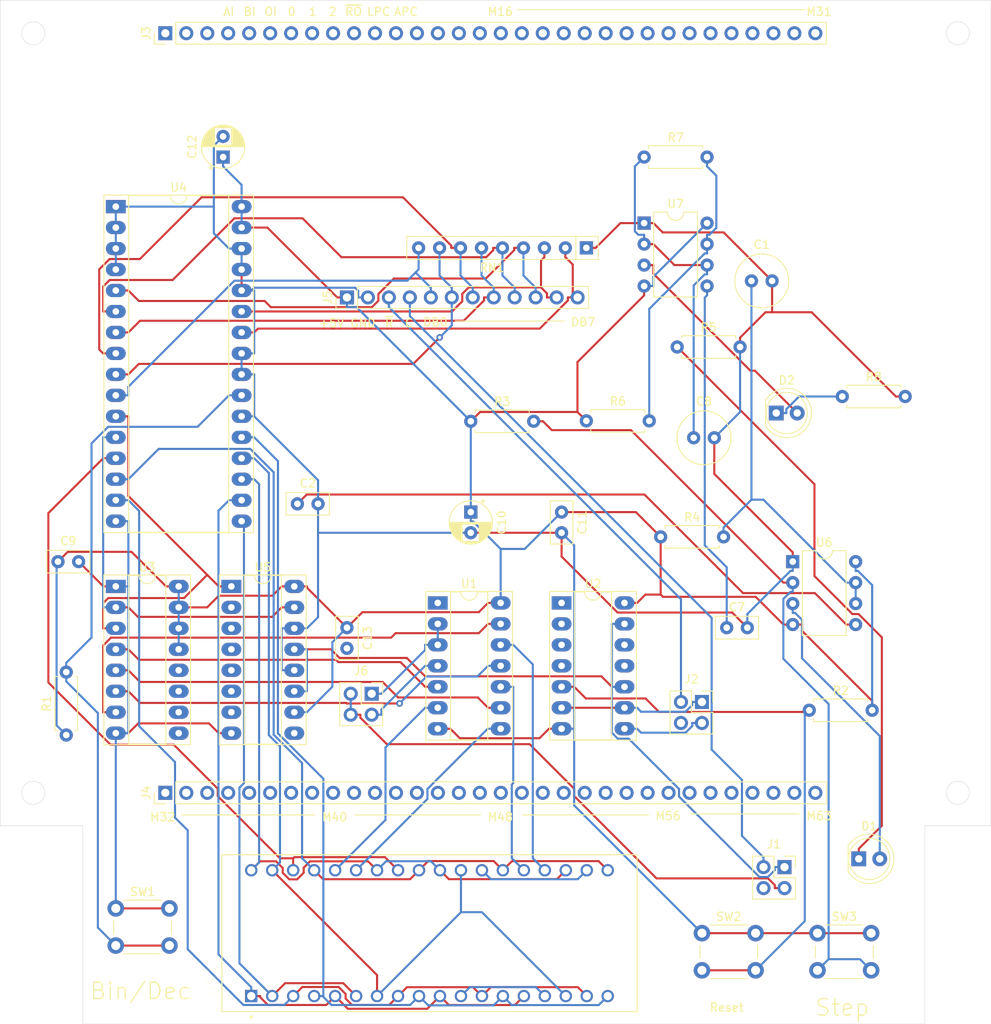
<source format=kicad_pcb>
(kicad_pcb (version 20171130) (host pcbnew "(5.1.9-0-10_14)")

  (general
    (thickness 1.6)
    (drawings 45)
    (tracks 647)
    (zones 0)
    (modules 37)
    (nets 49)
  )

  (page A4)
  (layers
    (0 F.Cu signal)
    (1 In1.Cu signal hide)
    (2 In2.Cu signal hide)
    (31 B.Cu signal hide)
    (32 B.Adhes user)
    (33 F.Adhes user)
    (34 B.Paste user)
    (35 F.Paste user)
    (36 B.SilkS user)
    (37 F.SilkS user)
    (38 B.Mask user)
    (39 F.Mask user)
    (40 Dwgs.User user)
    (41 Cmts.User user)
    (42 Eco1.User user)
    (43 Eco2.User user)
    (44 Edge.Cuts user)
    (45 Margin user)
    (46 B.CrtYd user)
    (47 F.CrtYd user)
    (48 B.Fab user)
    (49 F.Fab user)
  )

  (setup
    (last_trace_width 0.25)
    (user_trace_width 1)
    (trace_clearance 0.2)
    (zone_clearance 0.508)
    (zone_45_only no)
    (trace_min 0.2)
    (via_size 0.8)
    (via_drill 0.4)
    (via_min_size 0.4)
    (via_min_drill 0.3)
    (uvia_size 0.3)
    (uvia_drill 0.1)
    (uvias_allowed no)
    (uvia_min_size 0.2)
    (uvia_min_drill 0.1)
    (edge_width 0.05)
    (segment_width 0.2)
    (pcb_text_width 0.3)
    (pcb_text_size 1.5 1.5)
    (mod_edge_width 0.12)
    (mod_text_size 1 1)
    (mod_text_width 0.15)
    (pad_size 1.524 1.524)
    (pad_drill 0.762)
    (pad_to_mask_clearance 0)
    (aux_axis_origin 0 0)
    (grid_origin 113.191 -28.642)
    (visible_elements FFFFF77F)
    (pcbplotparams
      (layerselection 0x010fc_ffffffff)
      (usegerberextensions true)
      (usegerberattributes false)
      (usegerberadvancedattributes true)
      (creategerberjobfile true)
      (excludeedgelayer true)
      (linewidth 0.100000)
      (plotframeref false)
      (viasonmask false)
      (mode 1)
      (useauxorigin false)
      (hpglpennumber 1)
      (hpglpenspeed 20)
      (hpglpendiameter 15.000000)
      (psnegative false)
      (psa4output false)
      (plotreference true)
      (plotvalue true)
      (plotinvisibletext false)
      (padsonsilk false)
      (subtractmaskfromsilk false)
      (outputformat 1)
      (mirror false)
      (drillshape 0)
      (scaleselection 1)
      (outputdirectory "Gerber"))
  )

  (net 0 "")
  (net 1 GND)
  (net 2 +5V)
  (net 3 /DB7)
  (net 4 /DB6)
  (net 5 /DB5)
  (net 6 /DB4)
  (net 7 /DB3)
  (net 8 /DB2)
  (net 9 /DB1)
  (net 10 /DB0)
  (net 11 /~RES)
  (net 12 "Net-(U1-Pad9)")
  (net 13 "Net-(U1-Pad5)")
  (net 14 "Net-(C1-Pad1)")
  (net 15 "Net-(C2-Pad1)")
  (net 16 "Net-(C7-Pad1)")
  (net 17 "Net-(C8-Pad1)")
  (net 18 "Net-(D1-Pad2)")
  (net 19 "Net-(D1-Pad1)")
  (net 20 "Net-(D2-Pad2)")
  (net 21 "Net-(D2-Pad1)")
  (net 22 /Sf)
  (net 23 /Sg)
  (net 24 /Sa)
  (net 25 /Sb)
  (net 26 /E0)
  (net 27 /E1)
  (net 28 /E2)
  (net 29 /E3)
  (net 30 /Sdp)
  (net 31 /Sc)
  (net 32 /Sd)
  (net 33 /Se)
  (net 34 /CLK)
  (net 35 /STEP)
  (net 36 /Q1)
  (net 37 /Q0)
  (net 38 "Net-(R1-Pad2)")
  (net 39 "Net-(R2-Pad1)")
  (net 40 "Net-(R3-Pad2)")
  (net 41 "Net-(R6-Pad2)")
  (net 42 "Net-(U1-Pad13)")
  (net 43 "Net-(U1-Pad11)")
  (net 44 /SYSCLK)
  (net 45 "Net-(J2-Pad3)")
  (net 46 "Net-(J2-Pad1)")
  (net 47 "Net-(J6-Pad3)")
  (net 48 "Net-(J6-Pad1)")

  (net_class Default "This is the default net class."
    (clearance 0.2)
    (trace_width 0.25)
    (via_dia 0.8)
    (via_drill 0.4)
    (uvia_dia 0.3)
    (uvia_drill 0.1)
    (add_net +5V)
    (add_net /CLK)
    (add_net /DB0)
    (add_net /DB1)
    (add_net /DB2)
    (add_net /DB3)
    (add_net /DB4)
    (add_net /DB5)
    (add_net /DB6)
    (add_net /DB7)
    (add_net /E0)
    (add_net /E1)
    (add_net /E2)
    (add_net /E3)
    (add_net /Q0)
    (add_net /Q1)
    (add_net /STEP)
    (add_net /SYSCLK)
    (add_net /Sa)
    (add_net /Sb)
    (add_net /Sc)
    (add_net /Sd)
    (add_net /Sdp)
    (add_net /Se)
    (add_net /Sf)
    (add_net /Sg)
    (add_net /~RES)
    (add_net GND)
    (add_net "Net-(C1-Pad1)")
    (add_net "Net-(C2-Pad1)")
    (add_net "Net-(C7-Pad1)")
    (add_net "Net-(C8-Pad1)")
    (add_net "Net-(D1-Pad1)")
    (add_net "Net-(D1-Pad2)")
    (add_net "Net-(D2-Pad1)")
    (add_net "Net-(D2-Pad2)")
    (add_net "Net-(J2-Pad1)")
    (add_net "Net-(J2-Pad3)")
    (add_net "Net-(J6-Pad1)")
    (add_net "Net-(J6-Pad3)")
    (add_net "Net-(R1-Pad2)")
    (add_net "Net-(R2-Pad1)")
    (add_net "Net-(R3-Pad2)")
    (add_net "Net-(R6-Pad2)")
    (add_net "Net-(U1-Pad11)")
    (add_net "Net-(U1-Pad13)")
    (add_net "Net-(U1-Pad5)")
    (add_net "Net-(U1-Pad9)")
  )

  (module Capacitor_THT:C_Disc_D5.0mm_W2.5mm_P2.50mm (layer F.Cu) (tedit 5AE50EF0) (tstamp 60B40A67)
    (at 201.191 47.358)
    (descr "C, Disc series, Radial, pin pitch=2.50mm, , diameter*width=5*2.5mm^2, Capacitor, http://cdn-reichelt.de/documents/datenblatt/B300/DS_KERKO_TC.pdf")
    (tags "C Disc series Radial pin pitch 2.50mm  diameter 5mm width 2.5mm Capacitor")
    (path /609A47FB)
    (fp_text reference C7 (at 1.25 -2.5) (layer F.SilkS)
      (effects (font (size 1 1) (thickness 0.15)))
    )
    (fp_text value 0.01uF (at 1.25 2.5) (layer F.Fab)
      (effects (font (size 1 1) (thickness 0.15)))
    )
    (fp_line (start -1.25 -1.25) (end -1.25 1.25) (layer F.Fab) (width 0.1))
    (fp_line (start -1.25 1.25) (end 3.75 1.25) (layer F.Fab) (width 0.1))
    (fp_line (start 3.75 1.25) (end 3.75 -1.25) (layer F.Fab) (width 0.1))
    (fp_line (start 3.75 -1.25) (end -1.25 -1.25) (layer F.Fab) (width 0.1))
    (fp_line (start -1.37 -1.37) (end 3.87 -1.37) (layer F.SilkS) (width 0.12))
    (fp_line (start -1.37 1.37) (end 3.87 1.37) (layer F.SilkS) (width 0.12))
    (fp_line (start -1.37 -1.37) (end -1.37 1.37) (layer F.SilkS) (width 0.12))
    (fp_line (start 3.87 -1.37) (end 3.87 1.37) (layer F.SilkS) (width 0.12))
    (fp_line (start -1.5 -1.5) (end -1.5 1.5) (layer F.CrtYd) (width 0.05))
    (fp_line (start -1.5 1.5) (end 4 1.5) (layer F.CrtYd) (width 0.05))
    (fp_line (start 4 1.5) (end 4 -1.5) (layer F.CrtYd) (width 0.05))
    (fp_line (start 4 -1.5) (end -1.5 -1.5) (layer F.CrtYd) (width 0.05))
    (fp_text user %R (at 1.25 0) (layer F.Fab)
      (effects (font (size 1 1) (thickness 0.15)))
    )
    (pad 2 thru_hole circle (at 2.5 0) (size 1.6 1.6) (drill 0.8) (layers *.Cu *.Mask)
      (net 1 GND))
    (pad 1 thru_hole circle (at 0 0) (size 1.6 1.6) (drill 0.8) (layers *.Cu *.Mask)
      (net 16 "Net-(C7-Pad1)"))
    (model ${KISYS3DMOD}/Capacitor_THT.3dshapes/C_Disc_D5.0mm_W2.5mm_P2.50mm.wrl
      (at (xyz 0 0 0))
      (scale (xyz 1 1 1))
      (rotate (xyz 0 0 0))
    )
  )

  (module Connector_PinSocket_2.54mm:PinSocket_2x02_P2.54mm_Vertical (layer F.Cu) (tedit 5A19A426) (tstamp 60B48AFF)
    (at 158.191 55.358)
    (descr "Through hole straight socket strip, 2x02, 2.54mm pitch, double cols (from Kicad 4.0.7), script generated")
    (tags "Through hole socket strip THT 2x02 2.54mm double row")
    (path /60B9B173)
    (fp_text reference J6 (at -1.27 -2.77) (layer F.SilkS)
      (effects (font (size 1 1) (thickness 0.15)))
    )
    (fp_text value Conn_02x02_Odd_Even (at -1.27 5.31) (layer F.Fab) hide
      (effects (font (size 1 1) (thickness 0.15)))
    )
    (fp_line (start -4.34 4.3) (end -4.34 -1.8) (layer F.CrtYd) (width 0.05))
    (fp_line (start 1.76 4.3) (end -4.34 4.3) (layer F.CrtYd) (width 0.05))
    (fp_line (start 1.76 -1.8) (end 1.76 4.3) (layer F.CrtYd) (width 0.05))
    (fp_line (start -4.34 -1.8) (end 1.76 -1.8) (layer F.CrtYd) (width 0.05))
    (fp_line (start 0 -1.33) (end 1.33 -1.33) (layer F.SilkS) (width 0.12))
    (fp_line (start 1.33 -1.33) (end 1.33 0) (layer F.SilkS) (width 0.12))
    (fp_line (start -1.27 -1.33) (end -1.27 1.27) (layer F.SilkS) (width 0.12))
    (fp_line (start -1.27 1.27) (end 1.33 1.27) (layer F.SilkS) (width 0.12))
    (fp_line (start 1.33 1.27) (end 1.33 3.87) (layer F.SilkS) (width 0.12))
    (fp_line (start -3.87 3.87) (end 1.33 3.87) (layer F.SilkS) (width 0.12))
    (fp_line (start -3.87 -1.33) (end -3.87 3.87) (layer F.SilkS) (width 0.12))
    (fp_line (start -3.87 -1.33) (end -1.27 -1.33) (layer F.SilkS) (width 0.12))
    (fp_line (start -3.81 3.81) (end -3.81 -1.27) (layer F.Fab) (width 0.1))
    (fp_line (start 1.27 3.81) (end -3.81 3.81) (layer F.Fab) (width 0.1))
    (fp_line (start 1.27 -0.27) (end 1.27 3.81) (layer F.Fab) (width 0.1))
    (fp_line (start 0.27 -1.27) (end 1.27 -0.27) (layer F.Fab) (width 0.1))
    (fp_line (start -3.81 -1.27) (end 0.27 -1.27) (layer F.Fab) (width 0.1))
    (fp_text user %R (at -1.27 1.27 90) (layer F.Fab)
      (effects (font (size 1 1) (thickness 0.15)))
    )
    (pad 4 thru_hole oval (at -2.54 2.54) (size 1.7 1.7) (drill 1) (layers *.Cu *.Mask)
      (net 35 /STEP))
    (pad 3 thru_hole oval (at 0 2.54) (size 1.7 1.7) (drill 1) (layers *.Cu *.Mask)
      (net 47 "Net-(J6-Pad3)"))
    (pad 2 thru_hole oval (at -2.54 0) (size 1.7 1.7) (drill 1) (layers *.Cu *.Mask)
      (net 35 /STEP))
    (pad 1 thru_hole rect (at 0 0) (size 1.7 1.7) (drill 1) (layers *.Cu *.Mask)
      (net 48 "Net-(J6-Pad1)"))
    (model ${KISYS3DMOD}/Connector_PinSocket_2.54mm.3dshapes/PinSocket_2x02_P2.54mm_Vertical.wrl
      (at (xyz 0 0 0))
      (scale (xyz 1 1 1))
      (rotate (xyz 0 0 0))
    )
  )

  (module Connector_PinSocket_2.54mm:PinSocket_2x02_P2.54mm_Vertical (layer F.Cu) (tedit 5A19A426) (tstamp 60B4902F)
    (at 198.191 56.358)
    (descr "Through hole straight socket strip, 2x02, 2.54mm pitch, double cols (from Kicad 4.0.7), script generated")
    (tags "Through hole socket strip THT 2x02 2.54mm double row")
    (path /60B5200F)
    (fp_text reference J2 (at -1.27 -2.77) (layer F.SilkS)
      (effects (font (size 1 1) (thickness 0.15)))
    )
    (fp_text value Conn_02x02_Odd_Even (at -1.27 5.31) (layer F.Fab) hide
      (effects (font (size 1 1) (thickness 0.15)))
    )
    (fp_line (start -4.34 4.3) (end -4.34 -1.8) (layer F.CrtYd) (width 0.05))
    (fp_line (start 1.76 4.3) (end -4.34 4.3) (layer F.CrtYd) (width 0.05))
    (fp_line (start 1.76 -1.8) (end 1.76 4.3) (layer F.CrtYd) (width 0.05))
    (fp_line (start -4.34 -1.8) (end 1.76 -1.8) (layer F.CrtYd) (width 0.05))
    (fp_line (start 0 -1.33) (end 1.33 -1.33) (layer F.SilkS) (width 0.12))
    (fp_line (start 1.33 -1.33) (end 1.33 0) (layer F.SilkS) (width 0.12))
    (fp_line (start -1.27 -1.33) (end -1.27 1.27) (layer F.SilkS) (width 0.12))
    (fp_line (start -1.27 1.27) (end 1.33 1.27) (layer F.SilkS) (width 0.12))
    (fp_line (start 1.33 1.27) (end 1.33 3.87) (layer F.SilkS) (width 0.12))
    (fp_line (start -3.87 3.87) (end 1.33 3.87) (layer F.SilkS) (width 0.12))
    (fp_line (start -3.87 -1.33) (end -3.87 3.87) (layer F.SilkS) (width 0.12))
    (fp_line (start -3.87 -1.33) (end -1.27 -1.33) (layer F.SilkS) (width 0.12))
    (fp_line (start -3.81 3.81) (end -3.81 -1.27) (layer F.Fab) (width 0.1))
    (fp_line (start 1.27 3.81) (end -3.81 3.81) (layer F.Fab) (width 0.1))
    (fp_line (start 1.27 -0.27) (end 1.27 3.81) (layer F.Fab) (width 0.1))
    (fp_line (start 0.27 -1.27) (end 1.27 -0.27) (layer F.Fab) (width 0.1))
    (fp_line (start -3.81 -1.27) (end 0.27 -1.27) (layer F.Fab) (width 0.1))
    (fp_text user %R (at -1.27 1.27 90) (layer F.Fab)
      (effects (font (size 1 1) (thickness 0.15)))
    )
    (pad 4 thru_hole oval (at -2.54 2.54) (size 1.7 1.7) (drill 1) (layers *.Cu *.Mask)
      (net 11 /~RES))
    (pad 3 thru_hole oval (at 0 2.54) (size 1.7 1.7) (drill 1) (layers *.Cu *.Mask)
      (net 45 "Net-(J2-Pad3)"))
    (pad 2 thru_hole oval (at -2.54 0) (size 1.7 1.7) (drill 1) (layers *.Cu *.Mask)
      (net 11 /~RES))
    (pad 1 thru_hole rect (at 0 0) (size 1.7 1.7) (drill 1) (layers *.Cu *.Mask)
      (net 46 "Net-(J2-Pad1)"))
    (model ${KISYS3DMOD}/Connector_PinSocket_2.54mm.3dshapes/PinSocket_2x02_P2.54mm_Vertical.wrl
      (at (xyz 0 0 0))
      (scale (xyz 1 1 1))
      (rotate (xyz 0 0 0))
    )
  )

  (module Connector_PinSocket_2.54mm:PinSocket_2x02_P2.54mm_Vertical (layer F.Cu) (tedit 5A19A426) (tstamp 60B41524)
    (at 208.191 76.358)
    (descr "Through hole straight socket strip, 2x02, 2.54mm pitch, double cols (from Kicad 4.0.7), script generated")
    (tags "Through hole socket strip THT 2x02 2.54mm double row")
    (path /60B49902)
    (fp_text reference J1 (at -1.27 -2.77) (layer F.SilkS)
      (effects (font (size 1 1) (thickness 0.15)))
    )
    (fp_text value Conn_02x02_Odd_Even (at -1.27 5.31) (layer F.Fab) hide
      (effects (font (size 1 1) (thickness 0.15)))
    )
    (fp_line (start -4.34 4.3) (end -4.34 -1.8) (layer F.CrtYd) (width 0.05))
    (fp_line (start 1.76 4.3) (end -4.34 4.3) (layer F.CrtYd) (width 0.05))
    (fp_line (start 1.76 -1.8) (end 1.76 4.3) (layer F.CrtYd) (width 0.05))
    (fp_line (start -4.34 -1.8) (end 1.76 -1.8) (layer F.CrtYd) (width 0.05))
    (fp_line (start 0 -1.33) (end 1.33 -1.33) (layer F.SilkS) (width 0.12))
    (fp_line (start 1.33 -1.33) (end 1.33 0) (layer F.SilkS) (width 0.12))
    (fp_line (start -1.27 -1.33) (end -1.27 1.27) (layer F.SilkS) (width 0.12))
    (fp_line (start -1.27 1.27) (end 1.33 1.27) (layer F.SilkS) (width 0.12))
    (fp_line (start 1.33 1.27) (end 1.33 3.87) (layer F.SilkS) (width 0.12))
    (fp_line (start -3.87 3.87) (end 1.33 3.87) (layer F.SilkS) (width 0.12))
    (fp_line (start -3.87 -1.33) (end -3.87 3.87) (layer F.SilkS) (width 0.12))
    (fp_line (start -3.87 -1.33) (end -1.27 -1.33) (layer F.SilkS) (width 0.12))
    (fp_line (start -3.81 3.81) (end -3.81 -1.27) (layer F.Fab) (width 0.1))
    (fp_line (start 1.27 3.81) (end -3.81 3.81) (layer F.Fab) (width 0.1))
    (fp_line (start 1.27 -0.27) (end 1.27 3.81) (layer F.Fab) (width 0.1))
    (fp_line (start 0.27 -1.27) (end 1.27 -0.27) (layer F.Fab) (width 0.1))
    (fp_line (start -3.81 -1.27) (end 0.27 -1.27) (layer F.Fab) (width 0.1))
    (fp_text user %R (at -1.27 1.27 90) (layer F.Fab)
      (effects (font (size 1 1) (thickness 0.15)))
    )
    (pad 4 thru_hole oval (at -2.54 2.54) (size 1.7 1.7) (drill 1) (layers *.Cu *.Mask)
      (net 44 /SYSCLK))
    (pad 3 thru_hole oval (at 0 2.54) (size 1.7 1.7) (drill 1) (layers *.Cu *.Mask)
      (net 35 /STEP))
    (pad 2 thru_hole oval (at -2.54 0) (size 1.7 1.7) (drill 1) (layers *.Cu *.Mask)
      (net 44 /SYSCLK))
    (pad 1 thru_hole rect (at 0 0) (size 1.7 1.7) (drill 1) (layers *.Cu *.Mask)
      (net 34 /CLK))
    (model ${KISYS3DMOD}/Connector_PinSocket_2.54mm.3dshapes/PinSocket_2x02_P2.54mm_Vertical.wrl
      (at (xyz 0 0 0))
      (scale (xyz 1 1 1))
      (rotate (xyz 0 0 0))
    )
  )

  (module Button_Switch_THT:SW_PUSH_6mm_H4.3mm (layer F.Cu) (tedit 5A02FE31) (tstamp 60B40EB2)
    (at 212.191 84.358)
    (descr "tactile push button, 6x6mm e.g. PHAP33xx series, height=4.3mm")
    (tags "tact sw push 6mm")
    (path /60AF3AD7)
    (fp_text reference SW3 (at 3.25 -2) (layer F.SilkS)
      (effects (font (size 1 1) (thickness 0.15)))
    )
    (fp_text value SW_Push (at 3.75 6.7) (layer F.Fab)
      (effects (font (size 1 1) (thickness 0.15)))
    )
    (fp_line (start 3.25 -0.75) (end 6.25 -0.75) (layer F.Fab) (width 0.1))
    (fp_line (start 6.25 -0.75) (end 6.25 5.25) (layer F.Fab) (width 0.1))
    (fp_line (start 6.25 5.25) (end 0.25 5.25) (layer F.Fab) (width 0.1))
    (fp_line (start 0.25 5.25) (end 0.25 -0.75) (layer F.Fab) (width 0.1))
    (fp_line (start 0.25 -0.75) (end 3.25 -0.75) (layer F.Fab) (width 0.1))
    (fp_line (start 7.75 6) (end 8 6) (layer F.CrtYd) (width 0.05))
    (fp_line (start 8 6) (end 8 5.75) (layer F.CrtYd) (width 0.05))
    (fp_line (start 7.75 -1.5) (end 8 -1.5) (layer F.CrtYd) (width 0.05))
    (fp_line (start 8 -1.5) (end 8 -1.25) (layer F.CrtYd) (width 0.05))
    (fp_line (start -1.5 -1.25) (end -1.5 -1.5) (layer F.CrtYd) (width 0.05))
    (fp_line (start -1.5 -1.5) (end -1.25 -1.5) (layer F.CrtYd) (width 0.05))
    (fp_line (start -1.5 5.75) (end -1.5 6) (layer F.CrtYd) (width 0.05))
    (fp_line (start -1.5 6) (end -1.25 6) (layer F.CrtYd) (width 0.05))
    (fp_line (start -1.25 -1.5) (end 7.75 -1.5) (layer F.CrtYd) (width 0.05))
    (fp_line (start -1.5 5.75) (end -1.5 -1.25) (layer F.CrtYd) (width 0.05))
    (fp_line (start 7.75 6) (end -1.25 6) (layer F.CrtYd) (width 0.05))
    (fp_line (start 8 -1.25) (end 8 5.75) (layer F.CrtYd) (width 0.05))
    (fp_line (start 1 5.5) (end 5.5 5.5) (layer F.SilkS) (width 0.12))
    (fp_line (start -0.25 1.5) (end -0.25 3) (layer F.SilkS) (width 0.12))
    (fp_line (start 5.5 -1) (end 1 -1) (layer F.SilkS) (width 0.12))
    (fp_line (start 6.75 3) (end 6.75 1.5) (layer F.SilkS) (width 0.12))
    (fp_circle (center 3.25 2.25) (end 1.25 2.5) (layer F.Fab) (width 0.1))
    (fp_text user %R (at 3.25 2.25) (layer F.Fab)
      (effects (font (size 1 1) (thickness 0.15)))
    )
    (pad 1 thru_hole circle (at 6.5 0 90) (size 2 2) (drill 1.1) (layers *.Cu *.Mask)
      (net 1 GND))
    (pad 2 thru_hole circle (at 6.5 4.5 90) (size 2 2) (drill 1.1) (layers *.Cu *.Mask)
      (net 40 "Net-(R3-Pad2)"))
    (pad 1 thru_hole circle (at 0 0 90) (size 2 2) (drill 1.1) (layers *.Cu *.Mask)
      (net 1 GND))
    (pad 2 thru_hole circle (at 0 4.5 90) (size 2 2) (drill 1.1) (layers *.Cu *.Mask)
      (net 40 "Net-(R3-Pad2)"))
    (model ${KISYS3DMOD}/Button_Switch_THT.3dshapes/SW_PUSH_6mm_H4.3mm.wrl
      (at (xyz 0 0 0))
      (scale (xyz 1 1 1))
      (rotate (xyz 0 0 0))
    )
  )

  (module Package_DIP:DIP-8_W7.62mm (layer F.Cu) (tedit 5A02E8C5) (tstamp 60B442C6)
    (at 191.191 -1.642)
    (descr "8-lead though-hole mounted DIP package, row spacing 7.62 mm (300 mils)")
    (tags "THT DIP DIL PDIP 2.54mm 7.62mm 300mil")
    (path /60A94ED1)
    (fp_text reference U7 (at 3.81 -2.33) (layer F.SilkS)
      (effects (font (size 1 1) (thickness 0.15)))
    )
    (fp_text value LM555xN (at 3.81 9.95) (layer F.Fab)
      (effects (font (size 1 1) (thickness 0.15)))
    )
    (fp_line (start 1.635 -1.27) (end 6.985 -1.27) (layer F.Fab) (width 0.1))
    (fp_line (start 6.985 -1.27) (end 6.985 8.89) (layer F.Fab) (width 0.1))
    (fp_line (start 6.985 8.89) (end 0.635 8.89) (layer F.Fab) (width 0.1))
    (fp_line (start 0.635 8.89) (end 0.635 -0.27) (layer F.Fab) (width 0.1))
    (fp_line (start 0.635 -0.27) (end 1.635 -1.27) (layer F.Fab) (width 0.1))
    (fp_line (start 2.81 -1.33) (end 1.16 -1.33) (layer F.SilkS) (width 0.12))
    (fp_line (start 1.16 -1.33) (end 1.16 8.95) (layer F.SilkS) (width 0.12))
    (fp_line (start 1.16 8.95) (end 6.46 8.95) (layer F.SilkS) (width 0.12))
    (fp_line (start 6.46 8.95) (end 6.46 -1.33) (layer F.SilkS) (width 0.12))
    (fp_line (start 6.46 -1.33) (end 4.81 -1.33) (layer F.SilkS) (width 0.12))
    (fp_line (start -1.1 -1.55) (end -1.1 9.15) (layer F.CrtYd) (width 0.05))
    (fp_line (start -1.1 9.15) (end 8.7 9.15) (layer F.CrtYd) (width 0.05))
    (fp_line (start 8.7 9.15) (end 8.7 -1.55) (layer F.CrtYd) (width 0.05))
    (fp_line (start 8.7 -1.55) (end -1.1 -1.55) (layer F.CrtYd) (width 0.05))
    (fp_text user %R (at 3.81 3.81) (layer F.Fab)
      (effects (font (size 1 1) (thickness 0.15)))
    )
    (fp_arc (start 3.81 -1.33) (end 2.81 -1.33) (angle -180) (layer F.SilkS) (width 0.12))
    (pad 8 thru_hole oval (at 7.62 0) (size 1.6 1.6) (drill 0.8) (layers *.Cu *.Mask)
      (net 2 +5V))
    (pad 4 thru_hole oval (at 0 7.62) (size 1.6 1.6) (drill 0.8) (layers *.Cu *.Mask)
      (net 2 +5V))
    (pad 7 thru_hole oval (at 7.62 2.54) (size 1.6 1.6) (drill 0.8) (layers *.Cu *.Mask)
      (net 41 "Net-(R6-Pad2)"))
    (pad 3 thru_hole oval (at 0 5.08) (size 1.6 1.6) (drill 0.8) (layers *.Cu *.Mask)
      (net 20 "Net-(D2-Pad2)"))
    (pad 6 thru_hole oval (at 7.62 5.08) (size 1.6 1.6) (drill 0.8) (layers *.Cu *.Mask)
      (net 17 "Net-(C8-Pad1)"))
    (pad 2 thru_hole oval (at 0 2.54) (size 1.6 1.6) (drill 0.8) (layers *.Cu *.Mask)
      (net 17 "Net-(C8-Pad1)"))
    (pad 5 thru_hole oval (at 7.62 7.62) (size 1.6 1.6) (drill 0.8) (layers *.Cu *.Mask)
      (net 16 "Net-(C7-Pad1)"))
    (pad 1 thru_hole rect (at 0 0) (size 1.6 1.6) (drill 0.8) (layers *.Cu *.Mask)
      (net 1 GND))
    (model ${KISYS3DMOD}/Package_DIP.3dshapes/DIP-8_W7.62mm.wrl
      (at (xyz 0 0 0))
      (scale (xyz 1 1 1))
      (rotate (xyz 0 0 0))
    )
  )

  (module Package_DIP:DIP-8_W7.62mm (layer F.Cu) (tedit 5A02E8C5) (tstamp 60B40FB6)
    (at 209.191 39.358)
    (descr "8-lead though-hole mounted DIP package, row spacing 7.62 mm (300 mils)")
    (tags "THT DIP DIL PDIP 2.54mm 7.62mm 300mil")
    (path /60AD0421)
    (fp_text reference U6 (at 3.81 -2.33) (layer F.SilkS)
      (effects (font (size 1 1) (thickness 0.15)))
    )
    (fp_text value LM555xN (at 3.81 9.95) (layer F.Fab)
      (effects (font (size 1 1) (thickness 0.15)))
    )
    (fp_line (start 1.635 -1.27) (end 6.985 -1.27) (layer F.Fab) (width 0.1))
    (fp_line (start 6.985 -1.27) (end 6.985 8.89) (layer F.Fab) (width 0.1))
    (fp_line (start 6.985 8.89) (end 0.635 8.89) (layer F.Fab) (width 0.1))
    (fp_line (start 0.635 8.89) (end 0.635 -0.27) (layer F.Fab) (width 0.1))
    (fp_line (start 0.635 -0.27) (end 1.635 -1.27) (layer F.Fab) (width 0.1))
    (fp_line (start 2.81 -1.33) (end 1.16 -1.33) (layer F.SilkS) (width 0.12))
    (fp_line (start 1.16 -1.33) (end 1.16 8.95) (layer F.SilkS) (width 0.12))
    (fp_line (start 1.16 8.95) (end 6.46 8.95) (layer F.SilkS) (width 0.12))
    (fp_line (start 6.46 8.95) (end 6.46 -1.33) (layer F.SilkS) (width 0.12))
    (fp_line (start 6.46 -1.33) (end 4.81 -1.33) (layer F.SilkS) (width 0.12))
    (fp_line (start -1.1 -1.55) (end -1.1 9.15) (layer F.CrtYd) (width 0.05))
    (fp_line (start -1.1 9.15) (end 8.7 9.15) (layer F.CrtYd) (width 0.05))
    (fp_line (start 8.7 9.15) (end 8.7 -1.55) (layer F.CrtYd) (width 0.05))
    (fp_line (start 8.7 -1.55) (end -1.1 -1.55) (layer F.CrtYd) (width 0.05))
    (fp_text user %R (at 3.81 3.81) (layer F.Fab)
      (effects (font (size 1 1) (thickness 0.15)))
    )
    (fp_arc (start 3.81 -1.33) (end 2.81 -1.33) (angle -180) (layer F.SilkS) (width 0.12))
    (pad 8 thru_hole oval (at 7.62 0) (size 1.6 1.6) (drill 0.8) (layers *.Cu *.Mask)
      (net 2 +5V))
    (pad 4 thru_hole oval (at 0 7.62) (size 1.6 1.6) (drill 0.8) (layers *.Cu *.Mask)
      (net 2 +5V))
    (pad 7 thru_hole oval (at 7.62 2.54) (size 1.6 1.6) (drill 0.8) (layers *.Cu *.Mask)
      (net 14 "Net-(C1-Pad1)"))
    (pad 3 thru_hole oval (at 0 5.08) (size 1.6 1.6) (drill 0.8) (layers *.Cu *.Mask)
      (net 18 "Net-(D1-Pad2)"))
    (pad 6 thru_hole oval (at 7.62 5.08) (size 1.6 1.6) (drill 0.8) (layers *.Cu *.Mask)
      (net 14 "Net-(C1-Pad1)"))
    (pad 2 thru_hole oval (at 0 2.54) (size 1.6 1.6) (drill 0.8) (layers *.Cu *.Mask)
      (net 40 "Net-(R3-Pad2)"))
    (pad 5 thru_hole oval (at 7.62 7.62) (size 1.6 1.6) (drill 0.8) (layers *.Cu *.Mask)
      (net 15 "Net-(C2-Pad1)"))
    (pad 1 thru_hole rect (at 0 0) (size 1.6 1.6) (drill 0.8) (layers *.Cu *.Mask)
      (net 1 GND))
    (model ${KISYS3DMOD}/Package_DIP.3dshapes/DIP-8_W7.62mm.wrl
      (at (xyz 0 0 0))
      (scale (xyz 1 1 1))
      (rotate (xyz 0 0 0))
    )
  )

  (module Package_DIP:DIP-16_W7.62mm_Socket_LongPads (layer F.Cu) (tedit 5A02E8C5) (tstamp 60B40F9A)
    (at 141.191 42.358)
    (descr "16-lead though-hole mounted DIP package, row spacing 7.62 mm (300 mils), Socket, LongPads")
    (tags "THT DIP DIL PDIP 2.54mm 7.62mm 300mil Socket LongPads")
    (path /60A16905)
    (fp_text reference U5 (at 3.81 -2.33) (layer F.SilkS)
      (effects (font (size 1 1) (thickness 0.15)))
    )
    (fp_text value 74HC590 (at 3.81 20.11) (layer F.Fab)
      (effects (font (size 1 1) (thickness 0.15)))
    )
    (fp_line (start 1.635 -1.27) (end 6.985 -1.27) (layer F.Fab) (width 0.1))
    (fp_line (start 6.985 -1.27) (end 6.985 19.05) (layer F.Fab) (width 0.1))
    (fp_line (start 6.985 19.05) (end 0.635 19.05) (layer F.Fab) (width 0.1))
    (fp_line (start 0.635 19.05) (end 0.635 -0.27) (layer F.Fab) (width 0.1))
    (fp_line (start 0.635 -0.27) (end 1.635 -1.27) (layer F.Fab) (width 0.1))
    (fp_line (start -1.27 -1.33) (end -1.27 19.11) (layer F.Fab) (width 0.1))
    (fp_line (start -1.27 19.11) (end 8.89 19.11) (layer F.Fab) (width 0.1))
    (fp_line (start 8.89 19.11) (end 8.89 -1.33) (layer F.Fab) (width 0.1))
    (fp_line (start 8.89 -1.33) (end -1.27 -1.33) (layer F.Fab) (width 0.1))
    (fp_line (start 2.81 -1.33) (end 1.56 -1.33) (layer F.SilkS) (width 0.12))
    (fp_line (start 1.56 -1.33) (end 1.56 19.11) (layer F.SilkS) (width 0.12))
    (fp_line (start 1.56 19.11) (end 6.06 19.11) (layer F.SilkS) (width 0.12))
    (fp_line (start 6.06 19.11) (end 6.06 -1.33) (layer F.SilkS) (width 0.12))
    (fp_line (start 6.06 -1.33) (end 4.81 -1.33) (layer F.SilkS) (width 0.12))
    (fp_line (start -1.44 -1.39) (end -1.44 19.17) (layer F.SilkS) (width 0.12))
    (fp_line (start -1.44 19.17) (end 9.06 19.17) (layer F.SilkS) (width 0.12))
    (fp_line (start 9.06 19.17) (end 9.06 -1.39) (layer F.SilkS) (width 0.12))
    (fp_line (start 9.06 -1.39) (end -1.44 -1.39) (layer F.SilkS) (width 0.12))
    (fp_line (start -1.55 -1.6) (end -1.55 19.4) (layer F.CrtYd) (width 0.05))
    (fp_line (start -1.55 19.4) (end 9.15 19.4) (layer F.CrtYd) (width 0.05))
    (fp_line (start 9.15 19.4) (end 9.15 -1.6) (layer F.CrtYd) (width 0.05))
    (fp_line (start 9.15 -1.6) (end -1.55 -1.6) (layer F.CrtYd) (width 0.05))
    (fp_text user %R (at 3.81 8.89) (layer F.Fab)
      (effects (font (size 1 1) (thickness 0.15)))
    )
    (fp_arc (start 3.81 -1.33) (end 2.81 -1.33) (angle -180) (layer F.SilkS) (width 0.12))
    (pad 16 thru_hole oval (at 7.62 0) (size 2.4 1.6) (drill 0.8) (layers *.Cu *.Mask)
      (net 2 +5V))
    (pad 8 thru_hole oval (at 0 17.78) (size 2.4 1.6) (drill 0.8) (layers *.Cu *.Mask)
      (net 1 GND))
    (pad 15 thru_hole oval (at 7.62 2.54) (size 2.4 1.6) (drill 0.8) (layers *.Cu *.Mask)
      (net 37 /Q0))
    (pad 7 thru_hole oval (at 0 15.24) (size 2.4 1.6) (drill 0.8) (layers *.Cu *.Mask))
    (pad 14 thru_hole oval (at 7.62 5.08) (size 2.4 1.6) (drill 0.8) (layers *.Cu *.Mask)
      (net 1 GND))
    (pad 6 thru_hole oval (at 0 12.7) (size 2.4 1.6) (drill 0.8) (layers *.Cu *.Mask))
    (pad 13 thru_hole oval (at 7.62 7.62) (size 2.4 1.6) (drill 0.8) (layers *.Cu *.Mask)
      (net 34 /CLK))
    (pad 5 thru_hole oval (at 0 10.16) (size 2.4 1.6) (drill 0.8) (layers *.Cu *.Mask))
    (pad 12 thru_hole oval (at 7.62 10.16) (size 2.4 1.6) (drill 0.8) (layers *.Cu *.Mask)
      (net 1 GND))
    (pad 4 thru_hole oval (at 0 7.62) (size 2.4 1.6) (drill 0.8) (layers *.Cu *.Mask))
    (pad 11 thru_hole oval (at 7.62 12.7) (size 2.4 1.6) (drill 0.8) (layers *.Cu *.Mask)
      (net 34 /CLK))
    (pad 3 thru_hole oval (at 0 5.08) (size 2.4 1.6) (drill 0.8) (layers *.Cu *.Mask))
    (pad 10 thru_hole oval (at 7.62 15.24) (size 2.4 1.6) (drill 0.8) (layers *.Cu *.Mask)
      (net 2 +5V))
    (pad 2 thru_hole oval (at 0 2.54) (size 2.4 1.6) (drill 0.8) (layers *.Cu *.Mask))
    (pad 9 thru_hole oval (at 7.62 17.78) (size 2.4 1.6) (drill 0.8) (layers *.Cu *.Mask))
    (pad 1 thru_hole rect (at 0 0) (size 2.4 1.6) (drill 0.8) (layers *.Cu *.Mask)
      (net 36 /Q1))
    (model ${KISYS3DMOD}/Package_DIP.3dshapes/DIP-16_W7.62mm_Socket.wrl
      (at (xyz 0 0 0))
      (scale (xyz 1 1 1))
      (rotate (xyz 0 0 0))
    )
  )

  (module Package_DIP:DIP-32_W15.24mm_Socket_LongPads (layer F.Cu) (tedit 5A02E8C5) (tstamp 60B40F6E)
    (at 127.191 -3.642)
    (descr "32-lead though-hole mounted DIP package, row spacing 15.24 mm (600 mils), Socket, LongPads")
    (tags "THT DIP DIL PDIP 2.54mm 15.24mm 600mil Socket LongPads")
    (path /609B562A)
    (fp_text reference U4 (at 7.62 -2.33) (layer F.SilkS)
      (effects (font (size 1 1) (thickness 0.15)))
    )
    (fp_text value SST39SF040 (at 7.62 40.43) (layer F.Fab)
      (effects (font (size 1 1) (thickness 0.15)))
    )
    (fp_line (start 1.255 -1.27) (end 14.985 -1.27) (layer F.Fab) (width 0.1))
    (fp_line (start 14.985 -1.27) (end 14.985 39.37) (layer F.Fab) (width 0.1))
    (fp_line (start 14.985 39.37) (end 0.255 39.37) (layer F.Fab) (width 0.1))
    (fp_line (start 0.255 39.37) (end 0.255 -0.27) (layer F.Fab) (width 0.1))
    (fp_line (start 0.255 -0.27) (end 1.255 -1.27) (layer F.Fab) (width 0.1))
    (fp_line (start -1.27 -1.33) (end -1.27 39.43) (layer F.Fab) (width 0.1))
    (fp_line (start -1.27 39.43) (end 16.51 39.43) (layer F.Fab) (width 0.1))
    (fp_line (start 16.51 39.43) (end 16.51 -1.33) (layer F.Fab) (width 0.1))
    (fp_line (start 16.51 -1.33) (end -1.27 -1.33) (layer F.Fab) (width 0.1))
    (fp_line (start 6.62 -1.33) (end 1.56 -1.33) (layer F.SilkS) (width 0.12))
    (fp_line (start 1.56 -1.33) (end 1.56 39.43) (layer F.SilkS) (width 0.12))
    (fp_line (start 1.56 39.43) (end 13.68 39.43) (layer F.SilkS) (width 0.12))
    (fp_line (start 13.68 39.43) (end 13.68 -1.33) (layer F.SilkS) (width 0.12))
    (fp_line (start 13.68 -1.33) (end 8.62 -1.33) (layer F.SilkS) (width 0.12))
    (fp_line (start -1.44 -1.39) (end -1.44 39.49) (layer F.SilkS) (width 0.12))
    (fp_line (start -1.44 39.49) (end 16.68 39.49) (layer F.SilkS) (width 0.12))
    (fp_line (start 16.68 39.49) (end 16.68 -1.39) (layer F.SilkS) (width 0.12))
    (fp_line (start 16.68 -1.39) (end -1.44 -1.39) (layer F.SilkS) (width 0.12))
    (fp_line (start -1.55 -1.6) (end -1.55 39.7) (layer F.CrtYd) (width 0.05))
    (fp_line (start -1.55 39.7) (end 16.8 39.7) (layer F.CrtYd) (width 0.05))
    (fp_line (start 16.8 39.7) (end 16.8 -1.6) (layer F.CrtYd) (width 0.05))
    (fp_line (start 16.8 -1.6) (end -1.55 -1.6) (layer F.CrtYd) (width 0.05))
    (fp_text user %R (at 7.62 19.05) (layer F.Fab)
      (effects (font (size 1 1) (thickness 0.15)))
    )
    (fp_arc (start 7.62 -1.33) (end 6.62 -1.33) (angle -180) (layer F.SilkS) (width 0.12))
    (pad 32 thru_hole oval (at 15.24 0) (size 2.4 1.6) (drill 0.8) (layers *.Cu *.Mask)
      (net 2 +5V))
    (pad 16 thru_hole oval (at 0 38.1) (size 2.4 1.6) (drill 0.8) (layers *.Cu *.Mask)
      (net 1 GND))
    (pad 31 thru_hole oval (at 15.24 2.54) (size 2.4 1.6) (drill 0.8) (layers *.Cu *.Mask)
      (net 2 +5V))
    (pad 15 thru_hole oval (at 0 35.56) (size 2.4 1.6) (drill 0.8) (layers *.Cu *.Mask)
      (net 31 /Sc))
    (pad 30 thru_hole oval (at 15.24 5.08) (size 2.4 1.6) (drill 0.8) (layers *.Cu *.Mask)
      (net 1 GND))
    (pad 14 thru_hole oval (at 0 33.02) (size 2.4 1.6) (drill 0.8) (layers *.Cu *.Mask)
      (net 25 /Sb))
    (pad 29 thru_hole oval (at 15.24 7.62) (size 2.4 1.6) (drill 0.8) (layers *.Cu *.Mask)
      (net 1 GND))
    (pad 13 thru_hole oval (at 0 30.48) (size 2.4 1.6) (drill 0.8) (layers *.Cu *.Mask)
      (net 24 /Sa))
    (pad 28 thru_hole oval (at 15.24 10.16) (size 2.4 1.6) (drill 0.8) (layers *.Cu *.Mask)
      (net 1 GND))
    (pad 12 thru_hole oval (at 0 27.94) (size 2.4 1.6) (drill 0.8) (layers *.Cu *.Mask)
      (net 37 /Q0))
    (pad 27 thru_hole oval (at 15.24 12.7) (size 2.4 1.6) (drill 0.8) (layers *.Cu *.Mask)
      (net 4 /DB6))
    (pad 11 thru_hole oval (at 0 25.4) (size 2.4 1.6) (drill 0.8) (layers *.Cu *.Mask)
      (net 36 /Q1))
    (pad 26 thru_hole oval (at 15.24 15.24) (size 2.4 1.6) (drill 0.8) (layers *.Cu *.Mask)
      (net 3 /DB7))
    (pad 10 thru_hole oval (at 0 22.86) (size 2.4 1.6) (drill 0.8) (layers *.Cu *.Mask)
      (net 10 /DB0))
    (pad 25 thru_hole oval (at 15.24 17.78) (size 2.4 1.6) (drill 0.8) (layers *.Cu *.Mask)
      (net 1 GND))
    (pad 9 thru_hole oval (at 0 20.32) (size 2.4 1.6) (drill 0.8) (layers *.Cu *.Mask)
      (net 9 /DB1))
    (pad 24 thru_hole oval (at 15.24 20.32) (size 2.4 1.6) (drill 0.8) (layers *.Cu *.Mask)
      (net 1 GND))
    (pad 8 thru_hole oval (at 0 17.78) (size 2.4 1.6) (drill 0.8) (layers *.Cu *.Mask)
      (net 8 /DB2))
    (pad 23 thru_hole oval (at 15.24 22.86) (size 2.4 1.6) (drill 0.8) (layers *.Cu *.Mask)
      (net 38 "Net-(R1-Pad2)"))
    (pad 7 thru_hole oval (at 0 15.24) (size 2.4 1.6) (drill 0.8) (layers *.Cu *.Mask)
      (net 7 /DB3))
    (pad 22 thru_hole oval (at 15.24 25.4) (size 2.4 1.6) (drill 0.8) (layers *.Cu *.Mask)
      (net 1 GND))
    (pad 6 thru_hole oval (at 0 12.7) (size 2.4 1.6) (drill 0.8) (layers *.Cu *.Mask)
      (net 6 /DB4))
    (pad 21 thru_hole oval (at 15.24 27.94) (size 2.4 1.6) (drill 0.8) (layers *.Cu *.Mask)
      (net 30 /Sdp))
    (pad 5 thru_hole oval (at 0 10.16) (size 2.4 1.6) (drill 0.8) (layers *.Cu *.Mask)
      (net 5 /DB5))
    (pad 20 thru_hole oval (at 15.24 30.48) (size 2.4 1.6) (drill 0.8) (layers *.Cu *.Mask)
      (net 23 /Sg))
    (pad 4 thru_hole oval (at 0 7.62) (size 2.4 1.6) (drill 0.8) (layers *.Cu *.Mask)
      (net 1 GND))
    (pad 19 thru_hole oval (at 15.24 33.02) (size 2.4 1.6) (drill 0.8) (layers *.Cu *.Mask)
      (net 22 /Sf))
    (pad 3 thru_hole oval (at 0 5.08) (size 2.4 1.6) (drill 0.8) (layers *.Cu *.Mask)
      (net 1 GND))
    (pad 18 thru_hole oval (at 15.24 35.56) (size 2.4 1.6) (drill 0.8) (layers *.Cu *.Mask)
      (net 33 /Se))
    (pad 2 thru_hole oval (at 0 2.54) (size 2.4 1.6) (drill 0.8) (layers *.Cu *.Mask)
      (net 1 GND))
    (pad 17 thru_hole oval (at 15.24 38.1) (size 2.4 1.6) (drill 0.8) (layers *.Cu *.Mask)
      (net 32 /Sd))
    (pad 1 thru_hole rect (at 0 0) (size 2.4 1.6) (drill 0.8) (layers *.Cu *.Mask)
      (net 1 GND))
    (model ${KISYS3DMOD}/Package_DIP.3dshapes/DIP-32_W15.24mm_Socket.wrl
      (at (xyz 0 0 0))
      (scale (xyz 1 1 1))
      (rotate (xyz 0 0 0))
    )
  )

  (module Package_DIP:DIP-16_W7.62mm_Socket_LongPads (layer F.Cu) (tedit 5A02E8C5) (tstamp 60B40F32)
    (at 127.191 42.358)
    (descr "16-lead though-hole mounted DIP package, row spacing 7.62 mm (300 mils), Socket, LongPads")
    (tags "THT DIP DIL PDIP 2.54mm 7.62mm 300mil Socket LongPads")
    (path /60A1389D)
    (fp_text reference U3 (at 3.81 -2.33) (layer F.SilkS)
      (effects (font (size 1 1) (thickness 0.15)))
    )
    (fp_text value 74HC139 (at 3.81 20.11) (layer F.Fab)
      (effects (font (size 1 1) (thickness 0.15)))
    )
    (fp_line (start 1.635 -1.27) (end 6.985 -1.27) (layer F.Fab) (width 0.1))
    (fp_line (start 6.985 -1.27) (end 6.985 19.05) (layer F.Fab) (width 0.1))
    (fp_line (start 6.985 19.05) (end 0.635 19.05) (layer F.Fab) (width 0.1))
    (fp_line (start 0.635 19.05) (end 0.635 -0.27) (layer F.Fab) (width 0.1))
    (fp_line (start 0.635 -0.27) (end 1.635 -1.27) (layer F.Fab) (width 0.1))
    (fp_line (start -1.27 -1.33) (end -1.27 19.11) (layer F.Fab) (width 0.1))
    (fp_line (start -1.27 19.11) (end 8.89 19.11) (layer F.Fab) (width 0.1))
    (fp_line (start 8.89 19.11) (end 8.89 -1.33) (layer F.Fab) (width 0.1))
    (fp_line (start 8.89 -1.33) (end -1.27 -1.33) (layer F.Fab) (width 0.1))
    (fp_line (start 2.81 -1.33) (end 1.56 -1.33) (layer F.SilkS) (width 0.12))
    (fp_line (start 1.56 -1.33) (end 1.56 19.11) (layer F.SilkS) (width 0.12))
    (fp_line (start 1.56 19.11) (end 6.06 19.11) (layer F.SilkS) (width 0.12))
    (fp_line (start 6.06 19.11) (end 6.06 -1.33) (layer F.SilkS) (width 0.12))
    (fp_line (start 6.06 -1.33) (end 4.81 -1.33) (layer F.SilkS) (width 0.12))
    (fp_line (start -1.44 -1.39) (end -1.44 19.17) (layer F.SilkS) (width 0.12))
    (fp_line (start -1.44 19.17) (end 9.06 19.17) (layer F.SilkS) (width 0.12))
    (fp_line (start 9.06 19.17) (end 9.06 -1.39) (layer F.SilkS) (width 0.12))
    (fp_line (start 9.06 -1.39) (end -1.44 -1.39) (layer F.SilkS) (width 0.12))
    (fp_line (start -1.55 -1.6) (end -1.55 19.4) (layer F.CrtYd) (width 0.05))
    (fp_line (start -1.55 19.4) (end 9.15 19.4) (layer F.CrtYd) (width 0.05))
    (fp_line (start 9.15 19.4) (end 9.15 -1.6) (layer F.CrtYd) (width 0.05))
    (fp_line (start 9.15 -1.6) (end -1.55 -1.6) (layer F.CrtYd) (width 0.05))
    (fp_text user %R (at 3.81 8.89) (layer F.Fab)
      (effects (font (size 1 1) (thickness 0.15)))
    )
    (fp_arc (start 3.81 -1.33) (end 2.81 -1.33) (angle -180) (layer F.SilkS) (width 0.12))
    (pad 16 thru_hole oval (at 7.62 0) (size 2.4 1.6) (drill 0.8) (layers *.Cu *.Mask)
      (net 2 +5V))
    (pad 8 thru_hole oval (at 0 17.78) (size 2.4 1.6) (drill 0.8) (layers *.Cu *.Mask)
      (net 1 GND))
    (pad 15 thru_hole oval (at 7.62 2.54) (size 2.4 1.6) (drill 0.8) (layers *.Cu *.Mask)
      (net 2 +5V))
    (pad 7 thru_hole oval (at 0 15.24) (size 2.4 1.6) (drill 0.8) (layers *.Cu *.Mask)
      (net 42 "Net-(U1-Pad13)"))
    (pad 14 thru_hole oval (at 7.62 5.08) (size 2.4 1.6) (drill 0.8) (layers *.Cu *.Mask)
      (net 2 +5V))
    (pad 6 thru_hole oval (at 0 12.7) (size 2.4 1.6) (drill 0.8) (layers *.Cu *.Mask)
      (net 43 "Net-(U1-Pad11)"))
    (pad 13 thru_hole oval (at 7.62 7.62) (size 2.4 1.6) (drill 0.8) (layers *.Cu *.Mask)
      (net 2 +5V))
    (pad 5 thru_hole oval (at 0 10.16) (size 2.4 1.6) (drill 0.8) (layers *.Cu *.Mask)
      (net 12 "Net-(U1-Pad9)"))
    (pad 12 thru_hole oval (at 7.62 10.16) (size 2.4 1.6) (drill 0.8) (layers *.Cu *.Mask))
    (pad 4 thru_hole oval (at 0 7.62) (size 2.4 1.6) (drill 0.8) (layers *.Cu *.Mask)
      (net 13 "Net-(U1-Pad5)"))
    (pad 11 thru_hole oval (at 7.62 12.7) (size 2.4 1.6) (drill 0.8) (layers *.Cu *.Mask))
    (pad 3 thru_hole oval (at 0 5.08) (size 2.4 1.6) (drill 0.8) (layers *.Cu *.Mask)
      (net 36 /Q1))
    (pad 10 thru_hole oval (at 7.62 15.24) (size 2.4 1.6) (drill 0.8) (layers *.Cu *.Mask))
    (pad 2 thru_hole oval (at 0 2.54) (size 2.4 1.6) (drill 0.8) (layers *.Cu *.Mask)
      (net 37 /Q0))
    (pad 9 thru_hole oval (at 7.62 17.78) (size 2.4 1.6) (drill 0.8) (layers *.Cu *.Mask))
    (pad 1 thru_hole rect (at 0 0) (size 2.4 1.6) (drill 0.8) (layers *.Cu *.Mask)
      (net 1 GND))
    (model ${KISYS3DMOD}/Package_DIP.3dshapes/DIP-16_W7.62mm_Socket.wrl
      (at (xyz 0 0 0))
      (scale (xyz 1 1 1))
      (rotate (xyz 0 0 0))
    )
  )

  (module Package_DIP:DIP-14_W7.62mm_Socket_LongPads (layer F.Cu) (tedit 5A02E8C5) (tstamp 60B40F06)
    (at 181.191 44.358)
    (descr "14-lead though-hole mounted DIP package, row spacing 7.62 mm (300 mils), Socket, LongPads")
    (tags "THT DIP DIL PDIP 2.54mm 7.62mm 300mil Socket LongPads")
    (path /60BDB913)
    (fp_text reference U2 (at 3.81 -2.33) (layer F.SilkS)
      (effects (font (size 1 1) (thickness 0.15)))
    )
    (fp_text value 74HC14 (at 3.81 17.57) (layer F.Fab)
      (effects (font (size 1 1) (thickness 0.15)))
    )
    (fp_line (start 1.635 -1.27) (end 6.985 -1.27) (layer F.Fab) (width 0.1))
    (fp_line (start 6.985 -1.27) (end 6.985 16.51) (layer F.Fab) (width 0.1))
    (fp_line (start 6.985 16.51) (end 0.635 16.51) (layer F.Fab) (width 0.1))
    (fp_line (start 0.635 16.51) (end 0.635 -0.27) (layer F.Fab) (width 0.1))
    (fp_line (start 0.635 -0.27) (end 1.635 -1.27) (layer F.Fab) (width 0.1))
    (fp_line (start -1.27 -1.33) (end -1.27 16.57) (layer F.Fab) (width 0.1))
    (fp_line (start -1.27 16.57) (end 8.89 16.57) (layer F.Fab) (width 0.1))
    (fp_line (start 8.89 16.57) (end 8.89 -1.33) (layer F.Fab) (width 0.1))
    (fp_line (start 8.89 -1.33) (end -1.27 -1.33) (layer F.Fab) (width 0.1))
    (fp_line (start 2.81 -1.33) (end 1.56 -1.33) (layer F.SilkS) (width 0.12))
    (fp_line (start 1.56 -1.33) (end 1.56 16.57) (layer F.SilkS) (width 0.12))
    (fp_line (start 1.56 16.57) (end 6.06 16.57) (layer F.SilkS) (width 0.12))
    (fp_line (start 6.06 16.57) (end 6.06 -1.33) (layer F.SilkS) (width 0.12))
    (fp_line (start 6.06 -1.33) (end 4.81 -1.33) (layer F.SilkS) (width 0.12))
    (fp_line (start -1.44 -1.39) (end -1.44 16.63) (layer F.SilkS) (width 0.12))
    (fp_line (start -1.44 16.63) (end 9.06 16.63) (layer F.SilkS) (width 0.12))
    (fp_line (start 9.06 16.63) (end 9.06 -1.39) (layer F.SilkS) (width 0.12))
    (fp_line (start 9.06 -1.39) (end -1.44 -1.39) (layer F.SilkS) (width 0.12))
    (fp_line (start -1.55 -1.6) (end -1.55 16.85) (layer F.CrtYd) (width 0.05))
    (fp_line (start -1.55 16.85) (end 9.15 16.85) (layer F.CrtYd) (width 0.05))
    (fp_line (start 9.15 16.85) (end 9.15 -1.6) (layer F.CrtYd) (width 0.05))
    (fp_line (start 9.15 -1.6) (end -1.55 -1.6) (layer F.CrtYd) (width 0.05))
    (fp_text user %R (at 3.81 7.62) (layer F.Fab)
      (effects (font (size 1 1) (thickness 0.15)))
    )
    (fp_arc (start 3.81 -1.33) (end 2.81 -1.33) (angle -180) (layer F.SilkS) (width 0.12))
    (pad 14 thru_hole oval (at 7.62 0) (size 2.4 1.6) (drill 0.8) (layers *.Cu *.Mask)
      (net 2 +5V))
    (pad 7 thru_hole oval (at 0 15.24) (size 2.4 1.6) (drill 0.8) (layers *.Cu *.Mask)
      (net 1 GND))
    (pad 13 thru_hole oval (at 7.62 2.54) (size 2.4 1.6) (drill 0.8) (layers *.Cu *.Mask)
      (net 34 /CLK))
    (pad 6 thru_hole oval (at 0 12.7) (size 2.4 1.6) (drill 0.8) (layers *.Cu *.Mask)
      (net 46 "Net-(J2-Pad1)"))
    (pad 12 thru_hole oval (at 7.62 5.08) (size 2.4 1.6) (drill 0.8) (layers *.Cu *.Mask))
    (pad 5 thru_hole oval (at 0 10.16) (size 2.4 1.6) (drill 0.8) (layers *.Cu *.Mask)
      (net 39 "Net-(R2-Pad1)"))
    (pad 11 thru_hole oval (at 7.62 7.62) (size 2.4 1.6) (drill 0.8) (layers *.Cu *.Mask)
      (net 20 "Net-(D2-Pad2)"))
    (pad 4 thru_hole oval (at 0 7.62) (size 2.4 1.6) (drill 0.8) (layers *.Cu *.Mask))
    (pad 10 thru_hole oval (at 7.62 10.16) (size 2.4 1.6) (drill 0.8) (layers *.Cu *.Mask)
      (net 34 /CLK))
    (pad 3 thru_hole oval (at 0 5.08) (size 2.4 1.6) (drill 0.8) (layers *.Cu *.Mask))
    (pad 9 thru_hole oval (at 7.62 12.7) (size 2.4 1.6) (drill 0.8) (layers *.Cu *.Mask)
      (net 46 "Net-(J2-Pad1)"))
    (pad 2 thru_hole oval (at 0 2.54) (size 2.4 1.6) (drill 0.8) (layers *.Cu *.Mask))
    (pad 8 thru_hole oval (at 7.62 15.24) (size 2.4 1.6) (drill 0.8) (layers *.Cu *.Mask)
      (net 45 "Net-(J2-Pad3)"))
    (pad 1 thru_hole rect (at 0 0) (size 2.4 1.6) (drill 0.8) (layers *.Cu *.Mask))
    (model ${KISYS3DMOD}/Package_DIP.3dshapes/DIP-14_W7.62mm_Socket.wrl
      (at (xyz 0 0 0))
      (scale (xyz 1 1 1))
      (rotate (xyz 0 0 0))
    )
  )

  (module Package_DIP:DIP-14_W7.62mm_Socket_LongPads (layer F.Cu) (tedit 5A02E8C5) (tstamp 60B40EDC)
    (at 166.191 44.358)
    (descr "14-lead though-hole mounted DIP package, row spacing 7.62 mm (300 mils), Socket, LongPads")
    (tags "THT DIP DIL PDIP 2.54mm 7.62mm 300mil Socket LongPads")
    (path /60A0A6AB)
    (fp_text reference U1 (at 3.81 -2.33) (layer F.SilkS)
      (effects (font (size 1 1) (thickness 0.15)))
    )
    (fp_text value 74HC14 (at 3.81 17.57) (layer F.Fab)
      (effects (font (size 1 1) (thickness 0.15)))
    )
    (fp_line (start 1.635 -1.27) (end 6.985 -1.27) (layer F.Fab) (width 0.1))
    (fp_line (start 6.985 -1.27) (end 6.985 16.51) (layer F.Fab) (width 0.1))
    (fp_line (start 6.985 16.51) (end 0.635 16.51) (layer F.Fab) (width 0.1))
    (fp_line (start 0.635 16.51) (end 0.635 -0.27) (layer F.Fab) (width 0.1))
    (fp_line (start 0.635 -0.27) (end 1.635 -1.27) (layer F.Fab) (width 0.1))
    (fp_line (start -1.27 -1.33) (end -1.27 16.57) (layer F.Fab) (width 0.1))
    (fp_line (start -1.27 16.57) (end 8.89 16.57) (layer F.Fab) (width 0.1))
    (fp_line (start 8.89 16.57) (end 8.89 -1.33) (layer F.Fab) (width 0.1))
    (fp_line (start 8.89 -1.33) (end -1.27 -1.33) (layer F.Fab) (width 0.1))
    (fp_line (start 2.81 -1.33) (end 1.56 -1.33) (layer F.SilkS) (width 0.12))
    (fp_line (start 1.56 -1.33) (end 1.56 16.57) (layer F.SilkS) (width 0.12))
    (fp_line (start 1.56 16.57) (end 6.06 16.57) (layer F.SilkS) (width 0.12))
    (fp_line (start 6.06 16.57) (end 6.06 -1.33) (layer F.SilkS) (width 0.12))
    (fp_line (start 6.06 -1.33) (end 4.81 -1.33) (layer F.SilkS) (width 0.12))
    (fp_line (start -1.44 -1.39) (end -1.44 16.63) (layer F.SilkS) (width 0.12))
    (fp_line (start -1.44 16.63) (end 9.06 16.63) (layer F.SilkS) (width 0.12))
    (fp_line (start 9.06 16.63) (end 9.06 -1.39) (layer F.SilkS) (width 0.12))
    (fp_line (start 9.06 -1.39) (end -1.44 -1.39) (layer F.SilkS) (width 0.12))
    (fp_line (start -1.55 -1.6) (end -1.55 16.85) (layer F.CrtYd) (width 0.05))
    (fp_line (start -1.55 16.85) (end 9.15 16.85) (layer F.CrtYd) (width 0.05))
    (fp_line (start 9.15 16.85) (end 9.15 -1.6) (layer F.CrtYd) (width 0.05))
    (fp_line (start 9.15 -1.6) (end -1.55 -1.6) (layer F.CrtYd) (width 0.05))
    (fp_text user %R (at 3.81 7.62) (layer F.Fab)
      (effects (font (size 1 1) (thickness 0.15)))
    )
    (fp_arc (start 3.81 -1.33) (end 2.81 -1.33) (angle -180) (layer F.SilkS) (width 0.12))
    (pad 14 thru_hole oval (at 7.62 0) (size 2.4 1.6) (drill 0.8) (layers *.Cu *.Mask)
      (net 2 +5V))
    (pad 7 thru_hole oval (at 0 15.24) (size 2.4 1.6) (drill 0.8) (layers *.Cu *.Mask)
      (net 1 GND))
    (pad 13 thru_hole oval (at 7.62 2.54) (size 2.4 1.6) (drill 0.8) (layers *.Cu *.Mask)
      (net 42 "Net-(U1-Pad13)"))
    (pad 6 thru_hole oval (at 0 12.7) (size 2.4 1.6) (drill 0.8) (layers *.Cu *.Mask)
      (net 26 /E0))
    (pad 12 thru_hole oval (at 7.62 5.08) (size 2.4 1.6) (drill 0.8) (layers *.Cu *.Mask)
      (net 29 /E3))
    (pad 5 thru_hole oval (at 0 10.16) (size 2.4 1.6) (drill 0.8) (layers *.Cu *.Mask)
      (net 13 "Net-(U1-Pad5)"))
    (pad 11 thru_hole oval (at 7.62 7.62) (size 2.4 1.6) (drill 0.8) (layers *.Cu *.Mask)
      (net 43 "Net-(U1-Pad11)"))
    (pad 4 thru_hole oval (at 0 7.62) (size 2.4 1.6) (drill 0.8) (layers *.Cu *.Mask)
      (net 47 "Net-(J6-Pad3)"))
    (pad 10 thru_hole oval (at 7.62 10.16) (size 2.4 1.6) (drill 0.8) (layers *.Cu *.Mask)
      (net 28 /E2))
    (pad 3 thru_hole oval (at 0 5.08) (size 2.4 1.6) (drill 0.8) (layers *.Cu *.Mask)
      (net 48 "Net-(J6-Pad1)"))
    (pad 9 thru_hole oval (at 7.62 12.7) (size 2.4 1.6) (drill 0.8) (layers *.Cu *.Mask)
      (net 12 "Net-(U1-Pad9)"))
    (pad 2 thru_hole oval (at 0 2.54) (size 2.4 1.6) (drill 0.8) (layers *.Cu *.Mask)
      (net 48 "Net-(J6-Pad1)"))
    (pad 8 thru_hole oval (at 7.62 15.24) (size 2.4 1.6) (drill 0.8) (layers *.Cu *.Mask)
      (net 27 /E1))
    (pad 1 thru_hole rect (at 0 0) (size 2.4 1.6) (drill 0.8) (layers *.Cu *.Mask)
      (net 18 "Net-(D1-Pad2)"))
    (model ${KISYS3DMOD}/Package_DIP.3dshapes/DIP-14_W7.62mm_Socket.wrl
      (at (xyz 0 0 0))
      (scale (xyz 1 1 1))
      (rotate (xyz 0 0 0))
    )
  )

  (module Button_Switch_THT:SW_PUSH_6mm_H4.3mm (layer F.Cu) (tedit 5A02FE31) (tstamp 60B40E93)
    (at 198.191 84.358)
    (descr "tactile push button, 6x6mm e.g. PHAP33xx series, height=4.3mm")
    (tags "tact sw push 6mm")
    (path /60AF5D58)
    (fp_text reference SW2 (at 3.25 -2) (layer F.SilkS)
      (effects (font (size 1 1) (thickness 0.15)))
    )
    (fp_text value SW_Push (at 3.75 6.7) (layer F.Fab)
      (effects (font (size 1 1) (thickness 0.15)))
    )
    (fp_line (start 3.25 -0.75) (end 6.25 -0.75) (layer F.Fab) (width 0.1))
    (fp_line (start 6.25 -0.75) (end 6.25 5.25) (layer F.Fab) (width 0.1))
    (fp_line (start 6.25 5.25) (end 0.25 5.25) (layer F.Fab) (width 0.1))
    (fp_line (start 0.25 5.25) (end 0.25 -0.75) (layer F.Fab) (width 0.1))
    (fp_line (start 0.25 -0.75) (end 3.25 -0.75) (layer F.Fab) (width 0.1))
    (fp_line (start 7.75 6) (end 8 6) (layer F.CrtYd) (width 0.05))
    (fp_line (start 8 6) (end 8 5.75) (layer F.CrtYd) (width 0.05))
    (fp_line (start 7.75 -1.5) (end 8 -1.5) (layer F.CrtYd) (width 0.05))
    (fp_line (start 8 -1.5) (end 8 -1.25) (layer F.CrtYd) (width 0.05))
    (fp_line (start -1.5 -1.25) (end -1.5 -1.5) (layer F.CrtYd) (width 0.05))
    (fp_line (start -1.5 -1.5) (end -1.25 -1.5) (layer F.CrtYd) (width 0.05))
    (fp_line (start -1.5 5.75) (end -1.5 6) (layer F.CrtYd) (width 0.05))
    (fp_line (start -1.5 6) (end -1.25 6) (layer F.CrtYd) (width 0.05))
    (fp_line (start -1.25 -1.5) (end 7.75 -1.5) (layer F.CrtYd) (width 0.05))
    (fp_line (start -1.5 5.75) (end -1.5 -1.25) (layer F.CrtYd) (width 0.05))
    (fp_line (start 7.75 6) (end -1.25 6) (layer F.CrtYd) (width 0.05))
    (fp_line (start 8 -1.25) (end 8 5.75) (layer F.CrtYd) (width 0.05))
    (fp_line (start 1 5.5) (end 5.5 5.5) (layer F.SilkS) (width 0.12))
    (fp_line (start -0.25 1.5) (end -0.25 3) (layer F.SilkS) (width 0.12))
    (fp_line (start 5.5 -1) (end 1 -1) (layer F.SilkS) (width 0.12))
    (fp_line (start 6.75 3) (end 6.75 1.5) (layer F.SilkS) (width 0.12))
    (fp_circle (center 3.25 2.25) (end 1.25 2.5) (layer F.Fab) (width 0.1))
    (fp_text user %R (at 3.25 2.25) (layer F.Fab)
      (effects (font (size 1 1) (thickness 0.15)))
    )
    (pad 1 thru_hole circle (at 6.5 0 90) (size 2 2) (drill 1.1) (layers *.Cu *.Mask)
      (net 1 GND))
    (pad 2 thru_hole circle (at 6.5 4.5 90) (size 2 2) (drill 1.1) (layers *.Cu *.Mask)
      (net 39 "Net-(R2-Pad1)"))
    (pad 1 thru_hole circle (at 0 0 90) (size 2 2) (drill 1.1) (layers *.Cu *.Mask)
      (net 1 GND))
    (pad 2 thru_hole circle (at 0 4.5 90) (size 2 2) (drill 1.1) (layers *.Cu *.Mask)
      (net 39 "Net-(R2-Pad1)"))
    (model ${KISYS3DMOD}/Button_Switch_THT.3dshapes/SW_PUSH_6mm_H4.3mm.wrl
      (at (xyz 0 0 0))
      (scale (xyz 1 1 1))
      (rotate (xyz 0 0 0))
    )
  )

  (module Button_Switch_THT:SW_PUSH_6mm_H4.3mm (layer F.Cu) (tedit 5A02FE31) (tstamp 60B40E74)
    (at 127.191 81.358)
    (descr "tactile push button, 6x6mm e.g. PHAP33xx series, height=4.3mm")
    (tags "tact sw push 6mm")
    (path /609A8E8B)
    (fp_text reference SW1 (at 3.25 -2) (layer F.SilkS)
      (effects (font (size 1 1) (thickness 0.15)))
    )
    (fp_text value SW_Push (at 3.75 6.7) (layer F.Fab)
      (effects (font (size 1 1) (thickness 0.15)))
    )
    (fp_line (start 3.25 -0.75) (end 6.25 -0.75) (layer F.Fab) (width 0.1))
    (fp_line (start 6.25 -0.75) (end 6.25 5.25) (layer F.Fab) (width 0.1))
    (fp_line (start 6.25 5.25) (end 0.25 5.25) (layer F.Fab) (width 0.1))
    (fp_line (start 0.25 5.25) (end 0.25 -0.75) (layer F.Fab) (width 0.1))
    (fp_line (start 0.25 -0.75) (end 3.25 -0.75) (layer F.Fab) (width 0.1))
    (fp_line (start 7.75 6) (end 8 6) (layer F.CrtYd) (width 0.05))
    (fp_line (start 8 6) (end 8 5.75) (layer F.CrtYd) (width 0.05))
    (fp_line (start 7.75 -1.5) (end 8 -1.5) (layer F.CrtYd) (width 0.05))
    (fp_line (start 8 -1.5) (end 8 -1.25) (layer F.CrtYd) (width 0.05))
    (fp_line (start -1.5 -1.25) (end -1.5 -1.5) (layer F.CrtYd) (width 0.05))
    (fp_line (start -1.5 -1.5) (end -1.25 -1.5) (layer F.CrtYd) (width 0.05))
    (fp_line (start -1.5 5.75) (end -1.5 6) (layer F.CrtYd) (width 0.05))
    (fp_line (start -1.5 6) (end -1.25 6) (layer F.CrtYd) (width 0.05))
    (fp_line (start -1.25 -1.5) (end 7.75 -1.5) (layer F.CrtYd) (width 0.05))
    (fp_line (start -1.5 5.75) (end -1.5 -1.25) (layer F.CrtYd) (width 0.05))
    (fp_line (start 7.75 6) (end -1.25 6) (layer F.CrtYd) (width 0.05))
    (fp_line (start 8 -1.25) (end 8 5.75) (layer F.CrtYd) (width 0.05))
    (fp_line (start 1 5.5) (end 5.5 5.5) (layer F.SilkS) (width 0.12))
    (fp_line (start -0.25 1.5) (end -0.25 3) (layer F.SilkS) (width 0.12))
    (fp_line (start 5.5 -1) (end 1 -1) (layer F.SilkS) (width 0.12))
    (fp_line (start 6.75 3) (end 6.75 1.5) (layer F.SilkS) (width 0.12))
    (fp_circle (center 3.25 2.25) (end 1.25 2.5) (layer F.Fab) (width 0.1))
    (fp_text user %R (at 3.25 2.25) (layer F.Fab)
      (effects (font (size 1 1) (thickness 0.15)))
    )
    (pad 1 thru_hole circle (at 6.5 0 90) (size 2 2) (drill 1.1) (layers *.Cu *.Mask)
      (net 1 GND))
    (pad 2 thru_hole circle (at 6.5 4.5 90) (size 2 2) (drill 1.1) (layers *.Cu *.Mask)
      (net 38 "Net-(R1-Pad2)"))
    (pad 1 thru_hole circle (at 0 0 90) (size 2 2) (drill 1.1) (layers *.Cu *.Mask)
      (net 1 GND))
    (pad 2 thru_hole circle (at 0 4.5 90) (size 2 2) (drill 1.1) (layers *.Cu *.Mask)
      (net 38 "Net-(R1-Pad2)"))
    (model ${KISYS3DMOD}/Button_Switch_THT.3dshapes/SW_PUSH_6mm_H4.3mm.wrl
      (at (xyz 0 0 0))
      (scale (xyz 1 1 1))
      (rotate (xyz 0 0 0))
    )
  )

  (module Resistor_THT:R_Array_SIP9 (layer F.Cu) (tedit 5A14249F) (tstamp 60B40E55)
    (at 184.191 1.358 180)
    (descr "9-pin Resistor SIP pack")
    (tags R)
    (path /60B980DD)
    (fp_text reference RN1 (at 11.43 -2.4) (layer F.SilkS)
      (effects (font (size 1 1) (thickness 0.15)))
    )
    (fp_text value R_Network08 (at 11.43 2.4) (layer F.Fab)
      (effects (font (size 1 1) (thickness 0.15)))
    )
    (fp_line (start -1.29 -1.25) (end -1.29 1.25) (layer F.Fab) (width 0.1))
    (fp_line (start -1.29 1.25) (end 21.61 1.25) (layer F.Fab) (width 0.1))
    (fp_line (start 21.61 1.25) (end 21.61 -1.25) (layer F.Fab) (width 0.1))
    (fp_line (start 21.61 -1.25) (end -1.29 -1.25) (layer F.Fab) (width 0.1))
    (fp_line (start 1.27 -1.25) (end 1.27 1.25) (layer F.Fab) (width 0.1))
    (fp_line (start -1.44 -1.4) (end -1.44 1.4) (layer F.SilkS) (width 0.12))
    (fp_line (start -1.44 1.4) (end 21.76 1.4) (layer F.SilkS) (width 0.12))
    (fp_line (start 21.76 1.4) (end 21.76 -1.4) (layer F.SilkS) (width 0.12))
    (fp_line (start 21.76 -1.4) (end -1.44 -1.4) (layer F.SilkS) (width 0.12))
    (fp_line (start 1.27 -1.4) (end 1.27 1.4) (layer F.SilkS) (width 0.12))
    (fp_line (start -1.7 -1.65) (end -1.7 1.65) (layer F.CrtYd) (width 0.05))
    (fp_line (start -1.7 1.65) (end 22.05 1.65) (layer F.CrtYd) (width 0.05))
    (fp_line (start 22.05 1.65) (end 22.05 -1.65) (layer F.CrtYd) (width 0.05))
    (fp_line (start 22.05 -1.65) (end -1.7 -1.65) (layer F.CrtYd) (width 0.05))
    (fp_text user %R (at 10.16 0) (layer F.Fab)
      (effects (font (size 1 1) (thickness 0.15)))
    )
    (pad 9 thru_hole oval (at 20.32 0 180) (size 1.6 1.6) (drill 0.8) (layers *.Cu *.Mask)
      (net 10 /DB0))
    (pad 8 thru_hole oval (at 17.78 0 180) (size 1.6 1.6) (drill 0.8) (layers *.Cu *.Mask)
      (net 9 /DB1))
    (pad 7 thru_hole oval (at 15.24 0 180) (size 1.6 1.6) (drill 0.8) (layers *.Cu *.Mask)
      (net 8 /DB2))
    (pad 6 thru_hole oval (at 12.7 0 180) (size 1.6 1.6) (drill 0.8) (layers *.Cu *.Mask)
      (net 7 /DB3))
    (pad 5 thru_hole oval (at 10.16 0 180) (size 1.6 1.6) (drill 0.8) (layers *.Cu *.Mask)
      (net 6 /DB4))
    (pad 4 thru_hole oval (at 7.62 0 180) (size 1.6 1.6) (drill 0.8) (layers *.Cu *.Mask)
      (net 5 /DB5))
    (pad 3 thru_hole oval (at 5.08 0 180) (size 1.6 1.6) (drill 0.8) (layers *.Cu *.Mask)
      (net 4 /DB6))
    (pad 2 thru_hole oval (at 2.54 0 180) (size 1.6 1.6) (drill 0.8) (layers *.Cu *.Mask)
      (net 3 /DB7))
    (pad 1 thru_hole rect (at 0 0 180) (size 1.6 1.6) (drill 0.8) (layers *.Cu *.Mask)
      (net 1 GND))
    (model ${KISYS3DMOD}/Resistor_THT.3dshapes/R_Array_SIP9.wrl
      (at (xyz 0 0 0))
      (scale (xyz 1 1 1))
      (rotate (xyz 0 0 0))
    )
  )

  (module Resistor_THT:R_Axial_DIN0207_L6.3mm_D2.5mm_P7.62mm_Horizontal (layer F.Cu) (tedit 5AE5139B) (tstamp 60B443B1)
    (at 215.191 19.358)
    (descr "Resistor, Axial_DIN0207 series, Axial, Horizontal, pin pitch=7.62mm, 0.25W = 1/4W, length*diameter=6.3*2.5mm^2, http://cdn-reichelt.de/documents/datenblatt/B400/1_4W%23YAG.pdf")
    (tags "Resistor Axial_DIN0207 series Axial Horizontal pin pitch 7.62mm 0.25W = 1/4W length 6.3mm diameter 2.5mm")
    (path /60B2FC5D)
    (fp_text reference R8 (at 3.81 -2.37) (layer F.SilkS)
      (effects (font (size 1 1) (thickness 0.15)))
    )
    (fp_text value 220 (at 3.81 2.37) (layer F.Fab)
      (effects (font (size 1 1) (thickness 0.15)))
    )
    (fp_line (start 0.66 -1.25) (end 0.66 1.25) (layer F.Fab) (width 0.1))
    (fp_line (start 0.66 1.25) (end 6.96 1.25) (layer F.Fab) (width 0.1))
    (fp_line (start 6.96 1.25) (end 6.96 -1.25) (layer F.Fab) (width 0.1))
    (fp_line (start 6.96 -1.25) (end 0.66 -1.25) (layer F.Fab) (width 0.1))
    (fp_line (start 0 0) (end 0.66 0) (layer F.Fab) (width 0.1))
    (fp_line (start 7.62 0) (end 6.96 0) (layer F.Fab) (width 0.1))
    (fp_line (start 0.54 -1.04) (end 0.54 -1.37) (layer F.SilkS) (width 0.12))
    (fp_line (start 0.54 -1.37) (end 7.08 -1.37) (layer F.SilkS) (width 0.12))
    (fp_line (start 7.08 -1.37) (end 7.08 -1.04) (layer F.SilkS) (width 0.12))
    (fp_line (start 0.54 1.04) (end 0.54 1.37) (layer F.SilkS) (width 0.12))
    (fp_line (start 0.54 1.37) (end 7.08 1.37) (layer F.SilkS) (width 0.12))
    (fp_line (start 7.08 1.37) (end 7.08 1.04) (layer F.SilkS) (width 0.12))
    (fp_line (start -1.05 -1.5) (end -1.05 1.5) (layer F.CrtYd) (width 0.05))
    (fp_line (start -1.05 1.5) (end 8.67 1.5) (layer F.CrtYd) (width 0.05))
    (fp_line (start 8.67 1.5) (end 8.67 -1.5) (layer F.CrtYd) (width 0.05))
    (fp_line (start 8.67 -1.5) (end -1.05 -1.5) (layer F.CrtYd) (width 0.05))
    (fp_text user %R (at 3.81 0) (layer F.Fab)
      (effects (font (size 1 1) (thickness 0.15)))
    )
    (pad 2 thru_hole oval (at 7.62 0) (size 1.6 1.6) (drill 0.8) (layers *.Cu *.Mask)
      (net 1 GND))
    (pad 1 thru_hole circle (at 0 0) (size 1.6 1.6) (drill 0.8) (layers *.Cu *.Mask)
      (net 21 "Net-(D2-Pad1)"))
    (model ${KISYS3DMOD}/Resistor_THT.3dshapes/R_Axial_DIN0207_L6.3mm_D2.5mm_P7.62mm_Horizontal.wrl
      (at (xyz 0 0 0))
      (scale (xyz 1 1 1))
      (rotate (xyz 0 0 0))
    )
  )

  (module Resistor_THT:R_Axial_DIN0207_L6.3mm_D2.5mm_P7.62mm_Horizontal (layer F.Cu) (tedit 5AE5139B) (tstamp 60B40E22)
    (at 191.191 -9.642)
    (descr "Resistor, Axial_DIN0207 series, Axial, Horizontal, pin pitch=7.62mm, 0.25W = 1/4W, length*diameter=6.3*2.5mm^2, http://cdn-reichelt.de/documents/datenblatt/B400/1_4W%23YAG.pdf")
    (tags "Resistor Axial_DIN0207 series Axial Horizontal pin pitch 7.62mm 0.25W = 1/4W length 6.3mm diameter 2.5mm")
    (path /6098DB94)
    (fp_text reference R7 (at 3.81 -2.37) (layer F.SilkS)
      (effects (font (size 1 1) (thickness 0.15)))
    )
    (fp_text value 1M (at 3.81 2.37) (layer F.Fab)
      (effects (font (size 1 1) (thickness 0.15)))
    )
    (fp_line (start 0.66 -1.25) (end 0.66 1.25) (layer F.Fab) (width 0.1))
    (fp_line (start 0.66 1.25) (end 6.96 1.25) (layer F.Fab) (width 0.1))
    (fp_line (start 6.96 1.25) (end 6.96 -1.25) (layer F.Fab) (width 0.1))
    (fp_line (start 6.96 -1.25) (end 0.66 -1.25) (layer F.Fab) (width 0.1))
    (fp_line (start 0 0) (end 0.66 0) (layer F.Fab) (width 0.1))
    (fp_line (start 7.62 0) (end 6.96 0) (layer F.Fab) (width 0.1))
    (fp_line (start 0.54 -1.04) (end 0.54 -1.37) (layer F.SilkS) (width 0.12))
    (fp_line (start 0.54 -1.37) (end 7.08 -1.37) (layer F.SilkS) (width 0.12))
    (fp_line (start 7.08 -1.37) (end 7.08 -1.04) (layer F.SilkS) (width 0.12))
    (fp_line (start 0.54 1.04) (end 0.54 1.37) (layer F.SilkS) (width 0.12))
    (fp_line (start 0.54 1.37) (end 7.08 1.37) (layer F.SilkS) (width 0.12))
    (fp_line (start 7.08 1.37) (end 7.08 1.04) (layer F.SilkS) (width 0.12))
    (fp_line (start -1.05 -1.5) (end -1.05 1.5) (layer F.CrtYd) (width 0.05))
    (fp_line (start -1.05 1.5) (end 8.67 1.5) (layer F.CrtYd) (width 0.05))
    (fp_line (start 8.67 1.5) (end 8.67 -1.5) (layer F.CrtYd) (width 0.05))
    (fp_line (start 8.67 -1.5) (end -1.05 -1.5) (layer F.CrtYd) (width 0.05))
    (fp_text user %R (at 3.81 0) (layer F.Fab)
      (effects (font (size 1 1) (thickness 0.15)))
    )
    (pad 2 thru_hole oval (at 7.62 0) (size 1.6 1.6) (drill 0.8) (layers *.Cu *.Mask)
      (net 41 "Net-(R6-Pad2)"))
    (pad 1 thru_hole circle (at 0 0) (size 1.6 1.6) (drill 0.8) (layers *.Cu *.Mask)
      (net 17 "Net-(C8-Pad1)"))
    (model ${KISYS3DMOD}/Resistor_THT.3dshapes/R_Axial_DIN0207_L6.3mm_D2.5mm_P7.62mm_Horizontal.wrl
      (at (xyz 0 0 0))
      (scale (xyz 1 1 1))
      (rotate (xyz 0 0 0))
    )
  )

  (module Resistor_THT:R_Axial_DIN0207_L6.3mm_D2.5mm_P7.62mm_Horizontal (layer F.Cu) (tedit 5AE5139B) (tstamp 60B44477)
    (at 184.191 22.308)
    (descr "Resistor, Axial_DIN0207 series, Axial, Horizontal, pin pitch=7.62mm, 0.25W = 1/4W, length*diameter=6.3*2.5mm^2, http://cdn-reichelt.de/documents/datenblatt/B400/1_4W%23YAG.pdf")
    (tags "Resistor Axial_DIN0207 series Axial Horizontal pin pitch 7.62mm 0.25W = 1/4W length 6.3mm diameter 2.5mm")
    (path /609865F3)
    (fp_text reference R6 (at 3.81 -2.37) (layer F.SilkS)
      (effects (font (size 1 1) (thickness 0.15)))
    )
    (fp_text value 1k (at 3.81 2.37) (layer F.Fab)
      (effects (font (size 1 1) (thickness 0.15)))
    )
    (fp_line (start 0.66 -1.25) (end 0.66 1.25) (layer F.Fab) (width 0.1))
    (fp_line (start 0.66 1.25) (end 6.96 1.25) (layer F.Fab) (width 0.1))
    (fp_line (start 6.96 1.25) (end 6.96 -1.25) (layer F.Fab) (width 0.1))
    (fp_line (start 6.96 -1.25) (end 0.66 -1.25) (layer F.Fab) (width 0.1))
    (fp_line (start 0 0) (end 0.66 0) (layer F.Fab) (width 0.1))
    (fp_line (start 7.62 0) (end 6.96 0) (layer F.Fab) (width 0.1))
    (fp_line (start 0.54 -1.04) (end 0.54 -1.37) (layer F.SilkS) (width 0.12))
    (fp_line (start 0.54 -1.37) (end 7.08 -1.37) (layer F.SilkS) (width 0.12))
    (fp_line (start 7.08 -1.37) (end 7.08 -1.04) (layer F.SilkS) (width 0.12))
    (fp_line (start 0.54 1.04) (end 0.54 1.37) (layer F.SilkS) (width 0.12))
    (fp_line (start 0.54 1.37) (end 7.08 1.37) (layer F.SilkS) (width 0.12))
    (fp_line (start 7.08 1.37) (end 7.08 1.04) (layer F.SilkS) (width 0.12))
    (fp_line (start -1.05 -1.5) (end -1.05 1.5) (layer F.CrtYd) (width 0.05))
    (fp_line (start -1.05 1.5) (end 8.67 1.5) (layer F.CrtYd) (width 0.05))
    (fp_line (start 8.67 1.5) (end 8.67 -1.5) (layer F.CrtYd) (width 0.05))
    (fp_line (start 8.67 -1.5) (end -1.05 -1.5) (layer F.CrtYd) (width 0.05))
    (fp_text user %R (at 3.81 0) (layer F.Fab)
      (effects (font (size 1 1) (thickness 0.15)))
    )
    (pad 2 thru_hole oval (at 7.62 0) (size 1.6 1.6) (drill 0.8) (layers *.Cu *.Mask)
      (net 41 "Net-(R6-Pad2)"))
    (pad 1 thru_hole circle (at 0 0) (size 1.6 1.6) (drill 0.8) (layers *.Cu *.Mask)
      (net 2 +5V))
    (model ${KISYS3DMOD}/Resistor_THT.3dshapes/R_Axial_DIN0207_L6.3mm_D2.5mm_P7.62mm_Horizontal.wrl
      (at (xyz 0 0 0))
      (scale (xyz 1 1 1))
      (rotate (xyz 0 0 0))
    )
  )

  (module Resistor_THT:R_Axial_DIN0207_L6.3mm_D2.5mm_P7.62mm_Horizontal (layer F.Cu) (tedit 5AE5139B) (tstamp 60B44435)
    (at 195.191 13.358)
    (descr "Resistor, Axial_DIN0207 series, Axial, Horizontal, pin pitch=7.62mm, 0.25W = 1/4W, length*diameter=6.3*2.5mm^2, http://cdn-reichelt.de/documents/datenblatt/B400/1_4W%23YAG.pdf")
    (tags "Resistor Axial_DIN0207 series Axial Horizontal pin pitch 7.62mm 0.25W = 1/4W length 6.3mm diameter 2.5mm")
    (path /60B0F997)
    (fp_text reference R5 (at 3.81 -2.37) (layer F.SilkS)
      (effects (font (size 1 1) (thickness 0.15)))
    )
    (fp_text value 220 (at 3.81 2.37) (layer F.Fab)
      (effects (font (size 1 1) (thickness 0.15)))
    )
    (fp_line (start 0.66 -1.25) (end 0.66 1.25) (layer F.Fab) (width 0.1))
    (fp_line (start 0.66 1.25) (end 6.96 1.25) (layer F.Fab) (width 0.1))
    (fp_line (start 6.96 1.25) (end 6.96 -1.25) (layer F.Fab) (width 0.1))
    (fp_line (start 6.96 -1.25) (end 0.66 -1.25) (layer F.Fab) (width 0.1))
    (fp_line (start 0 0) (end 0.66 0) (layer F.Fab) (width 0.1))
    (fp_line (start 7.62 0) (end 6.96 0) (layer F.Fab) (width 0.1))
    (fp_line (start 0.54 -1.04) (end 0.54 -1.37) (layer F.SilkS) (width 0.12))
    (fp_line (start 0.54 -1.37) (end 7.08 -1.37) (layer F.SilkS) (width 0.12))
    (fp_line (start 7.08 -1.37) (end 7.08 -1.04) (layer F.SilkS) (width 0.12))
    (fp_line (start 0.54 1.04) (end 0.54 1.37) (layer F.SilkS) (width 0.12))
    (fp_line (start 0.54 1.37) (end 7.08 1.37) (layer F.SilkS) (width 0.12))
    (fp_line (start 7.08 1.37) (end 7.08 1.04) (layer F.SilkS) (width 0.12))
    (fp_line (start -1.05 -1.5) (end -1.05 1.5) (layer F.CrtYd) (width 0.05))
    (fp_line (start -1.05 1.5) (end 8.67 1.5) (layer F.CrtYd) (width 0.05))
    (fp_line (start 8.67 1.5) (end 8.67 -1.5) (layer F.CrtYd) (width 0.05))
    (fp_line (start 8.67 -1.5) (end -1.05 -1.5) (layer F.CrtYd) (width 0.05))
    (fp_text user %R (at 3.81 0) (layer F.Fab)
      (effects (font (size 1 1) (thickness 0.15)))
    )
    (pad 2 thru_hole oval (at 7.62 0) (size 1.6 1.6) (drill 0.8) (layers *.Cu *.Mask)
      (net 1 GND))
    (pad 1 thru_hole circle (at 0 0) (size 1.6 1.6) (drill 0.8) (layers *.Cu *.Mask)
      (net 19 "Net-(D1-Pad1)"))
    (model ${KISYS3DMOD}/Resistor_THT.3dshapes/R_Axial_DIN0207_L6.3mm_D2.5mm_P7.62mm_Horizontal.wrl
      (at (xyz 0 0 0))
      (scale (xyz 1 1 1))
      (rotate (xyz 0 0 0))
    )
  )

  (module Resistor_THT:R_Axial_DIN0207_L6.3mm_D2.5mm_P7.62mm_Horizontal (layer F.Cu) (tedit 5AE5139B) (tstamp 60B40DDD)
    (at 193.191 36.358)
    (descr "Resistor, Axial_DIN0207 series, Axial, Horizontal, pin pitch=7.62mm, 0.25W = 1/4W, length*diameter=6.3*2.5mm^2, http://cdn-reichelt.de/documents/datenblatt/B400/1_4W%23YAG.pdf")
    (tags "Resistor Axial_DIN0207 series Axial Horizontal pin pitch 7.62mm 0.25W = 1/4W length 6.3mm diameter 2.5mm")
    (path /609E6ABB)
    (fp_text reference R4 (at 3.81 -2.37) (layer F.SilkS)
      (effects (font (size 1 1) (thickness 0.15)))
    )
    (fp_text value 1M (at 3.81 2.37) (layer F.Fab)
      (effects (font (size 1 1) (thickness 0.15)))
    )
    (fp_line (start 0.66 -1.25) (end 0.66 1.25) (layer F.Fab) (width 0.1))
    (fp_line (start 0.66 1.25) (end 6.96 1.25) (layer F.Fab) (width 0.1))
    (fp_line (start 6.96 1.25) (end 6.96 -1.25) (layer F.Fab) (width 0.1))
    (fp_line (start 6.96 -1.25) (end 0.66 -1.25) (layer F.Fab) (width 0.1))
    (fp_line (start 0 0) (end 0.66 0) (layer F.Fab) (width 0.1))
    (fp_line (start 7.62 0) (end 6.96 0) (layer F.Fab) (width 0.1))
    (fp_line (start 0.54 -1.04) (end 0.54 -1.37) (layer F.SilkS) (width 0.12))
    (fp_line (start 0.54 -1.37) (end 7.08 -1.37) (layer F.SilkS) (width 0.12))
    (fp_line (start 7.08 -1.37) (end 7.08 -1.04) (layer F.SilkS) (width 0.12))
    (fp_line (start 0.54 1.04) (end 0.54 1.37) (layer F.SilkS) (width 0.12))
    (fp_line (start 0.54 1.37) (end 7.08 1.37) (layer F.SilkS) (width 0.12))
    (fp_line (start 7.08 1.37) (end 7.08 1.04) (layer F.SilkS) (width 0.12))
    (fp_line (start -1.05 -1.5) (end -1.05 1.5) (layer F.CrtYd) (width 0.05))
    (fp_line (start -1.05 1.5) (end 8.67 1.5) (layer F.CrtYd) (width 0.05))
    (fp_line (start 8.67 1.5) (end 8.67 -1.5) (layer F.CrtYd) (width 0.05))
    (fp_line (start 8.67 -1.5) (end -1.05 -1.5) (layer F.CrtYd) (width 0.05))
    (fp_text user %R (at 3.81 0) (layer F.Fab)
      (effects (font (size 1 1) (thickness 0.15)))
    )
    (pad 2 thru_hole oval (at 7.62 0) (size 1.6 1.6) (drill 0.8) (layers *.Cu *.Mask)
      (net 14 "Net-(C1-Pad1)"))
    (pad 1 thru_hole circle (at 0 0) (size 1.6 1.6) (drill 0.8) (layers *.Cu *.Mask)
      (net 2 +5V))
    (model ${KISYS3DMOD}/Resistor_THT.3dshapes/R_Axial_DIN0207_L6.3mm_D2.5mm_P7.62mm_Horizontal.wrl
      (at (xyz 0 0 0))
      (scale (xyz 1 1 1))
      (rotate (xyz 0 0 0))
    )
  )

  (module Resistor_THT:R_Axial_DIN0207_L6.3mm_D2.5mm_P7.62mm_Horizontal (layer F.Cu) (tedit 5AE5139B) (tstamp 60B443F3)
    (at 170.191 22.358)
    (descr "Resistor, Axial_DIN0207 series, Axial, Horizontal, pin pitch=7.62mm, 0.25W = 1/4W, length*diameter=6.3*2.5mm^2, http://cdn-reichelt.de/documents/datenblatt/B400/1_4W%23YAG.pdf")
    (tags "Resistor Axial_DIN0207 series Axial Horizontal pin pitch 7.62mm 0.25W = 1/4W length 6.3mm diameter 2.5mm")
    (path /609FB1FA)
    (fp_text reference R3 (at 3.81 -2.37) (layer F.SilkS)
      (effects (font (size 1 1) (thickness 0.15)))
    )
    (fp_text value 1k (at 3.81 2.37) (layer F.Fab)
      (effects (font (size 1 1) (thickness 0.15)))
    )
    (fp_line (start 0.66 -1.25) (end 0.66 1.25) (layer F.Fab) (width 0.1))
    (fp_line (start 0.66 1.25) (end 6.96 1.25) (layer F.Fab) (width 0.1))
    (fp_line (start 6.96 1.25) (end 6.96 -1.25) (layer F.Fab) (width 0.1))
    (fp_line (start 6.96 -1.25) (end 0.66 -1.25) (layer F.Fab) (width 0.1))
    (fp_line (start 0 0) (end 0.66 0) (layer F.Fab) (width 0.1))
    (fp_line (start 7.62 0) (end 6.96 0) (layer F.Fab) (width 0.1))
    (fp_line (start 0.54 -1.04) (end 0.54 -1.37) (layer F.SilkS) (width 0.12))
    (fp_line (start 0.54 -1.37) (end 7.08 -1.37) (layer F.SilkS) (width 0.12))
    (fp_line (start 7.08 -1.37) (end 7.08 -1.04) (layer F.SilkS) (width 0.12))
    (fp_line (start 0.54 1.04) (end 0.54 1.37) (layer F.SilkS) (width 0.12))
    (fp_line (start 0.54 1.37) (end 7.08 1.37) (layer F.SilkS) (width 0.12))
    (fp_line (start 7.08 1.37) (end 7.08 1.04) (layer F.SilkS) (width 0.12))
    (fp_line (start -1.05 -1.5) (end -1.05 1.5) (layer F.CrtYd) (width 0.05))
    (fp_line (start -1.05 1.5) (end 8.67 1.5) (layer F.CrtYd) (width 0.05))
    (fp_line (start 8.67 1.5) (end 8.67 -1.5) (layer F.CrtYd) (width 0.05))
    (fp_line (start 8.67 -1.5) (end -1.05 -1.5) (layer F.CrtYd) (width 0.05))
    (fp_text user %R (at 3.81 0) (layer F.Fab)
      (effects (font (size 1 1) (thickness 0.15)))
    )
    (pad 2 thru_hole oval (at 7.62 0) (size 1.6 1.6) (drill 0.8) (layers *.Cu *.Mask)
      (net 40 "Net-(R3-Pad2)"))
    (pad 1 thru_hole circle (at 0 0) (size 1.6 1.6) (drill 0.8) (layers *.Cu *.Mask)
      (net 2 +5V))
    (model ${KISYS3DMOD}/Resistor_THT.3dshapes/R_Axial_DIN0207_L6.3mm_D2.5mm_P7.62mm_Horizontal.wrl
      (at (xyz 0 0 0))
      (scale (xyz 1 1 1))
      (rotate (xyz 0 0 0))
    )
  )

  (module Resistor_THT:R_Axial_DIN0207_L6.3mm_D2.5mm_P7.62mm_Horizontal (layer F.Cu) (tedit 5AE5139B) (tstamp 60B40DAF)
    (at 211.191 57.358)
    (descr "Resistor, Axial_DIN0207 series, Axial, Horizontal, pin pitch=7.62mm, 0.25W = 1/4W, length*diameter=6.3*2.5mm^2, http://cdn-reichelt.de/documents/datenblatt/B400/1_4W%23YAG.pdf")
    (tags "Resistor Axial_DIN0207 series Axial Horizontal pin pitch 7.62mm 0.25W = 1/4W length 6.3mm diameter 2.5mm")
    (path /60A30CEE)
    (fp_text reference R2 (at 3.81 -2.37) (layer F.SilkS)
      (effects (font (size 1 1) (thickness 0.15)))
    )
    (fp_text value 1k (at 3.81 2.37) (layer F.Fab)
      (effects (font (size 1 1) (thickness 0.15)))
    )
    (fp_line (start 0.66 -1.25) (end 0.66 1.25) (layer F.Fab) (width 0.1))
    (fp_line (start 0.66 1.25) (end 6.96 1.25) (layer F.Fab) (width 0.1))
    (fp_line (start 6.96 1.25) (end 6.96 -1.25) (layer F.Fab) (width 0.1))
    (fp_line (start 6.96 -1.25) (end 0.66 -1.25) (layer F.Fab) (width 0.1))
    (fp_line (start 0 0) (end 0.66 0) (layer F.Fab) (width 0.1))
    (fp_line (start 7.62 0) (end 6.96 0) (layer F.Fab) (width 0.1))
    (fp_line (start 0.54 -1.04) (end 0.54 -1.37) (layer F.SilkS) (width 0.12))
    (fp_line (start 0.54 -1.37) (end 7.08 -1.37) (layer F.SilkS) (width 0.12))
    (fp_line (start 7.08 -1.37) (end 7.08 -1.04) (layer F.SilkS) (width 0.12))
    (fp_line (start 0.54 1.04) (end 0.54 1.37) (layer F.SilkS) (width 0.12))
    (fp_line (start 0.54 1.37) (end 7.08 1.37) (layer F.SilkS) (width 0.12))
    (fp_line (start 7.08 1.37) (end 7.08 1.04) (layer F.SilkS) (width 0.12))
    (fp_line (start -1.05 -1.5) (end -1.05 1.5) (layer F.CrtYd) (width 0.05))
    (fp_line (start -1.05 1.5) (end 8.67 1.5) (layer F.CrtYd) (width 0.05))
    (fp_line (start 8.67 1.5) (end 8.67 -1.5) (layer F.CrtYd) (width 0.05))
    (fp_line (start 8.67 -1.5) (end -1.05 -1.5) (layer F.CrtYd) (width 0.05))
    (fp_text user %R (at 3.81 0) (layer F.Fab)
      (effects (font (size 1 1) (thickness 0.15)))
    )
    (pad 2 thru_hole oval (at 7.62 0) (size 1.6 1.6) (drill 0.8) (layers *.Cu *.Mask)
      (net 2 +5V))
    (pad 1 thru_hole circle (at 0 0) (size 1.6 1.6) (drill 0.8) (layers *.Cu *.Mask)
      (net 39 "Net-(R2-Pad1)"))
    (model ${KISYS3DMOD}/Resistor_THT.3dshapes/R_Axial_DIN0207_L6.3mm_D2.5mm_P7.62mm_Horizontal.wrl
      (at (xyz 0 0 0))
      (scale (xyz 1 1 1))
      (rotate (xyz 0 0 0))
    )
  )

  (module Resistor_THT:R_Axial_DIN0207_L6.3mm_D2.5mm_P7.62mm_Horizontal (layer F.Cu) (tedit 5AE5139B) (tstamp 60B44087)
    (at 121.191 60.358 90)
    (descr "Resistor, Axial_DIN0207 series, Axial, Horizontal, pin pitch=7.62mm, 0.25W = 1/4W, length*diameter=6.3*2.5mm^2, http://cdn-reichelt.de/documents/datenblatt/B400/1_4W%23YAG.pdf")
    (tags "Resistor Axial_DIN0207 series Axial Horizontal pin pitch 7.62mm 0.25W = 1/4W length 6.3mm diameter 2.5mm")
    (path /609CB36B)
    (fp_text reference R1 (at 3.81 -2.37 90) (layer F.SilkS)
      (effects (font (size 1 1) (thickness 0.15)))
    )
    (fp_text value R_Small (at 3.81 2.37 90) (layer F.Fab)
      (effects (font (size 1 1) (thickness 0.15)))
    )
    (fp_line (start 0.66 -1.25) (end 0.66 1.25) (layer F.Fab) (width 0.1))
    (fp_line (start 0.66 1.25) (end 6.96 1.25) (layer F.Fab) (width 0.1))
    (fp_line (start 6.96 1.25) (end 6.96 -1.25) (layer F.Fab) (width 0.1))
    (fp_line (start 6.96 -1.25) (end 0.66 -1.25) (layer F.Fab) (width 0.1))
    (fp_line (start 0 0) (end 0.66 0) (layer F.Fab) (width 0.1))
    (fp_line (start 7.62 0) (end 6.96 0) (layer F.Fab) (width 0.1))
    (fp_line (start 0.54 -1.04) (end 0.54 -1.37) (layer F.SilkS) (width 0.12))
    (fp_line (start 0.54 -1.37) (end 7.08 -1.37) (layer F.SilkS) (width 0.12))
    (fp_line (start 7.08 -1.37) (end 7.08 -1.04) (layer F.SilkS) (width 0.12))
    (fp_line (start 0.54 1.04) (end 0.54 1.37) (layer F.SilkS) (width 0.12))
    (fp_line (start 0.54 1.37) (end 7.08 1.37) (layer F.SilkS) (width 0.12))
    (fp_line (start 7.08 1.37) (end 7.08 1.04) (layer F.SilkS) (width 0.12))
    (fp_line (start -1.05 -1.5) (end -1.05 1.5) (layer F.CrtYd) (width 0.05))
    (fp_line (start -1.05 1.5) (end 8.67 1.5) (layer F.CrtYd) (width 0.05))
    (fp_line (start 8.67 1.5) (end 8.67 -1.5) (layer F.CrtYd) (width 0.05))
    (fp_line (start 8.67 -1.5) (end -1.05 -1.5) (layer F.CrtYd) (width 0.05))
    (fp_text user %R (at 3.81 0 90) (layer F.Fab)
      (effects (font (size 1 1) (thickness 0.15)))
    )
    (pad 2 thru_hole oval (at 7.62 0 90) (size 1.6 1.6) (drill 0.8) (layers *.Cu *.Mask)
      (net 38 "Net-(R1-Pad2)"))
    (pad 1 thru_hole circle (at 0 0 90) (size 1.6 1.6) (drill 0.8) (layers *.Cu *.Mask)
      (net 2 +5V))
    (model ${KISYS3DMOD}/Resistor_THT.3dshapes/R_Axial_DIN0207_L6.3mm_D2.5mm_P7.62mm_Horizontal.wrl
      (at (xyz 0 0 0))
      (scale (xyz 1 1 1))
      (rotate (xyz 0 0 0))
    )
  )

  (module CA56-11EWA:LED_CA56-11EWA (layer F.Cu) (tedit 6097FC5F) (tstamp 60B40CC0)
    (at 165.191 84.358 90)
    (path /6098736E)
    (fp_text reference DS1 (at -5.715 -26.289 90) (layer F.SilkS)
      (effects (font (size 1.4 1.4) (thickness 0.015)))
    )
    (fp_text value CA56-11EWA (at 2.286 27.051 90) (layer F.Fab)
      (effects (font (size 1.4 1.4) (thickness 0.015)))
    )
    (fp_line (start -9.5 -25.15) (end 9.5 -25.15) (layer F.SilkS) (width 0.127))
    (fp_line (start 9.5 -25.15) (end 9.5 25.15) (layer F.SilkS) (width 0.127))
    (fp_line (start 9.5 25.15) (end -9.5 25.15) (layer F.SilkS) (width 0.127))
    (fp_line (start -9.5 25.15) (end -9.5 -25.15) (layer F.SilkS) (width 0.127))
    (fp_line (start -9.5 -25.15) (end 9.5 -25.15) (layer F.Fab) (width 0.127))
    (fp_line (start 9.5 -25.15) (end 9.5 25.15) (layer F.Fab) (width 0.127))
    (fp_line (start 9.5 25.15) (end -9.5 25.15) (layer F.Fab) (width 0.127))
    (fp_line (start -9.5 25.15) (end -9.5 -25.15) (layer F.Fab) (width 0.127))
    (fp_circle (center -10.16 -21.59) (end -10.06 -21.59) (layer F.SilkS) (width 0.2))
    (fp_circle (center -10.16 -21.59) (end -10.06 -21.59) (layer F.Fab) (width 0.2))
    (fp_line (start -9.75 -25.4) (end 9.75 -25.4) (layer F.CrtYd) (width 0.05))
    (fp_line (start 9.75 -25.4) (end 9.75 25.4) (layer F.CrtYd) (width 0.05))
    (fp_line (start 9.75 25.4) (end -9.75 25.4) (layer F.CrtYd) (width 0.05))
    (fp_line (start -9.75 25.4) (end -9.75 -25.4) (layer F.CrtYd) (width 0.05))
    (pad 36 thru_hole circle (at 7.62 -21.59 90) (size 1.5 1.5) (drill 1) (layers *.Cu *.Mask)
      (net 22 /Sf))
    (pad 35 thru_hole circle (at 7.62 -19.05 90) (size 1.5 1.5) (drill 1) (layers *.Cu *.Mask)
      (net 23 /Sg))
    (pad 34 thru_hole circle (at 7.62 -16.51 90) (size 1.5 1.5) (drill 1) (layers *.Cu *.Mask)
      (net 24 /Sa))
    (pad 33 thru_hole circle (at 7.62 -13.97 90) (size 1.5 1.5) (drill 1) (layers *.Cu *.Mask)
      (net 25 /Sb))
    (pad 32 thru_hole circle (at 7.62 -11.43 90) (size 1.5 1.5) (drill 1) (layers *.Cu *.Mask)
      (net 26 /E0))
    (pad 31 thru_hole circle (at 7.62 -8.89 90) (size 1.5 1.5) (drill 1) (layers *.Cu *.Mask)
      (net 27 /E1))
    (pad 30 thru_hole circle (at 7.62 -6.35 90) (size 1.5 1.5) (drill 1) (layers *.Cu *.Mask)
      (net 22 /Sf))
    (pad 29 thru_hole circle (at 7.62 -3.81 90) (size 1.5 1.5) (drill 1) (layers *.Cu *.Mask)
      (net 24 /Sa))
    (pad 28 thru_hole circle (at 7.62 -1.27 90) (size 1.5 1.5) (drill 1) (layers *.Cu *.Mask)
      (net 25 /Sb))
    (pad 27 thru_hole circle (at 7.62 1.27 90) (size 1.5 1.5) (drill 1) (layers *.Cu *.Mask)
      (net 22 /Sf))
    (pad 26 thru_hole circle (at 7.62 3.81 90) (size 1.5 1.5) (drill 1) (layers *.Cu *.Mask)
      (net 23 /Sg))
    (pad 25 thru_hole circle (at 7.62 6.35 90) (size 1.5 1.5) (drill 1) (layers *.Cu *.Mask)
      (net 24 /Sa))
    (pad 24 thru_hole circle (at 7.62 8.89 90) (size 1.5 1.5) (drill 1) (layers *.Cu *.Mask)
      (net 25 /Sb))
    (pad 23 thru_hole circle (at 7.62 11.43 90) (size 1.5 1.5) (drill 1) (layers *.Cu *.Mask)
      (net 28 /E2))
    (pad 22 thru_hole circle (at 7.62 13.97 90) (size 1.5 1.5) (drill 1) (layers *.Cu *.Mask)
      (net 29 /E3))
    (pad 21 thru_hole circle (at 7.62 16.51 90) (size 1.5 1.5) (drill 1) (layers *.Cu *.Mask)
      (net 22 /Sf))
    (pad 20 thru_hole circle (at 7.62 19.05 90) (size 1.5 1.5) (drill 1) (layers *.Cu *.Mask)
      (net 24 /Sa))
    (pad 19 thru_hole circle (at 7.62 21.59 90) (size 1.5 1.5) (drill 1) (layers *.Cu *.Mask)
      (net 25 /Sb))
    (pad 18 thru_hole circle (at -7.62 21.59 90) (size 1.5 1.5) (drill 1) (layers *.Cu *.Mask)
      (net 30 /Sdp))
    (pad 17 thru_hole circle (at -7.62 19.05 90) (size 1.5 1.5) (drill 1) (layers *.Cu *.Mask)
      (net 31 /Sc))
    (pad 16 thru_hole circle (at -7.62 16.51 90) (size 1.5 1.5) (drill 1) (layers *.Cu *.Mask)
      (net 23 /Sg))
    (pad 15 thru_hole circle (at -7.62 13.97 90) (size 1.5 1.5) (drill 1) (layers *.Cu *.Mask)
      (net 32 /Sd))
    (pad 14 thru_hole circle (at -7.62 11.43 90) (size 1.5 1.5) (drill 1) (layers *.Cu *.Mask)
      (net 33 /Se))
    (pad 13 thru_hole circle (at -7.62 8.89 90) (size 1.5 1.5) (drill 1) (layers *.Cu *.Mask)
      (net 30 /Sdp))
    (pad 12 thru_hole circle (at -7.62 6.35 90) (size 1.5 1.5) (drill 1) (layers *.Cu *.Mask)
      (net 31 /Sc))
    (pad 11 thru_hole circle (at -7.62 3.81 90) (size 1.5 1.5) (drill 1) (layers *.Cu *.Mask)
      (net 32 /Sd))
    (pad 10 thru_hole circle (at -7.62 1.27 90) (size 1.5 1.5) (drill 1) (layers *.Cu *.Mask)
      (net 33 /Se))
    (pad 9 thru_hole circle (at -7.62 -1.27 90) (size 1.5 1.5) (drill 1) (layers *.Cu *.Mask)
      (net 30 /Sdp))
    (pad 8 thru_hole circle (at -7.62 -3.81 90) (size 1.5 1.5) (drill 1) (layers *.Cu *.Mask)
      (net 31 /Sc))
    (pad 7 thru_hole circle (at -7.62 -6.35 90) (size 1.5 1.5) (drill 1) (layers *.Cu *.Mask)
      (net 23 /Sg))
    (pad 6 thru_hole circle (at -7.62 -8.89 90) (size 1.5 1.5) (drill 1) (layers *.Cu *.Mask)
      (net 32 /Sd))
    (pad 5 thru_hole circle (at -7.62 -11.43 90) (size 1.5 1.5) (drill 1) (layers *.Cu *.Mask)
      (net 33 /Se))
    (pad 4 thru_hole circle (at -7.62 -13.97 90) (size 1.5 1.5) (drill 1) (layers *.Cu *.Mask)
      (net 30 /Sdp))
    (pad 3 thru_hole circle (at -7.62 -16.51 90) (size 1.5 1.5) (drill 1) (layers *.Cu *.Mask)
      (net 31 /Sc))
    (pad 2 thru_hole circle (at -7.62 -19.05 90) (size 1.5 1.5) (drill 1) (layers *.Cu *.Mask)
      (net 32 /Sd))
    (pad 1 thru_hole rect (at -7.62 -21.59 90) (size 1.5 1.5) (drill 1) (layers *.Cu *.Mask)
      (net 33 /Se))
  )

  (module LED_THT:LED_D5.0mm (layer F.Cu) (tedit 5995936A) (tstamp 60B44379)
    (at 207.191 21.358)
    (descr "LED, diameter 5.0mm, 2 pins, http://cdn-reichelt.de/documents/datenblatt/A500/LL-504BC2E-009.pdf")
    (tags "LED diameter 5.0mm 2 pins")
    (path /60B2FC57)
    (fp_text reference D2 (at 1.27 -3.96) (layer F.SilkS)
      (effects (font (size 1 1) (thickness 0.15)))
    )
    (fp_text value LED (at 1.27 3.96) (layer F.Fab)
      (effects (font (size 1 1) (thickness 0.15)))
    )
    (fp_circle (center 1.27 0) (end 3.77 0) (layer F.Fab) (width 0.1))
    (fp_circle (center 1.27 0) (end 3.77 0) (layer F.SilkS) (width 0.12))
    (fp_line (start -1.23 -1.469694) (end -1.23 1.469694) (layer F.Fab) (width 0.1))
    (fp_line (start -1.29 -1.545) (end -1.29 1.545) (layer F.SilkS) (width 0.12))
    (fp_line (start -1.95 -3.25) (end -1.95 3.25) (layer F.CrtYd) (width 0.05))
    (fp_line (start -1.95 3.25) (end 4.5 3.25) (layer F.CrtYd) (width 0.05))
    (fp_line (start 4.5 3.25) (end 4.5 -3.25) (layer F.CrtYd) (width 0.05))
    (fp_line (start 4.5 -3.25) (end -1.95 -3.25) (layer F.CrtYd) (width 0.05))
    (fp_text user %R (at 1.25 0) (layer F.Fab)
      (effects (font (size 0.8 0.8) (thickness 0.2)))
    )
    (fp_arc (start 1.27 0) (end -1.29 1.54483) (angle -148.9) (layer F.SilkS) (width 0.12))
    (fp_arc (start 1.27 0) (end -1.29 -1.54483) (angle 148.9) (layer F.SilkS) (width 0.12))
    (fp_arc (start 1.27 0) (end -1.23 -1.469694) (angle 299.1) (layer F.Fab) (width 0.1))
    (pad 2 thru_hole circle (at 2.54 0) (size 1.8 1.8) (drill 0.9) (layers *.Cu *.Mask)
      (net 20 "Net-(D2-Pad2)"))
    (pad 1 thru_hole rect (at 0 0) (size 1.8 1.8) (drill 0.9) (layers *.Cu *.Mask)
      (net 21 "Net-(D2-Pad1)"))
    (model ${KISYS3DMOD}/LED_THT.3dshapes/LED_D5.0mm.wrl
      (at (xyz 0 0 0))
      (scale (xyz 1 1 1))
      (rotate (xyz 0 0 0))
    )
  )

  (module LED_THT:LED_D5.0mm (layer F.Cu) (tedit 5995936A) (tstamp 60B40C78)
    (at 217.191 75.358)
    (descr "LED, diameter 5.0mm, 2 pins, http://cdn-reichelt.de/documents/datenblatt/A500/LL-504BC2E-009.pdf")
    (tags "LED diameter 5.0mm 2 pins")
    (path /60AFB5FE)
    (fp_text reference D1 (at 1.27 -3.96) (layer F.SilkS)
      (effects (font (size 1 1) (thickness 0.15)))
    )
    (fp_text value LED (at 1.27 3.96) (layer F.Fab)
      (effects (font (size 1 1) (thickness 0.15)))
    )
    (fp_circle (center 1.27 0) (end 3.77 0) (layer F.Fab) (width 0.1))
    (fp_circle (center 1.27 0) (end 3.77 0) (layer F.SilkS) (width 0.12))
    (fp_line (start -1.23 -1.469694) (end -1.23 1.469694) (layer F.Fab) (width 0.1))
    (fp_line (start -1.29 -1.545) (end -1.29 1.545) (layer F.SilkS) (width 0.12))
    (fp_line (start -1.95 -3.25) (end -1.95 3.25) (layer F.CrtYd) (width 0.05))
    (fp_line (start -1.95 3.25) (end 4.5 3.25) (layer F.CrtYd) (width 0.05))
    (fp_line (start 4.5 3.25) (end 4.5 -3.25) (layer F.CrtYd) (width 0.05))
    (fp_line (start 4.5 -3.25) (end -1.95 -3.25) (layer F.CrtYd) (width 0.05))
    (fp_text user %R (at 1.25 0) (layer F.Fab)
      (effects (font (size 0.8 0.8) (thickness 0.2)))
    )
    (fp_arc (start 1.27 0) (end -1.29 1.54483) (angle -148.9) (layer F.SilkS) (width 0.12))
    (fp_arc (start 1.27 0) (end -1.29 -1.54483) (angle 148.9) (layer F.SilkS) (width 0.12))
    (fp_arc (start 1.27 0) (end -1.23 -1.469694) (angle 299.1) (layer F.Fab) (width 0.1))
    (pad 2 thru_hole circle (at 2.54 0) (size 1.8 1.8) (drill 0.9) (layers *.Cu *.Mask)
      (net 18 "Net-(D1-Pad2)"))
    (pad 1 thru_hole rect (at 0 0) (size 1.8 1.8) (drill 0.9) (layers *.Cu *.Mask)
      (net 19 "Net-(D1-Pad1)"))
    (model ${KISYS3DMOD}/LED_THT.3dshapes/LED_D5.0mm.wrl
      (at (xyz 0 0 0))
      (scale (xyz 1 1 1))
      (rotate (xyz 0 0 0))
    )
  )

  (module Capacitor_THT:C_Radial_D6.3mm_H5.0mm_P2.50mm (layer F.Cu) (tedit 5BC5C9B9) (tstamp 60B44356)
    (at 197.191 24.358)
    (descr "C, Radial series, Radial, pin pitch=2.50mm, diameter=6.3mm, height=5mm, Non-Polar Electrolytic Capacitor")
    (tags "C Radial series Radial pin pitch 2.50mm diameter 6.3mm height 5mm Non-Polar Electrolytic Capacitor")
    (path /609A7648)
    (fp_text reference C8 (at 1.25 -4.4) (layer F.SilkS)
      (effects (font (size 1 1) (thickness 0.15)))
    )
    (fp_text value 1uF (at 1.25 4.4) (layer F.Fab)
      (effects (font (size 1 1) (thickness 0.15)))
    )
    (fp_circle (center 1.25 0) (end 4.4 0) (layer F.Fab) (width 0.1))
    (fp_circle (center 1.25 0) (end 4.52 0) (layer F.SilkS) (width 0.12))
    (fp_circle (center 1.25 0) (end 4.65 0) (layer F.CrtYd) (width 0.05))
    (fp_text user %R (at 1.25 0) (layer F.Fab)
      (effects (font (size 1 1) (thickness 0.15)))
    )
    (pad 2 thru_hole circle (at 2.5 0) (size 1.6 1.6) (drill 0.8) (layers *.Cu *.Mask)
      (net 1 GND))
    (pad 1 thru_hole circle (at 0 0) (size 1.6 1.6) (drill 0.8) (layers *.Cu *.Mask)
      (net 17 "Net-(C8-Pad1)"))
    (model ${KISYS3DMOD}/Capacitor_THT.3dshapes/C_Radial_D6.3mm_H5.0mm_P2.50mm.wrl
      (at (xyz 0 0 0))
      (scale (xyz 1 1 1))
      (rotate (xyz 0 0 0))
    )
  )

  (module Capacitor_THT:C_Disc_D5.0mm_W2.5mm_P2.50mm (layer F.Cu) (tedit 5AE50EF0) (tstamp 60B44329)
    (at 149.191 32.358)
    (descr "C, Disc series, Radial, pin pitch=2.50mm, , diameter*width=5*2.5mm^2, Capacitor, http://cdn-reichelt.de/documents/datenblatt/B300/DS_KERKO_TC.pdf")
    (tags "C Disc series Radial pin pitch 2.50mm  diameter 5mm width 2.5mm Capacitor")
    (path /609C1FAF)
    (fp_text reference C2 (at 1.25 -2.5) (layer F.SilkS)
      (effects (font (size 1 1) (thickness 0.15)))
    )
    (fp_text value 0.01uF (at 1.25 2.5) (layer F.Fab)
      (effects (font (size 1 1) (thickness 0.15)))
    )
    (fp_line (start -1.25 -1.25) (end -1.25 1.25) (layer F.Fab) (width 0.1))
    (fp_line (start -1.25 1.25) (end 3.75 1.25) (layer F.Fab) (width 0.1))
    (fp_line (start 3.75 1.25) (end 3.75 -1.25) (layer F.Fab) (width 0.1))
    (fp_line (start 3.75 -1.25) (end -1.25 -1.25) (layer F.Fab) (width 0.1))
    (fp_line (start -1.37 -1.37) (end 3.87 -1.37) (layer F.SilkS) (width 0.12))
    (fp_line (start -1.37 1.37) (end 3.87 1.37) (layer F.SilkS) (width 0.12))
    (fp_line (start -1.37 -1.37) (end -1.37 1.37) (layer F.SilkS) (width 0.12))
    (fp_line (start 3.87 -1.37) (end 3.87 1.37) (layer F.SilkS) (width 0.12))
    (fp_line (start -1.5 -1.5) (end -1.5 1.5) (layer F.CrtYd) (width 0.05))
    (fp_line (start -1.5 1.5) (end 4 1.5) (layer F.CrtYd) (width 0.05))
    (fp_line (start 4 1.5) (end 4 -1.5) (layer F.CrtYd) (width 0.05))
    (fp_line (start 4 -1.5) (end -1.5 -1.5) (layer F.CrtYd) (width 0.05))
    (fp_text user %R (at 1.25 0) (layer F.Fab)
      (effects (font (size 1 1) (thickness 0.15)))
    )
    (pad 2 thru_hole circle (at 2.5 0) (size 1.6 1.6) (drill 0.8) (layers *.Cu *.Mask)
      (net 1 GND))
    (pad 1 thru_hole circle (at 0 0) (size 1.6 1.6) (drill 0.8) (layers *.Cu *.Mask)
      (net 15 "Net-(C2-Pad1)"))
    (model ${KISYS3DMOD}/Capacitor_THT.3dshapes/C_Disc_D5.0mm_W2.5mm_P2.50mm.wrl
      (at (xyz 0 0 0))
      (scale (xyz 1 1 1))
      (rotate (xyz 0 0 0))
    )
  )

  (module Capacitor_THT:C_Radial_D6.3mm_H5.0mm_P2.50mm (layer F.Cu) (tedit 5BC5C9B9) (tstamp 60B44305)
    (at 204.191 5.358)
    (descr "C, Radial series, Radial, pin pitch=2.50mm, diameter=6.3mm, height=5mm, Non-Polar Electrolytic Capacitor")
    (tags "C Radial series Radial pin pitch 2.50mm diameter 6.3mm height 5mm Non-Polar Electrolytic Capacitor")
    (path /609C5223)
    (fp_text reference C1 (at 1.25 -4.4) (layer F.SilkS)
      (effects (font (size 1 1) (thickness 0.15)))
    )
    (fp_text value 0.1uF (at 1.25 4.4) (layer F.Fab)
      (effects (font (size 1 1) (thickness 0.15)))
    )
    (fp_circle (center 1.25 0) (end 4.4 0) (layer F.Fab) (width 0.1))
    (fp_circle (center 1.25 0) (end 4.52 0) (layer F.SilkS) (width 0.12))
    (fp_circle (center 1.25 0) (end 4.65 0) (layer F.CrtYd) (width 0.05))
    (fp_text user %R (at 1.25 0) (layer F.Fab)
      (effects (font (size 1 1) (thickness 0.15)))
    )
    (pad 2 thru_hole circle (at 2.5 0) (size 1.6 1.6) (drill 0.8) (layers *.Cu *.Mask)
      (net 1 GND))
    (pad 1 thru_hole circle (at 0 0) (size 1.6 1.6) (drill 0.8) (layers *.Cu *.Mask)
      (net 14 "Net-(C1-Pad1)"))
    (model ${KISYS3DMOD}/Capacitor_THT.3dshapes/C_Radial_D6.3mm_H5.0mm_P2.50mm.wrl
      (at (xyz 0 0 0))
      (scale (xyz 1 1 1))
      (rotate (xyz 0 0 0))
    )
  )

  (module Capacitor_THT:C_Disc_D5.0mm_W2.5mm_P2.50mm (layer F.Cu) (tedit 5AE50EF0) (tstamp 60B34992)
    (at 120.191 39.358)
    (descr "C, Disc series, Radial, pin pitch=2.50mm, , diameter*width=5*2.5mm^2, Capacitor, http://cdn-reichelt.de/documents/datenblatt/B300/DS_KERKO_TC.pdf")
    (tags "C Disc series Radial pin pitch 2.50mm  diameter 5mm width 2.5mm Capacitor")
    (path /61104E1D)
    (fp_text reference C9 (at 1.25 -2.5) (layer F.SilkS)
      (effects (font (size 1 1) (thickness 0.15)))
    )
    (fp_text value C_Small (at 1.25 2.5) (layer F.Fab)
      (effects (font (size 1 1) (thickness 0.15)))
    )
    (fp_line (start -1.25 -1.25) (end -1.25 1.25) (layer F.Fab) (width 0.1))
    (fp_line (start -1.25 1.25) (end 3.75 1.25) (layer F.Fab) (width 0.1))
    (fp_line (start 3.75 1.25) (end 3.75 -1.25) (layer F.Fab) (width 0.1))
    (fp_line (start 3.75 -1.25) (end -1.25 -1.25) (layer F.Fab) (width 0.1))
    (fp_line (start -1.37 -1.37) (end 3.87 -1.37) (layer F.SilkS) (width 0.12))
    (fp_line (start -1.37 1.37) (end 3.87 1.37) (layer F.SilkS) (width 0.12))
    (fp_line (start -1.37 -1.37) (end -1.37 1.37) (layer F.SilkS) (width 0.12))
    (fp_line (start 3.87 -1.37) (end 3.87 1.37) (layer F.SilkS) (width 0.12))
    (fp_line (start -1.5 -1.5) (end -1.5 1.5) (layer F.CrtYd) (width 0.05))
    (fp_line (start -1.5 1.5) (end 4 1.5) (layer F.CrtYd) (width 0.05))
    (fp_line (start 4 1.5) (end 4 -1.5) (layer F.CrtYd) (width 0.05))
    (fp_line (start 4 -1.5) (end -1.5 -1.5) (layer F.CrtYd) (width 0.05))
    (fp_text user %R (at 1.25 0) (layer F.Fab)
      (effects (font (size 1 1) (thickness 0.15)))
    )
    (pad 2 thru_hole circle (at 2.5 0) (size 1.6 1.6) (drill 0.8) (layers *.Cu *.Mask)
      (net 1 GND))
    (pad 1 thru_hole circle (at 0 0) (size 1.6 1.6) (drill 0.8) (layers *.Cu *.Mask)
      (net 2 +5V))
    (model ${KISYS3DMOD}/Capacitor_THT.3dshapes/C_Disc_D5.0mm_W2.5mm_P2.50mm.wrl
      (at (xyz 0 0 0))
      (scale (xyz 1 1 1))
      (rotate (xyz 0 0 0))
    )
  )

  (module Capacitor_THT:C_Disc_D5.0mm_W2.5mm_P2.50mm (layer F.Cu) (tedit 5AE50EF0) (tstamp 60B3EC53)
    (at 155.191 47.358 270)
    (descr "C, Disc series, Radial, pin pitch=2.50mm, , diameter*width=5*2.5mm^2, Capacitor, http://cdn-reichelt.de/documents/datenblatt/B300/DS_KERKO_TC.pdf")
    (tags "C Disc series Radial pin pitch 2.50mm  diameter 5mm width 2.5mm Capacitor")
    (path /610F4BC0)
    (fp_text reference C13 (at 1.25 -2.5 90) (layer F.SilkS)
      (effects (font (size 1 1) (thickness 0.15)))
    )
    (fp_text value C_Small (at 1.25 2.5 90) (layer F.Fab)
      (effects (font (size 1 1) (thickness 0.15)))
    )
    (fp_line (start -1.25 -1.25) (end -1.25 1.25) (layer F.Fab) (width 0.1))
    (fp_line (start -1.25 1.25) (end 3.75 1.25) (layer F.Fab) (width 0.1))
    (fp_line (start 3.75 1.25) (end 3.75 -1.25) (layer F.Fab) (width 0.1))
    (fp_line (start 3.75 -1.25) (end -1.25 -1.25) (layer F.Fab) (width 0.1))
    (fp_line (start -1.37 -1.37) (end 3.87 -1.37) (layer F.SilkS) (width 0.12))
    (fp_line (start -1.37 1.37) (end 3.87 1.37) (layer F.SilkS) (width 0.12))
    (fp_line (start -1.37 -1.37) (end -1.37 1.37) (layer F.SilkS) (width 0.12))
    (fp_line (start 3.87 -1.37) (end 3.87 1.37) (layer F.SilkS) (width 0.12))
    (fp_line (start -1.5 -1.5) (end -1.5 1.5) (layer F.CrtYd) (width 0.05))
    (fp_line (start -1.5 1.5) (end 4 1.5) (layer F.CrtYd) (width 0.05))
    (fp_line (start 4 1.5) (end 4 -1.5) (layer F.CrtYd) (width 0.05))
    (fp_line (start 4 -1.5) (end -1.5 -1.5) (layer F.CrtYd) (width 0.05))
    (fp_text user %R (at 1.25 0 90) (layer F.Fab)
      (effects (font (size 1 1) (thickness 0.15)))
    )
    (pad 2 thru_hole circle (at 2.5 0 270) (size 1.6 1.6) (drill 0.8) (layers *.Cu *.Mask)
      (net 1 GND))
    (pad 1 thru_hole circle (at 0 0 270) (size 1.6 1.6) (drill 0.8) (layers *.Cu *.Mask)
      (net 2 +5V))
    (model ${KISYS3DMOD}/Capacitor_THT.3dshapes/C_Disc_D5.0mm_W2.5mm_P2.50mm.wrl
      (at (xyz 0 0 0))
      (scale (xyz 1 1 1))
      (rotate (xyz 0 0 0))
    )
  )

  (module Capacitor_THT:CP_Radial_D5.0mm_P2.50mm (layer F.Cu) (tedit 5AE50EF0) (tstamp 60B348D5)
    (at 140.191 -9.642 90)
    (descr "CP, Radial series, Radial, pin pitch=2.50mm, , diameter=5mm, Electrolytic Capacitor")
    (tags "CP Radial series Radial pin pitch 2.50mm  diameter 5mm Electrolytic Capacitor")
    (path /610F4BC6)
    (fp_text reference C12 (at 1.25 -3.75 90) (layer F.SilkS)
      (effects (font (size 1 1) (thickness 0.15)))
    )
    (fp_text value CP_Small (at 1.25 3.75 90) (layer F.Fab)
      (effects (font (size 1 1) (thickness 0.15)))
    )
    (fp_circle (center 1.25 0) (end 3.75 0) (layer F.Fab) (width 0.1))
    (fp_circle (center 1.25 0) (end 3.87 0) (layer F.SilkS) (width 0.12))
    (fp_circle (center 1.25 0) (end 4 0) (layer F.CrtYd) (width 0.05))
    (fp_line (start -0.883605 -1.0875) (end -0.383605 -1.0875) (layer F.Fab) (width 0.1))
    (fp_line (start -0.633605 -1.3375) (end -0.633605 -0.8375) (layer F.Fab) (width 0.1))
    (fp_line (start 1.25 -2.58) (end 1.25 2.58) (layer F.SilkS) (width 0.12))
    (fp_line (start 1.29 -2.58) (end 1.29 2.58) (layer F.SilkS) (width 0.12))
    (fp_line (start 1.33 -2.579) (end 1.33 2.579) (layer F.SilkS) (width 0.12))
    (fp_line (start 1.37 -2.578) (end 1.37 2.578) (layer F.SilkS) (width 0.12))
    (fp_line (start 1.41 -2.576) (end 1.41 2.576) (layer F.SilkS) (width 0.12))
    (fp_line (start 1.45 -2.573) (end 1.45 2.573) (layer F.SilkS) (width 0.12))
    (fp_line (start 1.49 -2.569) (end 1.49 -1.04) (layer F.SilkS) (width 0.12))
    (fp_line (start 1.49 1.04) (end 1.49 2.569) (layer F.SilkS) (width 0.12))
    (fp_line (start 1.53 -2.565) (end 1.53 -1.04) (layer F.SilkS) (width 0.12))
    (fp_line (start 1.53 1.04) (end 1.53 2.565) (layer F.SilkS) (width 0.12))
    (fp_line (start 1.57 -2.561) (end 1.57 -1.04) (layer F.SilkS) (width 0.12))
    (fp_line (start 1.57 1.04) (end 1.57 2.561) (layer F.SilkS) (width 0.12))
    (fp_line (start 1.61 -2.556) (end 1.61 -1.04) (layer F.SilkS) (width 0.12))
    (fp_line (start 1.61 1.04) (end 1.61 2.556) (layer F.SilkS) (width 0.12))
    (fp_line (start 1.65 -2.55) (end 1.65 -1.04) (layer F.SilkS) (width 0.12))
    (fp_line (start 1.65 1.04) (end 1.65 2.55) (layer F.SilkS) (width 0.12))
    (fp_line (start 1.69 -2.543) (end 1.69 -1.04) (layer F.SilkS) (width 0.12))
    (fp_line (start 1.69 1.04) (end 1.69 2.543) (layer F.SilkS) (width 0.12))
    (fp_line (start 1.73 -2.536) (end 1.73 -1.04) (layer F.SilkS) (width 0.12))
    (fp_line (start 1.73 1.04) (end 1.73 2.536) (layer F.SilkS) (width 0.12))
    (fp_line (start 1.77 -2.528) (end 1.77 -1.04) (layer F.SilkS) (width 0.12))
    (fp_line (start 1.77 1.04) (end 1.77 2.528) (layer F.SilkS) (width 0.12))
    (fp_line (start 1.81 -2.52) (end 1.81 -1.04) (layer F.SilkS) (width 0.12))
    (fp_line (start 1.81 1.04) (end 1.81 2.52) (layer F.SilkS) (width 0.12))
    (fp_line (start 1.85 -2.511) (end 1.85 -1.04) (layer F.SilkS) (width 0.12))
    (fp_line (start 1.85 1.04) (end 1.85 2.511) (layer F.SilkS) (width 0.12))
    (fp_line (start 1.89 -2.501) (end 1.89 -1.04) (layer F.SilkS) (width 0.12))
    (fp_line (start 1.89 1.04) (end 1.89 2.501) (layer F.SilkS) (width 0.12))
    (fp_line (start 1.93 -2.491) (end 1.93 -1.04) (layer F.SilkS) (width 0.12))
    (fp_line (start 1.93 1.04) (end 1.93 2.491) (layer F.SilkS) (width 0.12))
    (fp_line (start 1.971 -2.48) (end 1.971 -1.04) (layer F.SilkS) (width 0.12))
    (fp_line (start 1.971 1.04) (end 1.971 2.48) (layer F.SilkS) (width 0.12))
    (fp_line (start 2.011 -2.468) (end 2.011 -1.04) (layer F.SilkS) (width 0.12))
    (fp_line (start 2.011 1.04) (end 2.011 2.468) (layer F.SilkS) (width 0.12))
    (fp_line (start 2.051 -2.455) (end 2.051 -1.04) (layer F.SilkS) (width 0.12))
    (fp_line (start 2.051 1.04) (end 2.051 2.455) (layer F.SilkS) (width 0.12))
    (fp_line (start 2.091 -2.442) (end 2.091 -1.04) (layer F.SilkS) (width 0.12))
    (fp_line (start 2.091 1.04) (end 2.091 2.442) (layer F.SilkS) (width 0.12))
    (fp_line (start 2.131 -2.428) (end 2.131 -1.04) (layer F.SilkS) (width 0.12))
    (fp_line (start 2.131 1.04) (end 2.131 2.428) (layer F.SilkS) (width 0.12))
    (fp_line (start 2.171 -2.414) (end 2.171 -1.04) (layer F.SilkS) (width 0.12))
    (fp_line (start 2.171 1.04) (end 2.171 2.414) (layer F.SilkS) (width 0.12))
    (fp_line (start 2.211 -2.398) (end 2.211 -1.04) (layer F.SilkS) (width 0.12))
    (fp_line (start 2.211 1.04) (end 2.211 2.398) (layer F.SilkS) (width 0.12))
    (fp_line (start 2.251 -2.382) (end 2.251 -1.04) (layer F.SilkS) (width 0.12))
    (fp_line (start 2.251 1.04) (end 2.251 2.382) (layer F.SilkS) (width 0.12))
    (fp_line (start 2.291 -2.365) (end 2.291 -1.04) (layer F.SilkS) (width 0.12))
    (fp_line (start 2.291 1.04) (end 2.291 2.365) (layer F.SilkS) (width 0.12))
    (fp_line (start 2.331 -2.348) (end 2.331 -1.04) (layer F.SilkS) (width 0.12))
    (fp_line (start 2.331 1.04) (end 2.331 2.348) (layer F.SilkS) (width 0.12))
    (fp_line (start 2.371 -2.329) (end 2.371 -1.04) (layer F.SilkS) (width 0.12))
    (fp_line (start 2.371 1.04) (end 2.371 2.329) (layer F.SilkS) (width 0.12))
    (fp_line (start 2.411 -2.31) (end 2.411 -1.04) (layer F.SilkS) (width 0.12))
    (fp_line (start 2.411 1.04) (end 2.411 2.31) (layer F.SilkS) (width 0.12))
    (fp_line (start 2.451 -2.29) (end 2.451 -1.04) (layer F.SilkS) (width 0.12))
    (fp_line (start 2.451 1.04) (end 2.451 2.29) (layer F.SilkS) (width 0.12))
    (fp_line (start 2.491 -2.268) (end 2.491 -1.04) (layer F.SilkS) (width 0.12))
    (fp_line (start 2.491 1.04) (end 2.491 2.268) (layer F.SilkS) (width 0.12))
    (fp_line (start 2.531 -2.247) (end 2.531 -1.04) (layer F.SilkS) (width 0.12))
    (fp_line (start 2.531 1.04) (end 2.531 2.247) (layer F.SilkS) (width 0.12))
    (fp_line (start 2.571 -2.224) (end 2.571 -1.04) (layer F.SilkS) (width 0.12))
    (fp_line (start 2.571 1.04) (end 2.571 2.224) (layer F.SilkS) (width 0.12))
    (fp_line (start 2.611 -2.2) (end 2.611 -1.04) (layer F.SilkS) (width 0.12))
    (fp_line (start 2.611 1.04) (end 2.611 2.2) (layer F.SilkS) (width 0.12))
    (fp_line (start 2.651 -2.175) (end 2.651 -1.04) (layer F.SilkS) (width 0.12))
    (fp_line (start 2.651 1.04) (end 2.651 2.175) (layer F.SilkS) (width 0.12))
    (fp_line (start 2.691 -2.149) (end 2.691 -1.04) (layer F.SilkS) (width 0.12))
    (fp_line (start 2.691 1.04) (end 2.691 2.149) (layer F.SilkS) (width 0.12))
    (fp_line (start 2.731 -2.122) (end 2.731 -1.04) (layer F.SilkS) (width 0.12))
    (fp_line (start 2.731 1.04) (end 2.731 2.122) (layer F.SilkS) (width 0.12))
    (fp_line (start 2.771 -2.095) (end 2.771 -1.04) (layer F.SilkS) (width 0.12))
    (fp_line (start 2.771 1.04) (end 2.771 2.095) (layer F.SilkS) (width 0.12))
    (fp_line (start 2.811 -2.065) (end 2.811 -1.04) (layer F.SilkS) (width 0.12))
    (fp_line (start 2.811 1.04) (end 2.811 2.065) (layer F.SilkS) (width 0.12))
    (fp_line (start 2.851 -2.035) (end 2.851 -1.04) (layer F.SilkS) (width 0.12))
    (fp_line (start 2.851 1.04) (end 2.851 2.035) (layer F.SilkS) (width 0.12))
    (fp_line (start 2.891 -2.004) (end 2.891 -1.04) (layer F.SilkS) (width 0.12))
    (fp_line (start 2.891 1.04) (end 2.891 2.004) (layer F.SilkS) (width 0.12))
    (fp_line (start 2.931 -1.971) (end 2.931 -1.04) (layer F.SilkS) (width 0.12))
    (fp_line (start 2.931 1.04) (end 2.931 1.971) (layer F.SilkS) (width 0.12))
    (fp_line (start 2.971 -1.937) (end 2.971 -1.04) (layer F.SilkS) (width 0.12))
    (fp_line (start 2.971 1.04) (end 2.971 1.937) (layer F.SilkS) (width 0.12))
    (fp_line (start 3.011 -1.901) (end 3.011 -1.04) (layer F.SilkS) (width 0.12))
    (fp_line (start 3.011 1.04) (end 3.011 1.901) (layer F.SilkS) (width 0.12))
    (fp_line (start 3.051 -1.864) (end 3.051 -1.04) (layer F.SilkS) (width 0.12))
    (fp_line (start 3.051 1.04) (end 3.051 1.864) (layer F.SilkS) (width 0.12))
    (fp_line (start 3.091 -1.826) (end 3.091 -1.04) (layer F.SilkS) (width 0.12))
    (fp_line (start 3.091 1.04) (end 3.091 1.826) (layer F.SilkS) (width 0.12))
    (fp_line (start 3.131 -1.785) (end 3.131 -1.04) (layer F.SilkS) (width 0.12))
    (fp_line (start 3.131 1.04) (end 3.131 1.785) (layer F.SilkS) (width 0.12))
    (fp_line (start 3.171 -1.743) (end 3.171 -1.04) (layer F.SilkS) (width 0.12))
    (fp_line (start 3.171 1.04) (end 3.171 1.743) (layer F.SilkS) (width 0.12))
    (fp_line (start 3.211 -1.699) (end 3.211 -1.04) (layer F.SilkS) (width 0.12))
    (fp_line (start 3.211 1.04) (end 3.211 1.699) (layer F.SilkS) (width 0.12))
    (fp_line (start 3.251 -1.653) (end 3.251 -1.04) (layer F.SilkS) (width 0.12))
    (fp_line (start 3.251 1.04) (end 3.251 1.653) (layer F.SilkS) (width 0.12))
    (fp_line (start 3.291 -1.605) (end 3.291 -1.04) (layer F.SilkS) (width 0.12))
    (fp_line (start 3.291 1.04) (end 3.291 1.605) (layer F.SilkS) (width 0.12))
    (fp_line (start 3.331 -1.554) (end 3.331 -1.04) (layer F.SilkS) (width 0.12))
    (fp_line (start 3.331 1.04) (end 3.331 1.554) (layer F.SilkS) (width 0.12))
    (fp_line (start 3.371 -1.5) (end 3.371 -1.04) (layer F.SilkS) (width 0.12))
    (fp_line (start 3.371 1.04) (end 3.371 1.5) (layer F.SilkS) (width 0.12))
    (fp_line (start 3.411 -1.443) (end 3.411 -1.04) (layer F.SilkS) (width 0.12))
    (fp_line (start 3.411 1.04) (end 3.411 1.443) (layer F.SilkS) (width 0.12))
    (fp_line (start 3.451 -1.383) (end 3.451 -1.04) (layer F.SilkS) (width 0.12))
    (fp_line (start 3.451 1.04) (end 3.451 1.383) (layer F.SilkS) (width 0.12))
    (fp_line (start 3.491 -1.319) (end 3.491 -1.04) (layer F.SilkS) (width 0.12))
    (fp_line (start 3.491 1.04) (end 3.491 1.319) (layer F.SilkS) (width 0.12))
    (fp_line (start 3.531 -1.251) (end 3.531 -1.04) (layer F.SilkS) (width 0.12))
    (fp_line (start 3.531 1.04) (end 3.531 1.251) (layer F.SilkS) (width 0.12))
    (fp_line (start 3.571 -1.178) (end 3.571 1.178) (layer F.SilkS) (width 0.12))
    (fp_line (start 3.611 -1.098) (end 3.611 1.098) (layer F.SilkS) (width 0.12))
    (fp_line (start 3.651 -1.011) (end 3.651 1.011) (layer F.SilkS) (width 0.12))
    (fp_line (start 3.691 -0.915) (end 3.691 0.915) (layer F.SilkS) (width 0.12))
    (fp_line (start 3.731 -0.805) (end 3.731 0.805) (layer F.SilkS) (width 0.12))
    (fp_line (start 3.771 -0.677) (end 3.771 0.677) (layer F.SilkS) (width 0.12))
    (fp_line (start 3.811 -0.518) (end 3.811 0.518) (layer F.SilkS) (width 0.12))
    (fp_line (start 3.851 -0.284) (end 3.851 0.284) (layer F.SilkS) (width 0.12))
    (fp_line (start -1.554775 -1.475) (end -1.054775 -1.475) (layer F.SilkS) (width 0.12))
    (fp_line (start -1.304775 -1.725) (end -1.304775 -1.225) (layer F.SilkS) (width 0.12))
    (fp_text user %R (at 1.25 0 90) (layer F.Fab)
      (effects (font (size 1 1) (thickness 0.15)))
    )
    (pad 2 thru_hole circle (at 2.5 0 90) (size 1.6 1.6) (drill 0.8) (layers *.Cu *.Mask)
      (net 1 GND))
    (pad 1 thru_hole rect (at 0 0 90) (size 1.6 1.6) (drill 0.8) (layers *.Cu *.Mask)
      (net 2 +5V))
    (model ${KISYS3DMOD}/Capacitor_THT.3dshapes/CP_Radial_D5.0mm_P2.50mm.wrl
      (at (xyz 0 0 0))
      (scale (xyz 1 1 1))
      (rotate (xyz 0 0 0))
    )
  )

  (module Connector_PinHeader_2.54mm:PinHeader_1x32_P2.54mm_Vertical (layer F.Cu) (tedit 59FED5CC) (tstamp 60B31F38)
    (at 133.191 67.358 90)
    (descr "Through hole straight pin header, 1x32, 2.54mm pitch, single row")
    (tags "Through hole pin header THT 1x32 2.54mm single row")
    (path /60DC137C)
    (fp_text reference J4 (at 0 -2.33 90) (layer F.SilkS)
      (effects (font (size 1 1) (thickness 0.15)))
    )
    (fp_text value Conn_01x32_Female (at 0 81.07 90) (layer F.Fab) hide
      (effects (font (size 1 1) (thickness 0.15)))
    )
    (fp_line (start 1.8 -1.8) (end -1.8 -1.8) (layer F.CrtYd) (width 0.05))
    (fp_line (start 1.8 80.55) (end 1.8 -1.8) (layer F.CrtYd) (width 0.05))
    (fp_line (start -1.8 80.55) (end 1.8 80.55) (layer F.CrtYd) (width 0.05))
    (fp_line (start -1.8 -1.8) (end -1.8 80.55) (layer F.CrtYd) (width 0.05))
    (fp_line (start -1.33 -1.33) (end 0 -1.33) (layer F.SilkS) (width 0.12))
    (fp_line (start -1.33 0) (end -1.33 -1.33) (layer F.SilkS) (width 0.12))
    (fp_line (start -1.33 1.27) (end 1.33 1.27) (layer F.SilkS) (width 0.12))
    (fp_line (start 1.33 1.27) (end 1.33 80.07) (layer F.SilkS) (width 0.12))
    (fp_line (start -1.33 1.27) (end -1.33 80.07) (layer F.SilkS) (width 0.12))
    (fp_line (start -1.33 80.07) (end 1.33 80.07) (layer F.SilkS) (width 0.12))
    (fp_line (start -1.27 -0.635) (end -0.635 -1.27) (layer F.Fab) (width 0.1))
    (fp_line (start -1.27 80.01) (end -1.27 -0.635) (layer F.Fab) (width 0.1))
    (fp_line (start 1.27 80.01) (end -1.27 80.01) (layer F.Fab) (width 0.1))
    (fp_line (start 1.27 -1.27) (end 1.27 80.01) (layer F.Fab) (width 0.1))
    (fp_line (start -0.635 -1.27) (end 1.27 -1.27) (layer F.Fab) (width 0.1))
    (fp_text user %R (at 0 39.37) (layer F.Fab)
      (effects (font (size 1 1) (thickness 0.15)))
    )
    (pad 32 thru_hole oval (at 0 78.74 90) (size 1.7 1.7) (drill 1) (layers *.Cu *.Mask))
    (pad 31 thru_hole oval (at 0 76.2 90) (size 1.7 1.7) (drill 1) (layers *.Cu *.Mask))
    (pad 30 thru_hole oval (at 0 73.66 90) (size 1.7 1.7) (drill 1) (layers *.Cu *.Mask))
    (pad 29 thru_hole oval (at 0 71.12 90) (size 1.7 1.7) (drill 1) (layers *.Cu *.Mask))
    (pad 28 thru_hole oval (at 0 68.58 90) (size 1.7 1.7) (drill 1) (layers *.Cu *.Mask))
    (pad 27 thru_hole oval (at 0 66.04 90) (size 1.7 1.7) (drill 1) (layers *.Cu *.Mask))
    (pad 26 thru_hole oval (at 0 63.5 90) (size 1.7 1.7) (drill 1) (layers *.Cu *.Mask))
    (pad 25 thru_hole oval (at 0 60.96 90) (size 1.7 1.7) (drill 1) (layers *.Cu *.Mask))
    (pad 24 thru_hole oval (at 0 58.42 90) (size 1.7 1.7) (drill 1) (layers *.Cu *.Mask))
    (pad 23 thru_hole oval (at 0 55.88 90) (size 1.7 1.7) (drill 1) (layers *.Cu *.Mask))
    (pad 22 thru_hole oval (at 0 53.34 90) (size 1.7 1.7) (drill 1) (layers *.Cu *.Mask))
    (pad 21 thru_hole oval (at 0 50.8 90) (size 1.7 1.7) (drill 1) (layers *.Cu *.Mask))
    (pad 20 thru_hole oval (at 0 48.26 90) (size 1.7 1.7) (drill 1) (layers *.Cu *.Mask))
    (pad 19 thru_hole oval (at 0 45.72 90) (size 1.7 1.7) (drill 1) (layers *.Cu *.Mask))
    (pad 18 thru_hole oval (at 0 43.18 90) (size 1.7 1.7) (drill 1) (layers *.Cu *.Mask))
    (pad 17 thru_hole oval (at 0 40.64 90) (size 1.7 1.7) (drill 1) (layers *.Cu *.Mask))
    (pad 16 thru_hole oval (at 0 38.1 90) (size 1.7 1.7) (drill 1) (layers *.Cu *.Mask))
    (pad 15 thru_hole oval (at 0 35.56 90) (size 1.7 1.7) (drill 1) (layers *.Cu *.Mask))
    (pad 14 thru_hole oval (at 0 33.02 90) (size 1.7 1.7) (drill 1) (layers *.Cu *.Mask))
    (pad 13 thru_hole oval (at 0 30.48 90) (size 1.7 1.7) (drill 1) (layers *.Cu *.Mask))
    (pad 12 thru_hole oval (at 0 27.94 90) (size 1.7 1.7) (drill 1) (layers *.Cu *.Mask))
    (pad 11 thru_hole oval (at 0 25.4 90) (size 1.7 1.7) (drill 1) (layers *.Cu *.Mask))
    (pad 10 thru_hole oval (at 0 22.86 90) (size 1.7 1.7) (drill 1) (layers *.Cu *.Mask))
    (pad 9 thru_hole oval (at 0 20.32 90) (size 1.7 1.7) (drill 1) (layers *.Cu *.Mask))
    (pad 8 thru_hole oval (at 0 17.78 90) (size 1.7 1.7) (drill 1) (layers *.Cu *.Mask))
    (pad 7 thru_hole oval (at 0 15.24 90) (size 1.7 1.7) (drill 1) (layers *.Cu *.Mask))
    (pad 6 thru_hole oval (at 0 12.7 90) (size 1.7 1.7) (drill 1) (layers *.Cu *.Mask))
    (pad 5 thru_hole oval (at 0 10.16 90) (size 1.7 1.7) (drill 1) (layers *.Cu *.Mask))
    (pad 4 thru_hole oval (at 0 7.62 90) (size 1.7 1.7) (drill 1) (layers *.Cu *.Mask))
    (pad 3 thru_hole oval (at 0 5.08 90) (size 1.7 1.7) (drill 1) (layers *.Cu *.Mask))
    (pad 2 thru_hole oval (at 0 2.54 90) (size 1.7 1.7) (drill 1) (layers *.Cu *.Mask))
    (pad 1 thru_hole rect (at 0 0 90) (size 1.7 1.7) (drill 1) (layers *.Cu *.Mask))
    (model ${KISYS3DMOD}/Connector_PinHeader_2.54mm.3dshapes/PinHeader_1x32_P2.54mm_Vertical.wrl
      (at (xyz 0 0 0))
      (scale (xyz 1 1 1))
      (rotate (xyz 0 0 0))
    )
  )

  (module Connector_PinHeader_2.54mm:PinHeader_1x32_P2.54mm_Vertical (layer F.Cu) (tedit 59FED5CC) (tstamp 60B31E9F)
    (at 133.191 -24.642 90)
    (descr "Through hole straight pin header, 1x32, 2.54mm pitch, single row")
    (tags "Through hole pin header THT 1x32 2.54mm single row")
    (path /60DBE017)
    (fp_text reference J3 (at 0 -2.33 90) (layer F.SilkS)
      (effects (font (size 1 1) (thickness 0.15)))
    )
    (fp_text value Conn_01x32_Female (at 0 81.07 90) (layer F.Fab) hide
      (effects (font (size 1 1) (thickness 0.15)))
    )
    (fp_line (start 1.8 -1.8) (end -1.8 -1.8) (layer F.CrtYd) (width 0.05))
    (fp_line (start 1.8 80.55) (end 1.8 -1.8) (layer F.CrtYd) (width 0.05))
    (fp_line (start -1.8 80.55) (end 1.8 80.55) (layer F.CrtYd) (width 0.05))
    (fp_line (start -1.8 -1.8) (end -1.8 80.55) (layer F.CrtYd) (width 0.05))
    (fp_line (start -1.33 -1.33) (end 0 -1.33) (layer F.SilkS) (width 0.12))
    (fp_line (start -1.33 0) (end -1.33 -1.33) (layer F.SilkS) (width 0.12))
    (fp_line (start -1.33 1.27) (end 1.33 1.27) (layer F.SilkS) (width 0.12))
    (fp_line (start 1.33 1.27) (end 1.33 80.07) (layer F.SilkS) (width 0.12))
    (fp_line (start -1.33 1.27) (end -1.33 80.07) (layer F.SilkS) (width 0.12))
    (fp_line (start -1.33 80.07) (end 1.33 80.07) (layer F.SilkS) (width 0.12))
    (fp_line (start -1.27 -0.635) (end -0.635 -1.27) (layer F.Fab) (width 0.1))
    (fp_line (start -1.27 80.01) (end -1.27 -0.635) (layer F.Fab) (width 0.1))
    (fp_line (start 1.27 80.01) (end -1.27 80.01) (layer F.Fab) (width 0.1))
    (fp_line (start 1.27 -1.27) (end 1.27 80.01) (layer F.Fab) (width 0.1))
    (fp_line (start -0.635 -1.27) (end 1.27 -1.27) (layer F.Fab) (width 0.1))
    (fp_text user %R (at 0 39.37) (layer F.Fab)
      (effects (font (size 1 1) (thickness 0.15)))
    )
    (pad 32 thru_hole oval (at 0 78.74 90) (size 1.7 1.7) (drill 1) (layers *.Cu *.Mask))
    (pad 31 thru_hole oval (at 0 76.2 90) (size 1.7 1.7) (drill 1) (layers *.Cu *.Mask))
    (pad 30 thru_hole oval (at 0 73.66 90) (size 1.7 1.7) (drill 1) (layers *.Cu *.Mask))
    (pad 29 thru_hole oval (at 0 71.12 90) (size 1.7 1.7) (drill 1) (layers *.Cu *.Mask))
    (pad 28 thru_hole oval (at 0 68.58 90) (size 1.7 1.7) (drill 1) (layers *.Cu *.Mask))
    (pad 27 thru_hole oval (at 0 66.04 90) (size 1.7 1.7) (drill 1) (layers *.Cu *.Mask))
    (pad 26 thru_hole oval (at 0 63.5 90) (size 1.7 1.7) (drill 1) (layers *.Cu *.Mask))
    (pad 25 thru_hole oval (at 0 60.96 90) (size 1.7 1.7) (drill 1) (layers *.Cu *.Mask))
    (pad 24 thru_hole oval (at 0 58.42 90) (size 1.7 1.7) (drill 1) (layers *.Cu *.Mask))
    (pad 23 thru_hole oval (at 0 55.88 90) (size 1.7 1.7) (drill 1) (layers *.Cu *.Mask))
    (pad 22 thru_hole oval (at 0 53.34 90) (size 1.7 1.7) (drill 1) (layers *.Cu *.Mask))
    (pad 21 thru_hole oval (at 0 50.8 90) (size 1.7 1.7) (drill 1) (layers *.Cu *.Mask))
    (pad 20 thru_hole oval (at 0 48.26 90) (size 1.7 1.7) (drill 1) (layers *.Cu *.Mask))
    (pad 19 thru_hole oval (at 0 45.72 90) (size 1.7 1.7) (drill 1) (layers *.Cu *.Mask))
    (pad 18 thru_hole oval (at 0 43.18 90) (size 1.7 1.7) (drill 1) (layers *.Cu *.Mask))
    (pad 17 thru_hole oval (at 0 40.64 90) (size 1.7 1.7) (drill 1) (layers *.Cu *.Mask))
    (pad 16 thru_hole oval (at 0 38.1 90) (size 1.7 1.7) (drill 1) (layers *.Cu *.Mask))
    (pad 15 thru_hole oval (at 0 35.56 90) (size 1.7 1.7) (drill 1) (layers *.Cu *.Mask))
    (pad 14 thru_hole oval (at 0 33.02 90) (size 1.7 1.7) (drill 1) (layers *.Cu *.Mask))
    (pad 13 thru_hole oval (at 0 30.48 90) (size 1.7 1.7) (drill 1) (layers *.Cu *.Mask))
    (pad 12 thru_hole oval (at 0 27.94 90) (size 1.7 1.7) (drill 1) (layers *.Cu *.Mask))
    (pad 11 thru_hole oval (at 0 25.4 90) (size 1.7 1.7) (drill 1) (layers *.Cu *.Mask))
    (pad 10 thru_hole oval (at 0 22.86 90) (size 1.7 1.7) (drill 1) (layers *.Cu *.Mask))
    (pad 9 thru_hole oval (at 0 20.32 90) (size 1.7 1.7) (drill 1) (layers *.Cu *.Mask))
    (pad 8 thru_hole oval (at 0 17.78 90) (size 1.7 1.7) (drill 1) (layers *.Cu *.Mask))
    (pad 7 thru_hole oval (at 0 15.24 90) (size 1.7 1.7) (drill 1) (layers *.Cu *.Mask))
    (pad 6 thru_hole oval (at 0 12.7 90) (size 1.7 1.7) (drill 1) (layers *.Cu *.Mask))
    (pad 5 thru_hole oval (at 0 10.16 90) (size 1.7 1.7) (drill 1) (layers *.Cu *.Mask))
    (pad 4 thru_hole oval (at 0 7.62 90) (size 1.7 1.7) (drill 1) (layers *.Cu *.Mask))
    (pad 3 thru_hole oval (at 0 5.08 90) (size 1.7 1.7) (drill 1) (layers *.Cu *.Mask))
    (pad 2 thru_hole oval (at 0 2.54 90) (size 1.7 1.7) (drill 1) (layers *.Cu *.Mask))
    (pad 1 thru_hole rect (at 0 0 90) (size 1.7 1.7) (drill 1) (layers *.Cu *.Mask))
    (model ${KISYS3DMOD}/Connector_PinHeader_2.54mm.3dshapes/PinHeader_1x32_P2.54mm_Vertical.wrl
      (at (xyz 0 0 0))
      (scale (xyz 1 1 1))
      (rotate (xyz 0 0 0))
    )
  )

  (module Connector_PinHeader_2.54mm:PinHeader_1x12_P2.54mm_Vertical (layer F.Cu) (tedit 59FED5CC) (tstamp 60B31E2E)
    (at 155.191 7.358 90)
    (descr "Through hole straight pin header, 1x12, 2.54mm pitch, single row")
    (tags "Through hole pin header THT 1x12 2.54mm single row")
    (path /60D4DCF8)
    (fp_text reference J5 (at 0 -2.33 90) (layer F.SilkS)
      (effects (font (size 1 1) (thickness 0.15)))
    )
    (fp_text value Conn_01x12_Male (at 0 30.27 90) (layer F.Fab) hide
      (effects (font (size 1 1) (thickness 0.15)))
    )
    (fp_line (start 1.8 -1.8) (end -1.8 -1.8) (layer F.CrtYd) (width 0.05))
    (fp_line (start 1.8 29.75) (end 1.8 -1.8) (layer F.CrtYd) (width 0.05))
    (fp_line (start -1.8 29.75) (end 1.8 29.75) (layer F.CrtYd) (width 0.05))
    (fp_line (start -1.8 -1.8) (end -1.8 29.75) (layer F.CrtYd) (width 0.05))
    (fp_line (start -1.33 -1.33) (end 0 -1.33) (layer F.SilkS) (width 0.12))
    (fp_line (start -1.33 0) (end -1.33 -1.33) (layer F.SilkS) (width 0.12))
    (fp_line (start -1.33 1.27) (end 1.33 1.27) (layer F.SilkS) (width 0.12))
    (fp_line (start 1.33 1.27) (end 1.33 29.27) (layer F.SilkS) (width 0.12))
    (fp_line (start -1.33 1.27) (end -1.33 29.27) (layer F.SilkS) (width 0.12))
    (fp_line (start -1.33 29.27) (end 1.33 29.27) (layer F.SilkS) (width 0.12))
    (fp_line (start -1.27 -0.635) (end -0.635 -1.27) (layer F.Fab) (width 0.1))
    (fp_line (start -1.27 29.21) (end -1.27 -0.635) (layer F.Fab) (width 0.1))
    (fp_line (start 1.27 29.21) (end -1.27 29.21) (layer F.Fab) (width 0.1))
    (fp_line (start 1.27 -1.27) (end 1.27 29.21) (layer F.Fab) (width 0.1))
    (fp_line (start -0.635 -1.27) (end 1.27 -1.27) (layer F.Fab) (width 0.1))
    (fp_text user %R (at 0 13.97) (layer F.Fab)
      (effects (font (size 1 1) (thickness 0.15)))
    )
    (pad 12 thru_hole oval (at 0 27.94 90) (size 1.7 1.7) (drill 1) (layers *.Cu *.Mask)
      (net 3 /DB7))
    (pad 11 thru_hole oval (at 0 25.4 90) (size 1.7 1.7) (drill 1) (layers *.Cu *.Mask)
      (net 4 /DB6))
    (pad 10 thru_hole oval (at 0 22.86 90) (size 1.7 1.7) (drill 1) (layers *.Cu *.Mask)
      (net 5 /DB5))
    (pad 9 thru_hole oval (at 0 20.32 90) (size 1.7 1.7) (drill 1) (layers *.Cu *.Mask)
      (net 6 /DB4))
    (pad 8 thru_hole oval (at 0 17.78 90) (size 1.7 1.7) (drill 1) (layers *.Cu *.Mask)
      (net 7 /DB3))
    (pad 7 thru_hole oval (at 0 15.24 90) (size 1.7 1.7) (drill 1) (layers *.Cu *.Mask)
      (net 8 /DB2))
    (pad 6 thru_hole oval (at 0 12.7 90) (size 1.7 1.7) (drill 1) (layers *.Cu *.Mask)
      (net 9 /DB1))
    (pad 5 thru_hole oval (at 0 10.16 90) (size 1.7 1.7) (drill 1) (layers *.Cu *.Mask)
      (net 10 /DB0))
    (pad 4 thru_hole oval (at 0 7.62 90) (size 1.7 1.7) (drill 1) (layers *.Cu *.Mask)
      (net 44 /SYSCLK))
    (pad 3 thru_hole oval (at 0 5.08 90) (size 1.7 1.7) (drill 1) (layers *.Cu *.Mask)
      (net 11 /~RES))
    (pad 2 thru_hole oval (at 0 2.54 90) (size 1.7 1.7) (drill 1) (layers *.Cu *.Mask)
      (net 1 GND))
    (pad 1 thru_hole rect (at 0 0 90) (size 1.7 1.7) (drill 1) (layers *.Cu *.Mask)
      (net 2 +5V))
    (model ${KISYS3DMOD}/Connector_PinHeader_2.54mm.3dshapes/PinHeader_1x12_P2.54mm_Vertical.wrl
      (at (xyz 0 0 0))
      (scale (xyz 1 1 1))
      (rotate (xyz 0 0 0))
    )
  )

  (module Capacitor_THT:CP_Radial_D5.0mm_P2.50mm (layer F.Cu) (tedit 5AE50EF0) (tstamp 60B2A02F)
    (at 170.191 33.358 270)
    (descr "CP, Radial series, Radial, pin pitch=2.50mm, , diameter=5mm, Electrolytic Capacitor")
    (tags "CP Radial series Radial pin pitch 2.50mm  diameter 5mm Electrolytic Capacitor")
    (path /60D6EC50)
    (fp_text reference C10 (at 1.25 -3.75 90) (layer F.SilkS)
      (effects (font (size 1 1) (thickness 0.15)))
    )
    (fp_text value CP_Small (at 1.25 3.75 90) (layer F.Fab)
      (effects (font (size 1 1) (thickness 0.15)))
    )
    (fp_line (start -1.304775 -1.725) (end -1.304775 -1.225) (layer F.SilkS) (width 0.12))
    (fp_line (start -1.554775 -1.475) (end -1.054775 -1.475) (layer F.SilkS) (width 0.12))
    (fp_line (start 3.851 -0.284) (end 3.851 0.284) (layer F.SilkS) (width 0.12))
    (fp_line (start 3.811 -0.518) (end 3.811 0.518) (layer F.SilkS) (width 0.12))
    (fp_line (start 3.771 -0.677) (end 3.771 0.677) (layer F.SilkS) (width 0.12))
    (fp_line (start 3.731 -0.805) (end 3.731 0.805) (layer F.SilkS) (width 0.12))
    (fp_line (start 3.691 -0.915) (end 3.691 0.915) (layer F.SilkS) (width 0.12))
    (fp_line (start 3.651 -1.011) (end 3.651 1.011) (layer F.SilkS) (width 0.12))
    (fp_line (start 3.611 -1.098) (end 3.611 1.098) (layer F.SilkS) (width 0.12))
    (fp_line (start 3.571 -1.178) (end 3.571 1.178) (layer F.SilkS) (width 0.12))
    (fp_line (start 3.531 1.04) (end 3.531 1.251) (layer F.SilkS) (width 0.12))
    (fp_line (start 3.531 -1.251) (end 3.531 -1.04) (layer F.SilkS) (width 0.12))
    (fp_line (start 3.491 1.04) (end 3.491 1.319) (layer F.SilkS) (width 0.12))
    (fp_line (start 3.491 -1.319) (end 3.491 -1.04) (layer F.SilkS) (width 0.12))
    (fp_line (start 3.451 1.04) (end 3.451 1.383) (layer F.SilkS) (width 0.12))
    (fp_line (start 3.451 -1.383) (end 3.451 -1.04) (layer F.SilkS) (width 0.12))
    (fp_line (start 3.411 1.04) (end 3.411 1.443) (layer F.SilkS) (width 0.12))
    (fp_line (start 3.411 -1.443) (end 3.411 -1.04) (layer F.SilkS) (width 0.12))
    (fp_line (start 3.371 1.04) (end 3.371 1.5) (layer F.SilkS) (width 0.12))
    (fp_line (start 3.371 -1.5) (end 3.371 -1.04) (layer F.SilkS) (width 0.12))
    (fp_line (start 3.331 1.04) (end 3.331 1.554) (layer F.SilkS) (width 0.12))
    (fp_line (start 3.331 -1.554) (end 3.331 -1.04) (layer F.SilkS) (width 0.12))
    (fp_line (start 3.291 1.04) (end 3.291 1.605) (layer F.SilkS) (width 0.12))
    (fp_line (start 3.291 -1.605) (end 3.291 -1.04) (layer F.SilkS) (width 0.12))
    (fp_line (start 3.251 1.04) (end 3.251 1.653) (layer F.SilkS) (width 0.12))
    (fp_line (start 3.251 -1.653) (end 3.251 -1.04) (layer F.SilkS) (width 0.12))
    (fp_line (start 3.211 1.04) (end 3.211 1.699) (layer F.SilkS) (width 0.12))
    (fp_line (start 3.211 -1.699) (end 3.211 -1.04) (layer F.SilkS) (width 0.12))
    (fp_line (start 3.171 1.04) (end 3.171 1.743) (layer F.SilkS) (width 0.12))
    (fp_line (start 3.171 -1.743) (end 3.171 -1.04) (layer F.SilkS) (width 0.12))
    (fp_line (start 3.131 1.04) (end 3.131 1.785) (layer F.SilkS) (width 0.12))
    (fp_line (start 3.131 -1.785) (end 3.131 -1.04) (layer F.SilkS) (width 0.12))
    (fp_line (start 3.091 1.04) (end 3.091 1.826) (layer F.SilkS) (width 0.12))
    (fp_line (start 3.091 -1.826) (end 3.091 -1.04) (layer F.SilkS) (width 0.12))
    (fp_line (start 3.051 1.04) (end 3.051 1.864) (layer F.SilkS) (width 0.12))
    (fp_line (start 3.051 -1.864) (end 3.051 -1.04) (layer F.SilkS) (width 0.12))
    (fp_line (start 3.011 1.04) (end 3.011 1.901) (layer F.SilkS) (width 0.12))
    (fp_line (start 3.011 -1.901) (end 3.011 -1.04) (layer F.SilkS) (width 0.12))
    (fp_line (start 2.971 1.04) (end 2.971 1.937) (layer F.SilkS) (width 0.12))
    (fp_line (start 2.971 -1.937) (end 2.971 -1.04) (layer F.SilkS) (width 0.12))
    (fp_line (start 2.931 1.04) (end 2.931 1.971) (layer F.SilkS) (width 0.12))
    (fp_line (start 2.931 -1.971) (end 2.931 -1.04) (layer F.SilkS) (width 0.12))
    (fp_line (start 2.891 1.04) (end 2.891 2.004) (layer F.SilkS) (width 0.12))
    (fp_line (start 2.891 -2.004) (end 2.891 -1.04) (layer F.SilkS) (width 0.12))
    (fp_line (start 2.851 1.04) (end 2.851 2.035) (layer F.SilkS) (width 0.12))
    (fp_line (start 2.851 -2.035) (end 2.851 -1.04) (layer F.SilkS) (width 0.12))
    (fp_line (start 2.811 1.04) (end 2.811 2.065) (layer F.SilkS) (width 0.12))
    (fp_line (start 2.811 -2.065) (end 2.811 -1.04) (layer F.SilkS) (width 0.12))
    (fp_line (start 2.771 1.04) (end 2.771 2.095) (layer F.SilkS) (width 0.12))
    (fp_line (start 2.771 -2.095) (end 2.771 -1.04) (layer F.SilkS) (width 0.12))
    (fp_line (start 2.731 1.04) (end 2.731 2.122) (layer F.SilkS) (width 0.12))
    (fp_line (start 2.731 -2.122) (end 2.731 -1.04) (layer F.SilkS) (width 0.12))
    (fp_line (start 2.691 1.04) (end 2.691 2.149) (layer F.SilkS) (width 0.12))
    (fp_line (start 2.691 -2.149) (end 2.691 -1.04) (layer F.SilkS) (width 0.12))
    (fp_line (start 2.651 1.04) (end 2.651 2.175) (layer F.SilkS) (width 0.12))
    (fp_line (start 2.651 -2.175) (end 2.651 -1.04) (layer F.SilkS) (width 0.12))
    (fp_line (start 2.611 1.04) (end 2.611 2.2) (layer F.SilkS) (width 0.12))
    (fp_line (start 2.611 -2.2) (end 2.611 -1.04) (layer F.SilkS) (width 0.12))
    (fp_line (start 2.571 1.04) (end 2.571 2.224) (layer F.SilkS) (width 0.12))
    (fp_line (start 2.571 -2.224) (end 2.571 -1.04) (layer F.SilkS) (width 0.12))
    (fp_line (start 2.531 1.04) (end 2.531 2.247) (layer F.SilkS) (width 0.12))
    (fp_line (start 2.531 -2.247) (end 2.531 -1.04) (layer F.SilkS) (width 0.12))
    (fp_line (start 2.491 1.04) (end 2.491 2.268) (layer F.SilkS) (width 0.12))
    (fp_line (start 2.491 -2.268) (end 2.491 -1.04) (layer F.SilkS) (width 0.12))
    (fp_line (start 2.451 1.04) (end 2.451 2.29) (layer F.SilkS) (width 0.12))
    (fp_line (start 2.451 -2.29) (end 2.451 -1.04) (layer F.SilkS) (width 0.12))
    (fp_line (start 2.411 1.04) (end 2.411 2.31) (layer F.SilkS) (width 0.12))
    (fp_line (start 2.411 -2.31) (end 2.411 -1.04) (layer F.SilkS) (width 0.12))
    (fp_line (start 2.371 1.04) (end 2.371 2.329) (layer F.SilkS) (width 0.12))
    (fp_line (start 2.371 -2.329) (end 2.371 -1.04) (layer F.SilkS) (width 0.12))
    (fp_line (start 2.331 1.04) (end 2.331 2.348) (layer F.SilkS) (width 0.12))
    (fp_line (start 2.331 -2.348) (end 2.331 -1.04) (layer F.SilkS) (width 0.12))
    (fp_line (start 2.291 1.04) (end 2.291 2.365) (layer F.SilkS) (width 0.12))
    (fp_line (start 2.291 -2.365) (end 2.291 -1.04) (layer F.SilkS) (width 0.12))
    (fp_line (start 2.251 1.04) (end 2.251 2.382) (layer F.SilkS) (width 0.12))
    (fp_line (start 2.251 -2.382) (end 2.251 -1.04) (layer F.SilkS) (width 0.12))
    (fp_line (start 2.211 1.04) (end 2.211 2.398) (layer F.SilkS) (width 0.12))
    (fp_line (start 2.211 -2.398) (end 2.211 -1.04) (layer F.SilkS) (width 0.12))
    (fp_line (start 2.171 1.04) (end 2.171 2.414) (layer F.SilkS) (width 0.12))
    (fp_line (start 2.171 -2.414) (end 2.171 -1.04) (layer F.SilkS) (width 0.12))
    (fp_line (start 2.131 1.04) (end 2.131 2.428) (layer F.SilkS) (width 0.12))
    (fp_line (start 2.131 -2.428) (end 2.131 -1.04) (layer F.SilkS) (width 0.12))
    (fp_line (start 2.091 1.04) (end 2.091 2.442) (layer F.SilkS) (width 0.12))
    (fp_line (start 2.091 -2.442) (end 2.091 -1.04) (layer F.SilkS) (width 0.12))
    (fp_line (start 2.051 1.04) (end 2.051 2.455) (layer F.SilkS) (width 0.12))
    (fp_line (start 2.051 -2.455) (end 2.051 -1.04) (layer F.SilkS) (width 0.12))
    (fp_line (start 2.011 1.04) (end 2.011 2.468) (layer F.SilkS) (width 0.12))
    (fp_line (start 2.011 -2.468) (end 2.011 -1.04) (layer F.SilkS) (width 0.12))
    (fp_line (start 1.971 1.04) (end 1.971 2.48) (layer F.SilkS) (width 0.12))
    (fp_line (start 1.971 -2.48) (end 1.971 -1.04) (layer F.SilkS) (width 0.12))
    (fp_line (start 1.93 1.04) (end 1.93 2.491) (layer F.SilkS) (width 0.12))
    (fp_line (start 1.93 -2.491) (end 1.93 -1.04) (layer F.SilkS) (width 0.12))
    (fp_line (start 1.89 1.04) (end 1.89 2.501) (layer F.SilkS) (width 0.12))
    (fp_line (start 1.89 -2.501) (end 1.89 -1.04) (layer F.SilkS) (width 0.12))
    (fp_line (start 1.85 1.04) (end 1.85 2.511) (layer F.SilkS) (width 0.12))
    (fp_line (start 1.85 -2.511) (end 1.85 -1.04) (layer F.SilkS) (width 0.12))
    (fp_line (start 1.81 1.04) (end 1.81 2.52) (layer F.SilkS) (width 0.12))
    (fp_line (start 1.81 -2.52) (end 1.81 -1.04) (layer F.SilkS) (width 0.12))
    (fp_line (start 1.77 1.04) (end 1.77 2.528) (layer F.SilkS) (width 0.12))
    (fp_line (start 1.77 -2.528) (end 1.77 -1.04) (layer F.SilkS) (width 0.12))
    (fp_line (start 1.73 1.04) (end 1.73 2.536) (layer F.SilkS) (width 0.12))
    (fp_line (start 1.73 -2.536) (end 1.73 -1.04) (layer F.SilkS) (width 0.12))
    (fp_line (start 1.69 1.04) (end 1.69 2.543) (layer F.SilkS) (width 0.12))
    (fp_line (start 1.69 -2.543) (end 1.69 -1.04) (layer F.SilkS) (width 0.12))
    (fp_line (start 1.65 1.04) (end 1.65 2.55) (layer F.SilkS) (width 0.12))
    (fp_line (start 1.65 -2.55) (end 1.65 -1.04) (layer F.SilkS) (width 0.12))
    (fp_line (start 1.61 1.04) (end 1.61 2.556) (layer F.SilkS) (width 0.12))
    (fp_line (start 1.61 -2.556) (end 1.61 -1.04) (layer F.SilkS) (width 0.12))
    (fp_line (start 1.57 1.04) (end 1.57 2.561) (layer F.SilkS) (width 0.12))
    (fp_line (start 1.57 -2.561) (end 1.57 -1.04) (layer F.SilkS) (width 0.12))
    (fp_line (start 1.53 1.04) (end 1.53 2.565) (layer F.SilkS) (width 0.12))
    (fp_line (start 1.53 -2.565) (end 1.53 -1.04) (layer F.SilkS) (width 0.12))
    (fp_line (start 1.49 1.04) (end 1.49 2.569) (layer F.SilkS) (width 0.12))
    (fp_line (start 1.49 -2.569) (end 1.49 -1.04) (layer F.SilkS) (width 0.12))
    (fp_line (start 1.45 -2.573) (end 1.45 2.573) (layer F.SilkS) (width 0.12))
    (fp_line (start 1.41 -2.576) (end 1.41 2.576) (layer F.SilkS) (width 0.12))
    (fp_line (start 1.37 -2.578) (end 1.37 2.578) (layer F.SilkS) (width 0.12))
    (fp_line (start 1.33 -2.579) (end 1.33 2.579) (layer F.SilkS) (width 0.12))
    (fp_line (start 1.29 -2.58) (end 1.29 2.58) (layer F.SilkS) (width 0.12))
    (fp_line (start 1.25 -2.58) (end 1.25 2.58) (layer F.SilkS) (width 0.12))
    (fp_line (start -0.633605 -1.3375) (end -0.633605 -0.8375) (layer F.Fab) (width 0.1))
    (fp_line (start -0.883605 -1.0875) (end -0.383605 -1.0875) (layer F.Fab) (width 0.1))
    (fp_circle (center 1.25 0) (end 4 0) (layer F.CrtYd) (width 0.05))
    (fp_circle (center 1.25 0) (end 3.87 0) (layer F.SilkS) (width 0.12))
    (fp_circle (center 1.25 0) (end 3.75 0) (layer F.Fab) (width 0.1))
    (fp_text user %R (at 1.25 0 90) (layer F.Fab)
      (effects (font (size 1 1) (thickness 0.15)))
    )
    (pad 2 thru_hole circle (at 2.5 0 270) (size 1.6 1.6) (drill 0.8) (layers *.Cu *.Mask)
      (net 1 GND))
    (pad 1 thru_hole rect (at 0 0 270) (size 1.6 1.6) (drill 0.8) (layers *.Cu *.Mask)
      (net 2 +5V))
    (model ${KISYS3DMOD}/Capacitor_THT.3dshapes/CP_Radial_D5.0mm_P2.50mm.wrl
      (at (xyz 0 0 0))
      (scale (xyz 1 1 1))
      (rotate (xyz 0 0 0))
    )
  )

  (module Capacitor_THT:C_Disc_D5.0mm_W2.5mm_P2.50mm (layer F.Cu) (tedit 5AE50EF0) (tstamp 60B29FAB)
    (at 181.191 33.358 270)
    (descr "C, Disc series, Radial, pin pitch=2.50mm, , diameter*width=5*2.5mm^2, Capacitor, http://cdn-reichelt.de/documents/datenblatt/B300/DS_KERKO_TC.pdf")
    (tags "C Disc series Radial pin pitch 2.50mm  diameter 5mm width 2.5mm Capacitor")
    (path /60D6D45D)
    (fp_text reference C11 (at 1.25 -2.5 90) (layer F.SilkS)
      (effects (font (size 1 1) (thickness 0.15)))
    )
    (fp_text value C_Small (at 1.25 2.5 90) (layer F.Fab)
      (effects (font (size 1 1) (thickness 0.15)))
    )
    (fp_line (start 4 -1.5) (end -1.5 -1.5) (layer F.CrtYd) (width 0.05))
    (fp_line (start 4 1.5) (end 4 -1.5) (layer F.CrtYd) (width 0.05))
    (fp_line (start -1.5 1.5) (end 4 1.5) (layer F.CrtYd) (width 0.05))
    (fp_line (start -1.5 -1.5) (end -1.5 1.5) (layer F.CrtYd) (width 0.05))
    (fp_line (start 3.87 -1.37) (end 3.87 1.37) (layer F.SilkS) (width 0.12))
    (fp_line (start -1.37 -1.37) (end -1.37 1.37) (layer F.SilkS) (width 0.12))
    (fp_line (start -1.37 1.37) (end 3.87 1.37) (layer F.SilkS) (width 0.12))
    (fp_line (start -1.37 -1.37) (end 3.87 -1.37) (layer F.SilkS) (width 0.12))
    (fp_line (start 3.75 -1.25) (end -1.25 -1.25) (layer F.Fab) (width 0.1))
    (fp_line (start 3.75 1.25) (end 3.75 -1.25) (layer F.Fab) (width 0.1))
    (fp_line (start -1.25 1.25) (end 3.75 1.25) (layer F.Fab) (width 0.1))
    (fp_line (start -1.25 -1.25) (end -1.25 1.25) (layer F.Fab) (width 0.1))
    (fp_text user %R (at 1.25 0 90) (layer F.Fab)
      (effects (font (size 1 1) (thickness 0.15)))
    )
    (pad 2 thru_hole circle (at 2.5 0 270) (size 1.6 1.6) (drill 0.8) (layers *.Cu *.Mask)
      (net 1 GND))
    (pad 1 thru_hole circle (at 0 0 270) (size 1.6 1.6) (drill 0.8) (layers *.Cu *.Mask)
      (net 2 +5V))
    (model ${KISYS3DMOD}/Capacitor_THT.3dshapes/C_Disc_D5.0mm_W2.5mm_P2.50mm.wrl
      (at (xyz 0 0 0))
      (scale (xyz 1 1 1))
      (rotate (xyz 0 0 0))
    )
  )

  (gr_text Step (at 215.191 93.358) (layer F.SilkS)
    (effects (font (size 2 2) (thickness 0.15)))
  )
  (gr_text Reset (at 201.191 93.358) (layer F.SilkS)
    (effects (font (size 1 1) (thickness 0.15)))
  )
  (gr_text Bin/Dec (at 130.191 91.358) (layer F.SilkS)
    (effects (font (size 2 2) (thickness 0.15)))
  )
  (gr_line (start 225.191 71.358) (end 233.191 71.358) (layer Edge.Cuts) (width 0.05) (tstamp 60B41701))
  (gr_line (start 225.191 95.358) (end 225.191 71.358) (layer Edge.Cuts) (width 0.05))
  (gr_line (start 123.191 95.358) (end 225.191 95.358) (layer Edge.Cuts) (width 0.05))
  (gr_line (start 123.191 71.358) (end 123.191 95.358) (layer Edge.Cuts) (width 0.05))
  (gr_line (start 113.191 71.358) (end 123.191 71.358) (layer Edge.Cuts) (width 0.05))
  (gr_line (start 113.191 53.358) (end 113.191 -7.642) (layer Edge.Cuts) (width 0.05) (tstamp 60B4023C))
  (gr_line (start 113.191 -7.642) (end 113.191 -28.642) (layer Edge.Cuts) (width 0.05) (tstamp 60B3DDD1))
  (gr_line (start 113.191 71.358) (end 113.191 53.358) (layer Edge.Cuts) (width 0.05))
  (gr_text APC (at 162.34 -27.245) (layer F.SilkS)
    (effects (font (size 1 1) (thickness 0.15)))
  )
  (gr_text LPC (at 159.038 -27.245) (layer F.SilkS)
    (effects (font (size 1 1) (thickness 0.15)))
  )
  (gr_text ~RO (at 155.99 -27.245) (layer F.SilkS)
    (effects (font (size 1 1) (thickness 0.15)))
  )
  (gr_text 2 (at 153.45 -27.245) (layer F.SilkS)
    (effects (font (size 1 1) (thickness 0.15)))
  )
  (gr_text 1 (at 151.037 -27.245) (layer F.SilkS)
    (effects (font (size 1 1) (thickness 0.15)))
  )
  (gr_text 0 (at 148.497 -27.245) (layer F.SilkS)
    (effects (font (size 1 1) (thickness 0.15)))
  )
  (gr_text OI (at 145.957 -27.245) (layer F.SilkS)
    (effects (font (size 1 1) (thickness 0.15)))
  )
  (gr_text BI (at 143.417 -27.245) (layer F.SilkS)
    (effects (font (size 1 1) (thickness 0.15)))
  )
  (gr_text AI (at 140.877 -27.245) (layer F.SilkS)
    (effects (font (size 1 1) (thickness 0.15)))
  )
  (gr_line (start 196.757 69.91) (end 209.965 69.91) (layer F.SilkS) (width 0.12))
  (gr_line (start 176.437 70.037) (end 191.804 70.037) (layer F.SilkS) (width 0.12))
  (gr_line (start 156.117 70.037) (end 171.357 70.037) (layer F.SilkS) (width 0.12))
  (gr_line (start 135.162 70.037) (end 151.291 70.037) (layer F.SilkS) (width 0.12))
  (gr_text M63 (at 212.378 70.164) (layer F.SilkS)
    (effects (font (size 1 1) (thickness 0.15)))
  )
  (gr_text M56 (at 194.09 70.164) (layer F.SilkS)
    (effects (font (size 1 1) (thickness 0.15)))
  )
  (gr_text M48 (at 173.77 70.291) (layer F.SilkS)
    (effects (font (size 1 1) (thickness 0.15)))
  )
  (gr_text M40 (at 153.704 70.291) (layer F.SilkS)
    (effects (font (size 1 1) (thickness 0.15)))
  )
  (gr_text M32 (at 132.876 70.291) (layer F.SilkS)
    (effects (font (size 1 1) (thickness 0.15)))
  )
  (gr_line (start 168.309 10.22) (end 181.517 10.22) (layer F.SilkS) (width 0.12))
  (gr_text DB7 (at 183.803 10.347) (layer F.SilkS)
    (effects (font (size 1 1) (thickness 0.15)))
  )
  (gr_text DB0 (at 165.896 10.347) (layer F.SilkS)
    (effects (font (size 1 1) (thickness 0.15)))
  )
  (gr_text C (at 162.721 10.474) (layer F.SilkS)
    (effects (font (size 1 1) (thickness 0.15)))
  )
  (gr_text ~R (at 160.308 10.474) (layer F.SilkS)
    (effects (font (size 1 1) (thickness 0.15)))
  )
  (gr_text GND (at 157.133 10.474) (layer F.SilkS)
    (effects (font (size 1 1) (thickness 0.15)))
  )
  (gr_text +5V (at 153.323 10.474) (layer F.SilkS) (tstamp 60B444A4)
    (effects (font (size 1 1) (thickness 0.15)))
  )
  (gr_line (start 175.802 -27.499) (end 210.6 -27.499) (layer F.SilkS) (width 0.12))
  (gr_text M31 (at 212.378 -27.245) (layer F.SilkS)
    (effects (font (size 1 1) (thickness 0.15)))
  )
  (gr_text M16 (at 173.77 -27.245) (layer F.SilkS)
    (effects (font (size 1 1) (thickness 0.15)))
  )
  (gr_circle (center 229.191 -24.642) (end 230.591 -24.642) (layer Edge.Cuts) (width 0.05) (tstamp 60B3349F))
  (gr_circle (center 117.191 -24.642) (end 118.591 -24.642) (layer Edge.Cuts) (width 0.05) (tstamp 60B3349F))
  (gr_circle (center 229.191 67.358) (end 230.591 67.358) (layer Edge.Cuts) (width 0.05) (tstamp 60B3349F))
  (gr_circle (center 117.191 67.358) (end 118.591 67.358) (layer Edge.Cuts) (width 0.05))
  (gr_line (start 233.191 -28.642) (end 113.191 -28.642) (layer Edge.Cuts) (width 0.05) (tstamp 60B31304))
  (gr_line (start 233.191 71.358) (end 233.191 -28.642) (layer Edge.Cuts) (width 0.05))

  (segment (start 127.191 42.358) (end 125.6657 42.358) (width 0.25) (layer F.Cu) (net 1))
  (segment (start 125.6657 42.358) (end 125.6657 42.3327) (width 0.25) (layer F.Cu) (net 1))
  (segment (start 125.6657 42.3327) (end 122.691 39.358) (width 0.25) (layer F.Cu) (net 1))
  (segment (start 166.191 59.598) (end 167.7163 59.598) (width 0.25) (layer F.Cu) (net 1))
  (segment (start 181.191 59.598) (end 179.6657 59.598) (width 0.25) (layer F.Cu) (net 1))
  (segment (start 179.6657 59.598) (end 178.5161 60.7476) (width 0.25) (layer F.Cu) (net 1))
  (segment (start 178.5161 60.7476) (end 168.8659 60.7476) (width 0.25) (layer F.Cu) (net 1))
  (segment (start 168.8659 60.7476) (end 167.7163 59.598) (width 0.25) (layer F.Cu) (net 1))
  (segment (start 151.691 35.858) (end 151.691 32.358) (width 0.25) (layer B.Cu) (net 1))
  (segment (start 150.3363 47.438) (end 151.691 46.0833) (width 0.25) (layer B.Cu) (net 1))
  (segment (start 151.691 46.0833) (end 151.691 35.858) (width 0.25) (layer B.Cu) (net 1))
  (segment (start 170.191 35.858) (end 151.691 35.858) (width 0.25) (layer B.Cu) (net 1))
  (segment (start 142.431 6.518) (end 142.431 3.978) (width 0.25) (layer F.Cu) (net 1))
  (segment (start 142.431 16.678) (end 143.9563 16.678) (width 0.25) (layer B.Cu) (net 1))
  (segment (start 143.9563 16.678) (end 143.9563 21.758) (width 0.25) (layer B.Cu) (net 1))
  (segment (start 142.431 14.138) (end 142.431 16.678) (width 0.25) (layer B.Cu) (net 1))
  (segment (start 142.431 21.758) (end 143.9563 21.758) (width 0.25) (layer B.Cu) (net 1))
  (segment (start 151.691 32.358) (end 151.691 29.4927) (width 0.25) (layer B.Cu) (net 1))
  (segment (start 151.691 29.4927) (end 143.9563 21.758) (width 0.25) (layer B.Cu) (net 1))
  (segment (start 206.691 9.1526) (end 211.4803 9.1526) (width 0.25) (layer F.Cu) (net 1))
  (segment (start 211.4803 9.1526) (end 221.6857 19.358) (width 0.25) (layer F.Cu) (net 1))
  (segment (start 202.811 12.2327) (end 205.8911 9.1526) (width 0.25) (layer F.Cu) (net 1))
  (segment (start 205.8911 9.1526) (end 206.691 9.1526) (width 0.25) (layer F.Cu) (net 1))
  (segment (start 206.691 9.1526) (end 206.691 5.358) (width 0.25) (layer F.Cu) (net 1))
  (segment (start 222.811 19.358) (end 221.6857 19.358) (width 0.25) (layer F.Cu) (net 1))
  (segment (start 191.191 -1.642) (end 192.3163 -1.642) (width 0.25) (layer F.Cu) (net 1))
  (segment (start 206.691 5.358) (end 200.8163 -0.5167) (width 0.25) (layer F.Cu) (net 1))
  (segment (start 200.8163 -0.5167) (end 193.4416 -0.5167) (width 0.25) (layer F.Cu) (net 1))
  (segment (start 193.4416 -0.5167) (end 192.3163 -1.642) (width 0.25) (layer F.Cu) (net 1))
  (segment (start 209.191 39.358) (end 209.191 38.2327) (width 0.25) (layer F.Cu) (net 1))
  (segment (start 199.691 24.358) (end 199.691 28.7327) (width 0.25) (layer F.Cu) (net 1))
  (segment (start 199.691 28.7327) (end 209.191 38.2327) (width 0.25) (layer F.Cu) (net 1))
  (segment (start 209.191 39.358) (end 209.191 40.4833) (width 0.25) (layer B.Cu) (net 1))
  (segment (start 203.691 47.358) (end 203.691 45.702) (width 0.25) (layer B.Cu) (net 1))
  (segment (start 203.691 45.702) (end 208.9097 40.4833) (width 0.25) (layer B.Cu) (net 1))
  (segment (start 208.9097 40.4833) (end 209.191 40.4833) (width 0.25) (layer B.Cu) (net 1))
  (segment (start 181.191 35.858) (end 181.191 38.742) (width 0.25) (layer F.Cu) (net 1))
  (segment (start 181.191 38.742) (end 187.9694 45.5204) (width 0.25) (layer F.Cu) (net 1))
  (segment (start 187.9694 45.5204) (end 201.8534 45.5204) (width 0.25) (layer F.Cu) (net 1))
  (segment (start 201.8534 45.5204) (end 203.691 47.358) (width 0.25) (layer F.Cu) (net 1))
  (segment (start 181.191 35.858) (end 170.191 35.858) (width 0.25) (layer F.Cu) (net 1))
  (segment (start 157.731 7.358) (end 156.5557 7.358) (width 0.25) (layer B.Cu) (net 1))
  (segment (start 143.621 6.518) (end 143.9563 6.1827) (width 0.25) (layer B.Cu) (net 1))
  (segment (start 143.9563 6.1827) (end 156.1885 6.1827) (width 0.25) (layer B.Cu) (net 1))
  (segment (start 156.1885 6.1827) (end 156.5557 6.5499) (width 0.25) (layer B.Cu) (net 1))
  (segment (start 156.5557 6.5499) (end 156.5557 7.358) (width 0.25) (layer B.Cu) (net 1))
  (segment (start 143.621 6.518) (end 143.9563 6.518) (width 0.25) (layer B.Cu) (net 1))
  (segment (start 142.431 6.518) (end 143.1937 6.518) (width 0.25) (layer B.Cu) (net 1))
  (segment (start 143.1937 6.518) (end 143.621 6.518) (width 0.25) (layer B.Cu) (net 1))
  (segment (start 127.9537 -3.642) (end 127.191 -2.8793) (width 0.25) (layer B.Cu) (net 1))
  (segment (start 127.191 -2.8793) (end 127.191 -1.102) (width 0.25) (layer B.Cu) (net 1))
  (segment (start 127.9537 -3.642) (end 128.7163 -3.642) (width 0.25) (layer B.Cu) (net 1))
  (segment (start 127.191 -3.642) (end 127.9537 -3.642) (width 0.25) (layer B.Cu) (net 1))
  (segment (start 139.0656 -3.642) (end 139.0656 -0.4021) (width 0.25) (layer B.Cu) (net 1))
  (segment (start 139.0656 -0.4021) (end 140.9057 1.438) (width 0.25) (layer B.Cu) (net 1))
  (segment (start 140.191 -12.142) (end 139.0656 -11.0166) (width 0.25) (layer B.Cu) (net 1))
  (segment (start 139.0656 -11.0166) (end 139.0656 -3.642) (width 0.25) (layer B.Cu) (net 1))
  (segment (start 139.0656 -3.642) (end 128.7163 -3.642) (width 0.25) (layer B.Cu) (net 1))
  (segment (start 202.811 13.358) (end 202.811 21.238) (width 0.25) (layer B.Cu) (net 1))
  (segment (start 202.811 21.238) (end 199.691 24.358) (width 0.25) (layer B.Cu) (net 1))
  (segment (start 181.191 35.858) (end 182.7163 37.3833) (width 0.25) (layer B.Cu) (net 1))
  (segment (start 182.7163 37.3833) (end 182.7163 59.598) (width 0.25) (layer B.Cu) (net 1))
  (segment (start 148.811 47.438) (end 150.3363 47.438) (width 0.25) (layer B.Cu) (net 1))
  (segment (start 141.191 60.138) (end 142.7163 60.138) (width 0.25) (layer In2.Cu) (net 1))
  (segment (start 148.811 52.518) (end 147.2857 52.518) (width 0.25) (layer In2.Cu) (net 1))
  (segment (start 147.2857 52.518) (end 147.2857 55.5686) (width 0.25) (layer In2.Cu) (net 1))
  (segment (start 147.2857 55.5686) (end 142.7163 60.138) (width 0.25) (layer In2.Cu) (net 1))
  (segment (start 127.191 -1.102) (end 127.191 1.438) (width 0.25) (layer B.Cu) (net 1))
  (segment (start 148.3775 47.438) (end 148.811 47.438) (width 0.25) (layer B.Cu) (net 1))
  (segment (start 148.3775 47.438) (end 147.2857 47.438) (width 0.25) (layer B.Cu) (net 1))
  (segment (start 181.191 59.598) (end 182.7163 59.598) (width 0.25) (layer B.Cu) (net 1))
  (segment (start 198.191 84.358) (end 182.7163 68.8833) (width 0.25) (layer B.Cu) (net 1))
  (segment (start 182.7163 68.8833) (end 182.7163 59.598) (width 0.25) (layer B.Cu) (net 1))
  (segment (start 212.191 84.358) (end 218.691 84.358) (width 0.25) (layer F.Cu) (net 1))
  (segment (start 204.691 84.358) (end 212.191 84.358) (width 0.25) (layer F.Cu) (net 1))
  (segment (start 198.191 84.358) (end 204.691 84.358) (width 0.25) (layer F.Cu) (net 1))
  (segment (start 127.191 34.458) (end 128.7163 34.458) (width 0.25) (layer B.Cu) (net 1))
  (segment (start 127.191 42.358) (end 128.7163 42.358) (width 0.25) (layer B.Cu) (net 1))
  (segment (start 127.191 60.138) (end 128.7163 60.138) (width 0.25) (layer B.Cu) (net 1))
  (segment (start 128.7163 60.138) (end 128.7163 42.358) (width 0.25) (layer B.Cu) (net 1))
  (segment (start 127.191 81.358) (end 127.191 60.138) (width 0.25) (layer B.Cu) (net 1))
  (segment (start 127.191 81.358) (end 133.691 81.358) (width 0.25) (layer F.Cu) (net 1))
  (segment (start 148.811 47.438) (end 152.771 47.438) (width 0.25) (layer In2.Cu) (net 1))
  (segment (start 152.771 47.438) (end 155.191 49.858) (width 0.25) (layer In2.Cu) (net 1))
  (segment (start 148.811 52.518) (end 147.2857 52.518) (width 0.25) (layer B.Cu) (net 1))
  (segment (start 147.2857 52.518) (end 147.2857 47.438) (width 0.25) (layer B.Cu) (net 1))
  (segment (start 141.191 60.138) (end 139.6657 60.138) (width 0.25) (layer F.Cu) (net 1))
  (segment (start 127.191 60.138) (end 128.7163 60.138) (width 0.25) (layer F.Cu) (net 1))
  (segment (start 128.7163 60.138) (end 129.9068 58.9475) (width 0.25) (layer F.Cu) (net 1))
  (segment (start 129.9068 58.9475) (end 138.4752 58.9475) (width 0.25) (layer F.Cu) (net 1))
  (segment (start 138.4752 58.9475) (end 139.6657 60.138) (width 0.25) (layer F.Cu) (net 1))
  (segment (start 128.7163 34.458) (end 128.7163 42.358) (width 0.25) (layer B.Cu) (net 1))
  (segment (start 143.9563 6.518) (end 143.9563 14.138) (width 0.25) (layer B.Cu) (net 1))
  (segment (start 142.431 14.138) (end 143.9563 14.138) (width 0.25) (layer B.Cu) (net 1))
  (segment (start 142.431 3.978) (end 142.431 1.438) (width 0.25) (layer B.Cu) (net 1))
  (segment (start 127.191 1.438) (end 127.191 3.978) (width 0.25) (layer B.Cu) (net 1))
  (segment (start 184.191 1.358) (end 185.3163 1.358) (width 0.25) (layer F.Cu) (net 1))
  (segment (start 185.3163 1.358) (end 188.3163 -1.642) (width 0.25) (layer F.Cu) (net 1))
  (segment (start 188.3163 -1.642) (end 191.191 -1.642) (width 0.25) (layer F.Cu) (net 1))
  (segment (start 202.811 13.358) (end 202.811 12.2327) (width 0.25) (layer F.Cu) (net 1))
  (segment (start 142.431 1.438) (end 140.9057 1.438) (width 0.25) (layer B.Cu) (net 1))
  (segment (start 148.811 57.598) (end 150.3363 57.598) (width 0.25) (layer B.Cu) (net 2))
  (segment (start 155.191 47.358) (end 153.4273 49.1217) (width 0.25) (layer B.Cu) (net 2))
  (segment (start 153.4273 49.1217) (end 153.4273 54.507) (width 0.25) (layer B.Cu) (net 2))
  (segment (start 153.4273 54.507) (end 150.3363 57.598) (width 0.25) (layer B.Cu) (net 2))
  (segment (start 173.811 44.358) (end 172.2857 44.358) (width 0.25) (layer F.Cu) (net 2))
  (segment (start 172.2857 44.358) (end 171.1604 45.4833) (width 0.25) (layer F.Cu) (net 2))
  (segment (start 171.1604 45.4833) (end 157.0657 45.4833) (width 0.25) (layer F.Cu) (net 2))
  (segment (start 157.0657 45.4833) (end 155.191 47.358) (width 0.25) (layer F.Cu) (net 2))
  (segment (start 193.191 43.3481) (end 191.3462 43.3481) (width 0.25) (layer F.Cu) (net 2))
  (segment (start 191.3462 43.3481) (end 190.3363 44.358) (width 0.25) (layer F.Cu) (net 2))
  (segment (start 208.0657 46.978) (end 204.7061 43.6184) (width 0.25) (layer F.Cu) (net 2))
  (segment (start 204.7061 43.6184) (end 193.4613 43.6184) (width 0.25) (layer F.Cu) (net 2))
  (segment (start 193.4613 43.6184) (end 193.191 43.3481) (width 0.25) (layer F.Cu) (net 2))
  (segment (start 193.191 36.358) (end 193.191 43.3481) (width 0.25) (layer F.Cu) (net 2))
  (segment (start 188.811 44.358) (end 190.3363 44.358) (width 0.25) (layer F.Cu) (net 2))
  (segment (start 134.811 42.358) (end 133.2857 42.358) (width 0.25) (layer F.Cu) (net 2))
  (segment (start 133.2857 42.358) (end 129.1004 38.1727) (width 0.25) (layer F.Cu) (net 2))
  (segment (start 129.1004 38.1727) (end 121.3763 38.1727) (width 0.25) (layer F.Cu) (net 2))
  (segment (start 121.3763 38.1727) (end 120.191 39.358) (width 0.25) (layer F.Cu) (net 2))
  (segment (start 209.191 46.978) (end 208.0657 46.978) (width 0.25) (layer F.Cu) (net 2))
  (segment (start 191.191 5.978) (end 192.3163 5.978) (width 0.25) (layer B.Cu) (net 2))
  (segment (start 192.3163 5.978) (end 192.3163 4.8527) (width 0.25) (layer B.Cu) (net 2))
  (segment (start 192.3163 4.8527) (end 198.811 -1.642) (width 0.25) (layer B.Cu) (net 2))
  (segment (start 191.191 5.978) (end 191.191 7.1033) (width 0.25) (layer F.Cu) (net 2))
  (segment (start 183.1138 21.2308) (end 184.191 22.308) (width 0.25) (layer F.Cu) (net 2))
  (segment (start 170.191 22.358) (end 171.3182 21.2308) (width 0.25) (layer F.Cu) (net 2))
  (segment (start 171.3182 21.2308) (end 183.1138 21.2308) (width 0.25) (layer F.Cu) (net 2))
  (segment (start 183.1138 21.2308) (end 183.1138 15.1805) (width 0.25) (layer F.Cu) (net 2))
  (segment (start 183.1138 15.1805) (end 191.191 7.1033) (width 0.25) (layer F.Cu) (net 2))
  (segment (start 173.811 37.822) (end 173.811 44.358) (width 0.25) (layer B.Cu) (net 2))
  (segment (start 170.191 34.4833) (end 170.4723 34.4833) (width 0.25) (layer B.Cu) (net 2))
  (segment (start 170.4723 34.4833) (end 173.811 37.822) (width 0.25) (layer B.Cu) (net 2))
  (segment (start 181.191 33.358) (end 176.727 37.822) (width 0.25) (layer B.Cu) (net 2))
  (segment (start 176.727 37.822) (end 173.811 37.822) (width 0.25) (layer B.Cu) (net 2))
  (segment (start 170.191 33.358) (end 170.191 34.4833) (width 0.25) (layer B.Cu) (net 2))
  (segment (start 170.191 22.358) (end 170.191 33.358) (width 0.25) (layer B.Cu) (net 2))
  (segment (start 148.811 42.358) (end 150.3363 42.358) (width 0.25) (layer F.Cu) (net 2))
  (segment (start 155.191 47.358) (end 150.3363 42.5033) (width 0.25) (layer F.Cu) (net 2))
  (segment (start 150.3363 42.5033) (end 150.3363 42.358) (width 0.25) (layer F.Cu) (net 2))
  (segment (start 216.811 39.358) (end 216.811 40.4833) (width 0.25) (layer B.Cu) (net 2))
  (segment (start 218.811 57.358) (end 218.811 42.202) (width 0.25) (layer B.Cu) (net 2))
  (segment (start 218.811 42.202) (end 217.0923 40.4833) (width 0.25) (layer B.Cu) (net 2))
  (segment (start 217.0923 40.4833) (end 216.811 40.4833) (width 0.25) (layer B.Cu) (net 2))
  (segment (start 209.191 46.978) (end 210.3163 46.978) (width 0.25) (layer F.Cu) (net 2))
  (segment (start 218.811 57.358) (end 218.811 56.2327) (width 0.25) (layer F.Cu) (net 2))
  (segment (start 218.811 56.2327) (end 210.3163 47.738) (width 0.25) (layer F.Cu) (net 2))
  (segment (start 210.3163 47.738) (end 210.3163 46.978) (width 0.25) (layer F.Cu) (net 2))
  (segment (start 193.191 36.358) (end 190.191 33.358) (width 0.25) (layer F.Cu) (net 2))
  (segment (start 190.191 33.358) (end 181.191 33.358) (width 0.25) (layer F.Cu) (net 2))
  (segment (start 148.3775 42.358) (end 148.811 42.358) (width 0.25) (layer F.Cu) (net 2))
  (segment (start 148.3775 42.358) (end 147.2857 42.358) (width 0.25) (layer F.Cu) (net 2))
  (segment (start 134.811 44.898) (end 138.2557 44.898) (width 0.25) (layer F.Cu) (net 2))
  (segment (start 138.2557 44.898) (end 139.6703 43.4834) (width 0.25) (layer F.Cu) (net 2))
  (segment (start 139.6703 43.4834) (end 146.1603 43.4834) (width 0.25) (layer F.Cu) (net 2))
  (segment (start 146.1603 43.4834) (end 147.2857 42.358) (width 0.25) (layer F.Cu) (net 2))
  (segment (start 134.811 44.898) (end 134.811 42.358) (width 0.25) (layer B.Cu) (net 2))
  (segment (start 134.811 47.438) (end 134.811 44.898) (width 0.25) (layer B.Cu) (net 2))
  (segment (start 134.811 49.978) (end 134.811 47.438) (width 0.25) (layer B.Cu) (net 2))
  (segment (start 155.191 7.358) (end 155.191 8.5333) (width 0.25) (layer B.Cu) (net 2))
  (segment (start 155.191 8.5333) (end 156.3663 8.5333) (width 0.25) (layer B.Cu) (net 2))
  (segment (start 156.3663 8.5333) (end 170.191 22.358) (width 0.25) (layer B.Cu) (net 2))
  (segment (start 142.431 -1.102) (end 142.431 -3.642) (width 0.25) (layer B.Cu) (net 2))
  (segment (start 121.191 60.358) (end 120.0204 59.1874) (width 0.25) (layer B.Cu) (net 2))
  (segment (start 120.0204 59.1874) (end 120.0204 39.5286) (width 0.25) (layer B.Cu) (net 2))
  (segment (start 120.0204 39.5286) (end 120.191 39.358) (width 0.25) (layer B.Cu) (net 2))
  (segment (start 140.191 -9.642) (end 140.191 -8.5167) (width 0.25) (layer B.Cu) (net 2))
  (segment (start 140.191 -8.5167) (end 142.431 -6.2767) (width 0.25) (layer B.Cu) (net 2))
  (segment (start 142.431 -6.2767) (end 142.431 -3.642) (width 0.25) (layer B.Cu) (net 2))
  (segment (start 155.191 7.358) (end 154.0157 7.358) (width 0.25) (layer F.Cu) (net 2))
  (segment (start 154.0157 7.358) (end 145.5557 -1.102) (width 0.25) (layer F.Cu) (net 2))
  (segment (start 145.5557 -1.102) (end 142.431 -1.102) (width 0.25) (layer F.Cu) (net 2))
  (segment (start 181.651 1.358) (end 181.651 2.4833) (width 0.25) (layer F.Cu) (net 3))
  (segment (start 182.5434 7.358) (end 182.5434 3.3757) (width 0.25) (layer F.Cu) (net 3))
  (segment (start 182.5434 3.3757) (end 181.651 2.4833) (width 0.25) (layer F.Cu) (net 3))
  (segment (start 182.5434 7.358) (end 181.9557 7.358) (width 0.25) (layer F.Cu) (net 3))
  (segment (start 183.131 7.358) (end 182.5434 7.358) (width 0.25) (layer F.Cu) (net 3))
  (segment (start 142.431 11.598) (end 143.9563 11.598) (width 0.25) (layer F.Cu) (net 3))
  (segment (start 181.9557 7.358) (end 181.9557 7.7253) (width 0.25) (layer F.Cu) (net 3))
  (segment (start 181.9557 7.7253) (end 178.5493 11.1317) (width 0.25) (layer F.Cu) (net 3))
  (segment (start 178.5493 11.1317) (end 144.4226 11.1317) (width 0.25) (layer F.Cu) (net 3))
  (segment (start 144.4226 11.1317) (end 143.9563 11.598) (width 0.25) (layer F.Cu) (net 3))
  (segment (start 178.699 6.1401) (end 178.699 2.8953) (width 0.25) (layer F.Cu) (net 4))
  (segment (start 178.699 2.8953) (end 179.111 2.4833) (width 0.25) (layer F.Cu) (net 4))
  (segment (start 179.4157 7.358) (end 179.4157 6.8568) (width 0.25) (layer F.Cu) (net 4))
  (segment (start 179.4157 6.8568) (end 178.699 6.1401) (width 0.25) (layer F.Cu) (net 4))
  (segment (start 178.699 6.1401) (end 169.9423 6.1401) (width 0.25) (layer F.Cu) (net 4))
  (segment (start 169.9423 6.1401) (end 169.161 6.9214) (width 0.25) (layer F.Cu) (net 4))
  (segment (start 169.161 6.9214) (end 169.161 7.8282) (width 0.25) (layer F.Cu) (net 4))
  (segment (start 169.161 7.8282) (end 167.9312 9.058) (width 0.25) (layer F.Cu) (net 4))
  (segment (start 167.9312 9.058) (end 143.9563 9.058) (width 0.25) (layer F.Cu) (net 4))
  (segment (start 179.111 1.358) (end 179.111 2.4833) (width 0.25) (layer F.Cu) (net 4))
  (segment (start 142.431 9.058) (end 143.9563 9.058) (width 0.25) (layer F.Cu) (net 4))
  (segment (start 180.591 7.358) (end 179.4157 7.358) (width 0.25) (layer F.Cu) (net 4))
  (segment (start 178.051 7.358) (end 178.051 6.1827) (width 0.25) (layer B.Cu) (net 5))
  (segment (start 178.051 6.1827) (end 176.571 4.7027) (width 0.25) (layer B.Cu) (net 5))
  (segment (start 176.571 4.7027) (end 176.571 1.358) (width 0.25) (layer B.Cu) (net 5))
  (segment (start 175.4457 1.358) (end 175.4457 1.6393) (width 0.25) (layer F.Cu) (net 5))
  (segment (start 175.4457 1.6393) (end 172.019 5.066) (width 0.25) (layer F.Cu) (net 5))
  (segment (start 172.019 5.066) (end 160.8737 5.066) (width 0.25) (layer F.Cu) (net 5))
  (segment (start 160.8737 5.066) (end 159.001 6.9387) (width 0.25) (layer F.Cu) (net 5))
  (segment (start 159.001 6.9387) (end 159.001 7.7539) (width 0.25) (layer F.Cu) (net 5))
  (segment (start 159.001 7.7539) (end 158.2195 8.5354) (width 0.25) (layer F.Cu) (net 5))
  (segment (start 158.2195 8.5354) (end 145.9738 8.5354) (width 0.25) (layer F.Cu) (net 5))
  (segment (start 145.9738 8.5354) (end 145.2264 7.788) (width 0.25) (layer F.Cu) (net 5))
  (segment (start 145.2264 7.788) (end 129.9863 7.788) (width 0.25) (layer F.Cu) (net 5))
  (segment (start 129.9863 7.788) (end 128.7163 6.518) (width 0.25) (layer F.Cu) (net 5))
  (segment (start 127.191 6.518) (end 128.7163 6.518) (width 0.25) (layer F.Cu) (net 5))
  (segment (start 176.571 1.358) (end 175.4457 1.358) (width 0.25) (layer F.Cu) (net 5))
  (segment (start 127.191 9.058) (end 125.6657 9.058) (width 0.25) (layer F.Cu) (net 6))
  (segment (start 174.031 1.358) (end 172.9057 1.358) (width 0.25) (layer F.Cu) (net 6))
  (segment (start 172.9057 1.358) (end 172.9057 1.6393) (width 0.25) (layer F.Cu) (net 6))
  (segment (start 172.9057 1.6393) (end 172.0598 2.4852) (width 0.25) (layer F.Cu) (net 6))
  (segment (start 172.0598 2.4852) (end 154.5195 2.4852) (width 0.25) (layer F.Cu) (net 6))
  (segment (start 154.5195 2.4852) (end 149.8052 -2.2291) (width 0.25) (layer F.Cu) (net 6))
  (segment (start 149.8052 -2.2291) (end 141.5587 -2.2291) (width 0.25) (layer F.Cu) (net 6))
  (segment (start 141.5587 -2.2291) (end 134.0816 5.248) (width 0.25) (layer F.Cu) (net 6))
  (segment (start 134.0816 5.248) (end 126.446 5.248) (width 0.25) (layer F.Cu) (net 6))
  (segment (start 126.446 5.248) (end 125.6657 6.0283) (width 0.25) (layer F.Cu) (net 6))
  (segment (start 125.6657 6.0283) (end 125.6657 9.058) (width 0.25) (layer F.Cu) (net 6))
  (segment (start 175.511 6.1827) (end 174.031 4.7027) (width 0.25) (layer B.Cu) (net 6))
  (segment (start 174.031 4.7027) (end 174.031 1.358) (width 0.25) (layer B.Cu) (net 6))
  (segment (start 175.511 7.358) (end 175.511 6.1827) (width 0.25) (layer B.Cu) (net 6))
  (segment (start 172.971 7.358) (end 172.971 6.1827) (width 0.25) (layer B.Cu) (net 7))
  (segment (start 172.971 6.1827) (end 171.491 4.7027) (width 0.25) (layer B.Cu) (net 7))
  (segment (start 171.491 4.7027) (end 171.491 1.358) (width 0.25) (layer B.Cu) (net 7))
  (segment (start 171.7957 7.358) (end 171.7957 7.7253) (width 0.25) (layer F.Cu) (net 7))
  (segment (start 171.7957 7.7253) (end 169.3376 10.1834) (width 0.25) (layer F.Cu) (net 7))
  (segment (start 169.3376 10.1834) (end 130.1309 10.1834) (width 0.25) (layer F.Cu) (net 7))
  (segment (start 130.1309 10.1834) (end 128.7163 11.598) (width 0.25) (layer F.Cu) (net 7))
  (segment (start 127.191 11.598) (end 128.7163 11.598) (width 0.25) (layer F.Cu) (net 7))
  (segment (start 172.971 7.358) (end 171.7957 7.358) (width 0.25) (layer F.Cu) (net 7))
  (segment (start 170.431 7.358) (end 170.431 6.1827) (width 0.25) (layer B.Cu) (net 8))
  (segment (start 170.431 6.1827) (end 168.951 4.7027) (width 0.25) (layer B.Cu) (net 8))
  (segment (start 168.951 4.7027) (end 168.951 1.358) (width 0.25) (layer B.Cu) (net 8))
  (segment (start 127.191 14.138) (end 125.6657 14.138) (width 0.25) (layer F.Cu) (net 8))
  (segment (start 168.951 1.358) (end 167.8257 1.358) (width 0.25) (layer F.Cu) (net 8))
  (segment (start 167.8257 1.358) (end 167.8257 1.0767) (width 0.25) (layer F.Cu) (net 8))
  (segment (start 167.8257 1.0767) (end 161.978 -4.771) (width 0.25) (layer F.Cu) (net 8))
  (segment (start 161.978 -4.771) (end 137.5883 -4.771) (width 0.25) (layer F.Cu) (net 8))
  (segment (start 137.5883 -4.771) (end 130.1093 2.708) (width 0.25) (layer F.Cu) (net 8))
  (segment (start 130.1093 2.708) (end 126.4388 2.708) (width 0.25) (layer F.Cu) (net 8))
  (segment (start 126.4388 2.708) (end 125.1851 3.9617) (width 0.25) (layer F.Cu) (net 8))
  (segment (start 125.1851 3.9617) (end 125.1851 13.6574) (width 0.25) (layer F.Cu) (net 8))
  (segment (start 125.1851 13.6574) (end 125.6657 14.138) (width 0.25) (layer F.Cu) (net 8))
  (segment (start 167.891 7.358) (end 167.891 6.1827) (width 0.25) (layer B.Cu) (net 9))
  (segment (start 167.891 6.1827) (end 166.411 4.7027) (width 0.25) (layer B.Cu) (net 9))
  (segment (start 166.411 4.7027) (end 166.411 1.358) (width 0.25) (layer B.Cu) (net 9))
  (segment (start 167.891 7.358) (end 167.891 10.7417) (width 0.25) (layer B.Cu) (net 9))
  (segment (start 167.891 10.7417) (end 166.4287 12.204) (width 0.25) (layer B.Cu) (net 9))
  (segment (start 127.191 16.678) (end 128.7163 16.678) (width 0.25) (layer F.Cu) (net 9))
  (segment (start 166.4287 12.204) (end 163.2247 15.408) (width 0.25) (layer F.Cu) (net 9))
  (segment (start 163.2247 15.408) (end 129.9863 15.408) (width 0.25) (layer F.Cu) (net 9))
  (segment (start 129.9863 15.408) (end 128.7163 16.678) (width 0.25) (layer F.Cu) (net 9))
  (via (at 166.4287 12.204) (size 0.8) (layers F.Cu B.Cu) (net 9))
  (segment (start 127.191 19.218) (end 128.7163 19.218) (width 0.25) (layer B.Cu) (net 10))
  (segment (start 163.5013 4.333) (end 162.5058 5.3285) (width 0.25) (layer B.Cu) (net 10))
  (segment (start 162.5058 5.3285) (end 141.5572 5.3285) (width 0.25) (layer B.Cu) (net 10))
  (segment (start 141.5572 5.3285) (end 128.7163 18.1694) (width 0.25) (layer B.Cu) (net 10))
  (segment (start 128.7163 18.1694) (end 128.7163 19.218) (width 0.25) (layer B.Cu) (net 10))
  (segment (start 163.871 2.4833) (end 163.871 3.9633) (width 0.25) (layer B.Cu) (net 10))
  (segment (start 163.871 3.9633) (end 163.5013 4.333) (width 0.25) (layer B.Cu) (net 10))
  (segment (start 163.5013 4.333) (end 165.351 6.1827) (width 0.25) (layer B.Cu) (net 10))
  (segment (start 165.351 7.358) (end 165.351 6.1827) (width 0.25) (layer B.Cu) (net 10))
  (segment (start 163.871 1.358) (end 163.871 2.4833) (width 0.25) (layer B.Cu) (net 10))
  (segment (start 160.271 8.5333) (end 195.651 43.9133) (width 0.25) (layer B.Cu) (net 11))
  (segment (start 195.651 43.9133) (end 195.651 56.358) (width 0.25) (layer B.Cu) (net 11))
  (segment (start 195.651 56.358) (end 195.651 58.898) (width 0.25) (layer In1.Cu) (net 11))
  (segment (start 160.271 7.358) (end 160.271 8.5333) (width 0.25) (layer B.Cu) (net 11))
  (segment (start 128.7163 52.518) (end 130.1309 53.9326) (width 0.25) (layer F.Cu) (net 12))
  (segment (start 130.1309 53.9326) (end 159.512 53.9326) (width 0.25) (layer F.Cu) (net 12))
  (segment (start 159.512 53.9326) (end 161.3904 55.811) (width 0.25) (layer F.Cu) (net 12))
  (segment (start 161.3904 55.811) (end 171.0387 55.811) (width 0.25) (layer F.Cu) (net 12))
  (segment (start 171.0387 55.811) (end 172.2857 57.058) (width 0.25) (layer F.Cu) (net 12))
  (segment (start 127.191 52.518) (end 128.7163 52.518) (width 0.25) (layer F.Cu) (net 12))
  (segment (start 173.811 57.058) (end 172.2857 57.058) (width 0.25) (layer F.Cu) (net 12))
  (segment (start 127.191 49.978) (end 128.7163 49.978) (width 0.25) (layer F.Cu) (net 13))
  (segment (start 166.191 54.518) (end 164.6657 54.518) (width 0.25) (layer F.Cu) (net 13))
  (segment (start 164.6657 54.518) (end 161.6732 51.5255) (width 0.25) (layer F.Cu) (net 13))
  (segment (start 161.6732 51.5255) (end 154.1566 51.5255) (width 0.25) (layer F.Cu) (net 13))
  (segment (start 154.1566 51.5255) (end 153.8791 51.248) (width 0.25) (layer F.Cu) (net 13))
  (segment (start 153.8791 51.248) (end 129.9863 51.248) (width 0.25) (layer F.Cu) (net 13))
  (segment (start 129.9863 51.248) (end 128.7163 49.978) (width 0.25) (layer F.Cu) (net 13))
  (segment (start 216.811 44.438) (end 216.811 41.898) (width 0.25) (layer B.Cu) (net 14))
  (segment (start 204.191 31.8527) (end 200.811 35.2327) (width 0.25) (layer B.Cu) (net 14))
  (segment (start 204.191 5.358) (end 204.191 31.8527) (width 0.25) (layer B.Cu) (net 14))
  (segment (start 204.191 31.8527) (end 205.6404 31.8527) (width 0.25) (layer B.Cu) (net 14))
  (segment (start 205.6404 31.8527) (end 215.6857 41.898) (width 0.25) (layer B.Cu) (net 14))
  (segment (start 216.811 41.898) (end 215.6857 41.898) (width 0.25) (layer B.Cu) (net 14))
  (segment (start 200.811 36.358) (end 200.811 35.2327) (width 0.25) (layer B.Cu) (net 14))
  (segment (start 215.6857 46.978) (end 211.8757 43.168) (width 0.25) (layer F.Cu) (net 15))
  (segment (start 211.8757 43.168) (end 203.1712 43.168) (width 0.25) (layer F.Cu) (net 15))
  (segment (start 203.1712 43.168) (end 191.2327 31.2295) (width 0.25) (layer F.Cu) (net 15))
  (segment (start 191.2327 31.2295) (end 150.3195 31.2295) (width 0.25) (layer F.Cu) (net 15))
  (segment (start 150.3195 31.2295) (end 149.191 32.358) (width 0.25) (layer F.Cu) (net 15))
  (segment (start 216.811 46.978) (end 215.6857 46.978) (width 0.25) (layer F.Cu) (net 15))
  (segment (start 201.191 47.358) (end 201.191 40.0353) (width 0.25) (layer B.Cu) (net 16))
  (segment (start 201.191 40.0353) (end 198.5335 37.3778) (width 0.25) (layer B.Cu) (net 16))
  (segment (start 198.5335 37.3778) (end 198.5335 7.3808) (width 0.25) (layer B.Cu) (net 16))
  (segment (start 198.5335 7.3808) (end 198.811 7.1033) (width 0.25) (layer B.Cu) (net 16))
  (segment (start 198.811 5.978) (end 198.811 7.1033) (width 0.25) (layer B.Cu) (net 16))
  (segment (start 198.811 3.438) (end 198.811 4.5633) (width 0.25) (layer B.Cu) (net 17))
  (segment (start 197.191 24.358) (end 197.191 5.902) (width 0.25) (layer B.Cu) (net 17))
  (segment (start 197.191 5.902) (end 198.5297 4.5633) (width 0.25) (layer B.Cu) (net 17))
  (segment (start 198.5297 4.5633) (end 198.811 4.5633) (width 0.25) (layer B.Cu) (net 17))
  (segment (start 191.191 0.898) (end 192.3163 0.898) (width 0.25) (layer F.Cu) (net 17))
  (segment (start 192.3163 0.898) (end 194.8563 3.438) (width 0.25) (layer F.Cu) (net 17))
  (segment (start 194.8563 3.438) (end 198.811 3.438) (width 0.25) (layer F.Cu) (net 17))
  (segment (start 191.191 0.898) (end 191.191 -0.2273) (width 0.25) (layer B.Cu) (net 17))
  (segment (start 191.191 -9.642) (end 190.0657 -8.5167) (width 0.25) (layer B.Cu) (net 17))
  (segment (start 190.0657 -8.5167) (end 190.0657 -0.6492) (width 0.25) (layer B.Cu) (net 17))
  (segment (start 190.0657 -0.6492) (end 190.4876 -0.2273) (width 0.25) (layer B.Cu) (net 17))
  (segment (start 190.4876 -0.2273) (end 191.191 -0.2273) (width 0.25) (layer B.Cu) (net 17))
  (segment (start 219.731 75.358) (end 219.731 60.4748) (width 0.25) (layer B.Cu) (net 18))
  (segment (start 219.731 60.4748) (end 210.3163 51.0601) (width 0.25) (layer B.Cu) (net 18))
  (segment (start 210.3163 51.0601) (end 210.3163 46.4072) (width 0.25) (layer B.Cu) (net 18))
  (segment (start 210.3163 46.4072) (end 209.4724 45.5633) (width 0.25) (layer B.Cu) (net 18))
  (segment (start 209.4724 45.5633) (end 209.191 45.5633) (width 0.25) (layer B.Cu) (net 18))
  (segment (start 209.191 44.438) (end 208.0657 44.438) (width 0.25) (layer In2.Cu) (net 18))
  (segment (start 166.191 44.358) (end 167.7163 44.358) (width 0.25) (layer In2.Cu) (net 18))
  (segment (start 167.7163 44.358) (end 168.8416 45.4833) (width 0.25) (layer In2.Cu) (net 18))
  (segment (start 168.8416 45.4833) (end 207.0204 45.4833) (width 0.25) (layer In2.Cu) (net 18))
  (segment (start 207.0204 45.4833) (end 208.0657 44.438) (width 0.25) (layer In2.Cu) (net 18))
  (segment (start 209.191 44.438) (end 209.191 45.5633) (width 0.25) (layer B.Cu) (net 18))
  (segment (start 217.191 75.358) (end 217.191 74.1327) (width 0.25) (layer F.Cu) (net 19))
  (segment (start 217.191 74.1327) (end 219.9848 71.3389) (width 0.25) (layer F.Cu) (net 19))
  (segment (start 219.9848 71.3389) (end 219.9848 48.5306) (width 0.25) (layer F.Cu) (net 19))
  (segment (start 219.9848 48.5306) (end 217.1622 45.708) (width 0.25) (layer F.Cu) (net 19))
  (segment (start 217.1622 45.708) (end 216.4247 45.708) (width 0.25) (layer F.Cu) (net 19))
  (segment (start 216.4247 45.708) (end 211.8238 41.1071) (width 0.25) (layer F.Cu) (net 19))
  (segment (start 211.8238 41.1071) (end 211.8238 29.9908) (width 0.25) (layer F.Cu) (net 19))
  (segment (start 211.8238 29.9908) (end 195.191 13.358) (width 0.25) (layer F.Cu) (net 19))
  (segment (start 191.191 3.438) (end 192.3163 3.438) (width 0.25) (layer F.Cu) (net 20))
  (segment (start 209.731 21.358) (end 204.6056 16.2326) (width 0.25) (layer F.Cu) (net 20))
  (segment (start 204.6056 16.2326) (end 204.0631 16.2326) (width 0.25) (layer F.Cu) (net 20))
  (segment (start 204.0631 16.2326) (end 192.3163 4.4858) (width 0.25) (layer F.Cu) (net 20))
  (segment (start 192.3163 4.4858) (end 192.3163 3.438) (width 0.25) (layer F.Cu) (net 20))
  (segment (start 188.811 51.978) (end 190.3363 51.978) (width 0.25) (layer In1.Cu) (net 20))
  (segment (start 209.731 21.358) (end 209.731 32.5833) (width 0.25) (layer In1.Cu) (net 20))
  (segment (start 209.731 32.5833) (end 190.3363 51.978) (width 0.25) (layer In1.Cu) (net 20))
  (segment (start 207.191 21.358) (end 208.4163 21.358) (width 0.25) (layer B.Cu) (net 21))
  (segment (start 208.4163 21.358) (end 208.4163 20.8985) (width 0.25) (layer B.Cu) (net 21))
  (segment (start 208.4163 20.8985) (end 209.9568 19.358) (width 0.25) (layer B.Cu) (net 21))
  (segment (start 209.9568 19.358) (end 215.191 19.358) (width 0.25) (layer B.Cu) (net 21))
  (segment (start 181.701 76.738) (end 180.6202 77.8188) (width 0.25) (layer F.Cu) (net 22))
  (segment (start 180.6202 77.8188) (end 167.5418 77.8188) (width 0.25) (layer F.Cu) (net 22))
  (segment (start 167.5418 77.8188) (end 166.461 76.738) (width 0.25) (layer F.Cu) (net 22))
  (segment (start 143.601 76.738) (end 144.6874 75.6516) (width 0.25) (layer F.Cu) (net 22))
  (segment (start 144.6874 75.6516) (end 146.6067 75.6516) (width 0.25) (layer F.Cu) (net 22))
  (segment (start 146.6067 75.6516) (end 147.411 76.4559) (width 0.25) (layer F.Cu) (net 22))
  (segment (start 147.411 76.4559) (end 147.411 77.041) (width 0.25) (layer F.Cu) (net 22))
  (segment (start 147.411 77.041) (end 148.2102 77.8402) (width 0.25) (layer F.Cu) (net 22))
  (segment (start 148.2102 77.8402) (end 149.1535 77.8402) (width 0.25) (layer F.Cu) (net 22))
  (segment (start 149.1535 77.8402) (end 149.951 77.0427) (width 0.25) (layer F.Cu) (net 22))
  (segment (start 149.951 77.0427) (end 149.951 76.4314) (width 0.25) (layer F.Cu) (net 22))
  (segment (start 149.951 76.4314) (end 150.7243 75.6581) (width 0.25) (layer F.Cu) (net 22))
  (segment (start 150.7243 75.6581) (end 157.7611 75.6581) (width 0.25) (layer F.Cu) (net 22))
  (segment (start 157.7611 75.6581) (end 158.841 76.738) (width 0.25) (layer F.Cu) (net 22))
  (segment (start 142.431 29.378) (end 143.9563 29.378) (width 0.25) (layer B.Cu) (net 22))
  (segment (start 143.601 76.738) (end 144.5522 75.7868) (width 0.25) (layer B.Cu) (net 22))
  (segment (start 144.5522 75.7868) (end 144.5522 29.9739) (width 0.25) (layer B.Cu) (net 22))
  (segment (start 144.5522 29.9739) (end 143.9563 29.378) (width 0.25) (layer B.Cu) (net 22))
  (segment (start 166.461 76.738) (end 165.3699 75.6469) (width 0.25) (layer B.Cu) (net 22))
  (segment (start 165.3699 75.6469) (end 159.9321 75.6469) (width 0.25) (layer B.Cu) (net 22))
  (segment (start 159.9321 75.6469) (end 158.841 76.738) (width 0.25) (layer B.Cu) (net 22))
  (segment (start 158.841 91.978) (end 158.841 89.438) (width 0.25) (layer F.Cu) (net 23))
  (segment (start 158.841 89.438) (end 146.141 76.738) (width 0.25) (layer F.Cu) (net 23))
  (segment (start 169.001 81.818) (end 169.001 76.738) (width 0.25) (layer B.Cu) (net 23))
  (segment (start 158.841 91.978) (end 169.001 81.818) (width 0.25) (layer B.Cu) (net 23))
  (segment (start 181.701 91.978) (end 171.541 81.818) (width 0.25) (layer B.Cu) (net 23))
  (segment (start 171.541 81.818) (end 169.001 81.818) (width 0.25) (layer B.Cu) (net 23))
  (segment (start 143.9563 26.838) (end 145.7302 28.6119) (width 0.25) (layer B.Cu) (net 23))
  (segment (start 145.7302 28.6119) (end 145.7302 60.3698) (width 0.25) (layer B.Cu) (net 23))
  (segment (start 145.7302 60.3698) (end 147.0815 61.7211) (width 0.25) (layer B.Cu) (net 23))
  (segment (start 147.0815 61.7211) (end 147.0815 75.7975) (width 0.25) (layer B.Cu) (net 23))
  (segment (start 147.0815 75.7975) (end 146.141 76.738) (width 0.25) (layer B.Cu) (net 23))
  (segment (start 142.431 26.838) (end 143.9563 26.838) (width 0.25) (layer B.Cu) (net 23))
  (segment (start 148.681 75.2907) (end 147.0795 75.2907) (width 0.25) (layer F.Cu) (net 24))
  (segment (start 147.0795 75.2907) (end 139.541 67.7522) (width 0.25) (layer F.Cu) (net 24))
  (segment (start 139.541 67.7522) (end 139.541 66.8596) (width 0.25) (layer F.Cu) (net 24))
  (segment (start 139.541 66.8596) (end 134.2086 61.5272) (width 0.25) (layer F.Cu) (net 24))
  (segment (start 134.2086 61.5272) (end 126.5554 61.5272) (width 0.25) (layer F.Cu) (net 24))
  (segment (start 126.5554 61.5272) (end 119.0257 53.9975) (width 0.25) (layer F.Cu) (net 24))
  (segment (start 119.0257 53.9975) (end 119.0257 33.478) (width 0.25) (layer F.Cu) (net 24))
  (segment (start 119.0257 33.478) (end 125.6657 26.838) (width 0.25) (layer F.Cu) (net 24))
  (segment (start 161.381 76.738) (end 159.7979 75.1549) (width 0.25) (layer F.Cu) (net 24))
  (segment (start 159.7979 75.1549) (end 148.8168 75.1549) (width 0.25) (layer F.Cu) (net 24))
  (segment (start 148.8168 75.1549) (end 148.681 75.2907) (width 0.25) (layer F.Cu) (net 24))
  (segment (start 148.681 75.2907) (end 148.681 76.738) (width 0.25) (layer F.Cu) (net 24))
  (segment (start 127.191 26.838) (end 125.6657 26.838) (width 0.25) (layer F.Cu) (net 24))
  (segment (start 161.381 76.738) (end 162.4572 75.6618) (width 0.25) (layer In2.Cu) (net 24))
  (segment (start 162.4572 75.6618) (end 170.4648 75.6618) (width 0.25) (layer In2.Cu) (net 24))
  (segment (start 170.4648 75.6618) (end 171.541 76.738) (width 0.25) (layer In2.Cu) (net 24))
  (segment (start 184.241 76.738) (end 183.153 77.826) (width 0.25) (layer B.Cu) (net 24))
  (segment (start 183.153 77.826) (end 172.629 77.826) (width 0.25) (layer B.Cu) (net 24))
  (segment (start 172.629 77.826) (end 171.541 76.738) (width 0.25) (layer B.Cu) (net 24))
  (segment (start 163.921 76.738) (end 162.8337 77.8253) (width 0.25) (layer F.Cu) (net 25))
  (segment (start 162.8337 77.8253) (end 152.3083 77.8253) (width 0.25) (layer F.Cu) (net 25))
  (segment (start 152.3083 77.8253) (end 151.221 76.738) (width 0.25) (layer F.Cu) (net 25))
  (segment (start 174.081 76.738) (end 172.9704 75.6274) (width 0.25) (layer F.Cu) (net 25))
  (segment (start 172.9704 75.6274) (end 165.0316 75.6274) (width 0.25) (layer F.Cu) (net 25))
  (segment (start 165.0316 75.6274) (end 163.921 76.738) (width 0.25) (layer F.Cu) (net 25))
  (segment (start 186.781 76.738) (end 185.6749 75.6319) (width 0.25) (layer F.Cu) (net 25))
  (segment (start 185.6749 75.6319) (end 175.1871 75.6319) (width 0.25) (layer F.Cu) (net 25))
  (segment (start 175.1871 75.6319) (end 174.081 76.738) (width 0.25) (layer F.Cu) (net 25))
  (segment (start 128.7163 29.378) (end 132.3911 25.7032) (width 0.25) (layer B.Cu) (net 25))
  (segment (start 132.3911 25.7032) (end 143.4811 25.7032) (width 0.25) (layer B.Cu) (net 25))
  (segment (start 143.4811 25.7032) (end 146.3128 28.5349) (width 0.25) (layer B.Cu) (net 25))
  (segment (start 146.3128 28.5349) (end 146.3128 60.3154) (width 0.25) (layer B.Cu) (net 25))
  (segment (start 146.3128 60.3154) (end 149.7564 63.759) (width 0.25) (layer B.Cu) (net 25))
  (segment (start 149.7564 63.759) (end 149.7564 75.2734) (width 0.25) (layer B.Cu) (net 25))
  (segment (start 149.7564 75.2734) (end 151.221 76.738) (width 0.25) (layer B.Cu) (net 25))
  (segment (start 127.191 29.378) (end 128.7163 29.378) (width 0.25) (layer B.Cu) (net 25))
  (segment (start 166.191 57.058) (end 164.6657 57.058) (width 0.25) (layer B.Cu) (net 26))
  (segment (start 153.761 76.738) (end 159.861 70.638) (width 0.25) (layer B.Cu) (net 26))
  (segment (start 159.861 70.638) (end 159.861 61.8627) (width 0.25) (layer B.Cu) (net 26))
  (segment (start 159.861 61.8627) (end 164.6657 57.058) (width 0.25) (layer B.Cu) (net 26))
  (segment (start 156.301 76.738) (end 164.941 68.098) (width 0.25) (layer B.Cu) (net 27))
  (segment (start 164.941 68.098) (end 164.941 66.8939) (width 0.25) (layer B.Cu) (net 27))
  (segment (start 164.941 66.8939) (end 172.2369 59.598) (width 0.25) (layer B.Cu) (net 27))
  (segment (start 172.2369 59.598) (end 173.811 59.598) (width 0.25) (layer B.Cu) (net 27))
  (segment (start 173.811 54.518) (end 175.3363 54.518) (width 0.25) (layer B.Cu) (net 28))
  (segment (start 176.621 76.738) (end 175.1598 75.2768) (width 0.25) (layer B.Cu) (net 28))
  (segment (start 175.1598 75.2768) (end 175.1598 66.3592) (width 0.25) (layer B.Cu) (net 28))
  (segment (start 175.1598 66.3592) (end 175.3363 66.1827) (width 0.25) (layer B.Cu) (net 28))
  (segment (start 175.3363 66.1827) (end 175.3363 54.518) (width 0.25) (layer B.Cu) (net 28))
  (segment (start 173.811 49.438) (end 175.3363 49.438) (width 0.25) (layer B.Cu) (net 29))
  (segment (start 179.161 76.738) (end 177.7035 75.2805) (width 0.25) (layer B.Cu) (net 29))
  (segment (start 177.7035 75.2805) (end 177.7035 51.8052) (width 0.25) (layer B.Cu) (net 29))
  (segment (start 177.7035 51.8052) (end 175.3363 49.438) (width 0.25) (layer B.Cu) (net 29))
  (segment (start 152.3356 91.978) (end 152.3356 65.6541) (width 0.25) (layer B.Cu) (net 30))
  (segment (start 152.3356 65.6541) (end 146.8353 60.1538) (width 0.25) (layer B.Cu) (net 30))
  (segment (start 146.8353 60.1538) (end 146.8353 27.177) (width 0.25) (layer B.Cu) (net 30))
  (segment (start 146.8353 27.177) (end 143.9563 24.298) (width 0.25) (layer B.Cu) (net 30))
  (segment (start 163.921 91.978) (end 162.8423 93.0567) (width 0.25) (layer B.Cu) (net 30))
  (segment (start 162.8423 93.0567) (end 153.3125 93.0567) (width 0.25) (layer B.Cu) (net 30))
  (segment (start 153.3125 93.0567) (end 152.3356 92.0798) (width 0.25) (layer B.Cu) (net 30))
  (segment (start 152.3356 92.0798) (end 152.3356 91.978) (width 0.25) (layer B.Cu) (net 30))
  (segment (start 151.221 91.978) (end 152.3356 91.978) (width 0.25) (layer B.Cu) (net 30))
  (segment (start 142.431 24.298) (end 143.9563 24.298) (width 0.25) (layer B.Cu) (net 30))
  (segment (start 174.081 91.978) (end 175.1706 93.0676) (width 0.25) (layer B.Cu) (net 30))
  (segment (start 175.1706 93.0676) (end 185.6914 93.0676) (width 0.25) (layer B.Cu) (net 30))
  (segment (start 185.6914 93.0676) (end 186.781 91.978) (width 0.25) (layer B.Cu) (net 30))
  (segment (start 163.921 91.978) (end 165.0441 93.1011) (width 0.25) (layer B.Cu) (net 30))
  (segment (start 165.0441 93.1011) (end 172.9579 93.1011) (width 0.25) (layer B.Cu) (net 30))
  (segment (start 172.9579 93.1011) (end 174.081 91.978) (width 0.25) (layer B.Cu) (net 30))
  (segment (start 184.241 91.978) (end 183.1637 90.9007) (width 0.25) (layer F.Cu) (net 31))
  (segment (start 183.1637 90.9007) (end 172.6183 90.9007) (width 0.25) (layer F.Cu) (net 31))
  (segment (start 172.6183 90.9007) (end 171.541 91.978) (width 0.25) (layer F.Cu) (net 31))
  (segment (start 161.381 91.978) (end 162.4564 90.9026) (width 0.25) (layer F.Cu) (net 31))
  (segment (start 162.4564 90.9026) (end 170.4656 90.9026) (width 0.25) (layer F.Cu) (net 31))
  (segment (start 170.4656 90.9026) (end 171.541 91.978) (width 0.25) (layer F.Cu) (net 31))
  (segment (start 148.681 91.978) (end 149.7807 90.8783) (width 0.25) (layer F.Cu) (net 31))
  (segment (start 149.7807 90.8783) (end 154.1883 90.8783) (width 0.25) (layer F.Cu) (net 31))
  (segment (start 154.1883 90.8783) (end 155.031 91.721) (width 0.25) (layer F.Cu) (net 31))
  (segment (start 155.031 91.721) (end 155.031 92.2773) (width 0.25) (layer F.Cu) (net 31))
  (segment (start 155.031 92.2773) (end 155.8176 93.0639) (width 0.25) (layer F.Cu) (net 31))
  (segment (start 155.8176 93.0639) (end 160.2951 93.0639) (width 0.25) (layer F.Cu) (net 31))
  (segment (start 160.2951 93.0639) (end 161.381 91.978) (width 0.25) (layer F.Cu) (net 31))
  (segment (start 127.191 31.918) (end 128.7163 31.918) (width 0.25) (layer B.Cu) (net 31))
  (segment (start 148.681 91.978) (end 147.6056 93.0534) (width 0.25) (layer B.Cu) (net 31))
  (segment (start 147.6056 93.0534) (end 142.6459 93.0534) (width 0.25) (layer B.Cu) (net 31))
  (segment (start 142.6459 93.0534) (end 135.8993 86.3068) (width 0.25) (layer B.Cu) (net 31))
  (segment (start 135.8993 86.3068) (end 135.8993 71.901) (width 0.25) (layer B.Cu) (net 31))
  (segment (start 135.8993 71.901) (end 134.3664 70.3681) (width 0.25) (layer B.Cu) (net 31))
  (segment (start 134.3664 70.3681) (end 134.3664 63.6325) (width 0.25) (layer B.Cu) (net 31))
  (segment (start 134.3664 63.6325) (end 130.0211 59.2872) (width 0.25) (layer B.Cu) (net 31))
  (segment (start 130.0211 59.2872) (end 130.0211 33.2228) (width 0.25) (layer B.Cu) (net 31))
  (segment (start 130.0211 33.2228) (end 128.7163 31.918) (width 0.25) (layer B.Cu) (net 31))
  (segment (start 169.001 91.978) (end 170.091 90.888) (width 0.25) (layer B.Cu) (net 32))
  (segment (start 170.091 90.888) (end 178.071 90.888) (width 0.25) (layer B.Cu) (net 32))
  (segment (start 178.071 90.888) (end 179.161 91.978) (width 0.25) (layer B.Cu) (net 32))
  (segment (start 156.301 91.978) (end 157.3797 93.0567) (width 0.25) (layer In2.Cu) (net 32))
  (segment (start 157.3797 93.0567) (end 167.9223 93.0567) (width 0.25) (layer In2.Cu) (net 32))
  (segment (start 167.9223 93.0567) (end 169.001 91.978) (width 0.25) (layer In2.Cu) (net 32))
  (segment (start 146.141 91.978) (end 142.1689 88.0059) (width 0.25) (layer B.Cu) (net 32))
  (segment (start 142.1689 88.0059) (end 142.1689 66.7301) (width 0.25) (layer B.Cu) (net 32))
  (segment (start 142.1689 66.7301) (end 142.7164 66.1826) (width 0.25) (layer B.Cu) (net 32))
  (segment (start 142.7164 66.1826) (end 142.7164 34.7434) (width 0.25) (layer B.Cu) (net 32))
  (segment (start 142.7164 34.7434) (end 142.431 34.458) (width 0.25) (layer B.Cu) (net 32))
  (segment (start 146.141 91.978) (end 147.7017 90.4173) (width 0.25) (layer F.Cu) (net 32))
  (segment (start 147.7017 90.4173) (end 154.7403 90.4173) (width 0.25) (layer F.Cu) (net 32))
  (segment (start 154.7403 90.4173) (end 156.301 91.978) (width 0.25) (layer F.Cu) (net 32))
  (segment (start 142.431 31.918) (end 140.9057 31.918) (width 0.25) (layer B.Cu) (net 33))
  (segment (start 143.601 91.978) (end 143.601 90.9027) (width 0.25) (layer B.Cu) (net 33))
  (segment (start 143.601 90.9027) (end 139.631 86.9327) (width 0.25) (layer B.Cu) (net 33))
  (segment (start 139.631 86.9327) (end 139.631 33.1927) (width 0.25) (layer B.Cu) (net 33))
  (segment (start 139.631 33.1927) (end 140.9057 31.918) (width 0.25) (layer B.Cu) (net 33))
  (segment (start 166.461 91.978) (end 167.5429 93.0599) (width 0.25) (layer F.Cu) (net 33))
  (segment (start 167.5429 93.0599) (end 175.5391 93.0599) (width 0.25) (layer F.Cu) (net 33))
  (segment (start 175.5391 93.0599) (end 176.621 91.978) (width 0.25) (layer F.Cu) (net 33))
  (segment (start 153.761 91.978) (end 155.2973 93.5143) (width 0.25) (layer F.Cu) (net 33))
  (segment (start 155.2973 93.5143) (end 164.9247 93.5143) (width 0.25) (layer F.Cu) (net 33))
  (segment (start 164.9247 93.5143) (end 166.461 91.978) (width 0.25) (layer F.Cu) (net 33))
  (segment (start 144.6763 91.978) (end 144.6763 92.1124) (width 0.25) (layer F.Cu) (net 33))
  (segment (start 144.6763 92.1124) (end 145.6204 93.0565) (width 0.25) (layer F.Cu) (net 33))
  (segment (start 145.6204 93.0565) (end 152.6825 93.0565) (width 0.25) (layer F.Cu) (net 33))
  (segment (start 152.6825 93.0565) (end 153.761 91.978) (width 0.25) (layer F.Cu) (net 33))
  (segment (start 143.601 91.978) (end 144.6763 91.978) (width 0.25) (layer F.Cu) (net 33))
  (segment (start 187.2857 54.518) (end 186.0157 53.248) (width 0.25) (layer F.Cu) (net 34))
  (segment (start 186.0157 53.248) (end 164.6656 53.248) (width 0.25) (layer F.Cu) (net 34))
  (segment (start 164.6656 53.248) (end 162.4405 51.0229) (width 0.25) (layer F.Cu) (net 34))
  (segment (start 162.4405 51.0229) (end 154.2909 51.0229) (width 0.25) (layer F.Cu) (net 34))
  (segment (start 154.2909 51.0229) (end 153.246 49.978) (width 0.25) (layer F.Cu) (net 34))
  (segment (start 153.246 49.978) (end 148.811 49.978) (width 0.25) (layer F.Cu) (net 34))
  (segment (start 148.811 55.058) (end 150.3363 55.058) (width 0.25) (layer B.Cu) (net 34))
  (segment (start 148.811 49.978) (end 150.3363 49.978) (width 0.25) (layer B.Cu) (net 34))
  (segment (start 150.3363 49.978) (end 150.3363 55.058) (width 0.25) (layer B.Cu) (net 34))
  (segment (start 208.191 76.358) (end 207.0157 76.358) (width 0.25) (layer B.Cu) (net 34))
  (segment (start 207.0157 76.358) (end 207.0157 76.7253) (width 0.25) (layer B.Cu) (net 34))
  (segment (start 207.0157 76.7253) (end 206.1924 77.5486) (width 0.25) (layer B.Cu) (net 34))
  (segment (start 206.1924 77.5486) (end 205.1516 77.5486) (width 0.25) (layer B.Cu) (net 34))
  (segment (start 205.1516 77.5486) (end 195.421 67.818) (width 0.25) (layer B.Cu) (net 34))
  (segment (start 195.421 67.818) (end 195.421 66.8981) (width 0.25) (layer B.Cu) (net 34))
  (segment (start 195.421 66.8981) (end 189.3243 60.8014) (width 0.25) (layer B.Cu) (net 34))
  (segment (start 189.3243 60.8014) (end 187.9937 60.8014) (width 0.25) (layer B.Cu) (net 34))
  (segment (start 187.9937 60.8014) (end 187.2857 60.0934) (width 0.25) (layer B.Cu) (net 34))
  (segment (start 187.2857 60.0934) (end 187.2857 54.518) (width 0.25) (layer B.Cu) (net 34))
  (segment (start 188.811 54.518) (end 187.2857 54.518) (width 0.25) (layer B.Cu) (net 34))
  (segment (start 188.811 46.898) (end 187.2857 46.898) (width 0.25) (layer B.Cu) (net 34))
  (segment (start 187.2857 46.898) (end 187.2857 54.518) (width 0.25) (layer B.Cu) (net 34))
  (segment (start 188.811 54.518) (end 187.2857 54.518) (width 0.25) (layer F.Cu) (net 34))
  (segment (start 155.651 55.358) (end 155.651 57.898) (width 0.25) (layer B.Cu) (net 35))
  (segment (start 155.651 57.898) (end 156.8263 57.898) (width 0.25) (layer F.Cu) (net 35))
  (segment (start 208.191 78.898) (end 207.0157 78.898) (width 0.25) (layer F.Cu) (net 35))
  (segment (start 207.0157 78.898) (end 207.0157 78.5306) (width 0.25) (layer F.Cu) (net 35))
  (segment (start 207.0157 78.5306) (end 206.2078 77.7227) (width 0.25) (layer F.Cu) (net 35))
  (segment (start 206.2078 77.7227) (end 192.6909 77.7227) (width 0.25) (layer F.Cu) (net 35))
  (segment (start 192.6909 77.7227) (end 182.721 67.7528) (width 0.25) (layer F.Cu) (net 35))
  (segment (start 182.721 67.7528) (end 182.721 66.8696) (width 0.25) (layer F.Cu) (net 35))
  (segment (start 182.721 66.8696) (end 177.3148 61.4634) (width 0.25) (layer F.Cu) (net 35))
  (segment (start 177.3148 61.4634) (end 160.0244 61.4634) (width 0.25) (layer F.Cu) (net 35))
  (segment (start 160.0244 61.4634) (end 156.8263 58.2653) (width 0.25) (layer F.Cu) (net 35))
  (segment (start 156.8263 58.2653) (end 156.8263 57.898) (width 0.25) (layer F.Cu) (net 35))
  (segment (start 138.2657 40.958) (end 139.6657 42.358) (width 0.25) (layer F.Cu) (net 36))
  (segment (start 128.7163 21.758) (end 128.7163 31.4086) (width 0.25) (layer F.Cu) (net 36))
  (segment (start 128.7163 31.4086) (end 138.2657 40.958) (width 0.25) (layer F.Cu) (net 36))
  (segment (start 125.6657 47.438) (end 125.6657 44.3788) (width 0.25) (layer F.Cu) (net 36))
  (segment (start 125.6657 44.3788) (end 126.2719 43.7726) (width 0.25) (layer F.Cu) (net 36))
  (segment (start 126.2719 43.7726) (end 135.4511 43.7726) (width 0.25) (layer F.Cu) (net 36))
  (segment (start 135.4511 43.7726) (end 138.2657 40.958) (width 0.25) (layer F.Cu) (net 36))
  (segment (start 127.191 47.438) (end 125.6657 47.438) (width 0.25) (layer F.Cu) (net 36))
  (segment (start 141.191 42.358) (end 139.6657 42.358) (width 0.25) (layer F.Cu) (net 36))
  (segment (start 127.191 21.758) (end 128.7163 21.758) (width 0.25) (layer F.Cu) (net 36))
  (segment (start 127.191 44.898) (end 125.6657 44.898) (width 0.25) (layer B.Cu) (net 37))
  (segment (start 127.191 24.298) (end 125.6657 24.298) (width 0.25) (layer B.Cu) (net 37))
  (segment (start 125.6657 24.298) (end 125.6657 44.898) (width 0.25) (layer B.Cu) (net 37))
  (segment (start 148.811 44.898) (end 147.2857 44.898) (width 0.25) (layer F.Cu) (net 37))
  (segment (start 127.191 44.898) (end 128.7163 44.898) (width 0.25) (layer F.Cu) (net 37))
  (segment (start 128.7163 44.898) (end 129.8656 46.0473) (width 0.25) (layer F.Cu) (net 37))
  (segment (start 129.8656 46.0473) (end 146.1364 46.0473) (width 0.25) (layer F.Cu) (net 37))
  (segment (start 146.1364 46.0473) (end 147.2857 44.898) (width 0.25) (layer F.Cu) (net 37))
  (segment (start 121.191 52.738) (end 121.191 51.6127) (width 0.25) (layer B.Cu) (net 38))
  (segment (start 142.431 19.218) (end 140.9057 19.218) (width 0.25) (layer B.Cu) (net 38))
  (segment (start 140.9057 19.218) (end 137.0957 23.028) (width 0.25) (layer B.Cu) (net 38))
  (segment (start 137.0957 23.028) (end 126.2626 23.028) (width 0.25) (layer B.Cu) (net 38))
  (segment (start 126.2626 23.028) (end 124.2523 25.0383) (width 0.25) (layer B.Cu) (net 38))
  (segment (start 124.2523 25.0383) (end 124.2523 48.5514) (width 0.25) (layer B.Cu) (net 38))
  (segment (start 124.2523 48.5514) (end 121.191 51.6127) (width 0.25) (layer B.Cu) (net 38))
  (segment (start 121.191 52.738) (end 121.191 53.8633) (width 0.25) (layer B.Cu) (net 38))
  (segment (start 121.191 53.8633) (end 125.0182 57.6905) (width 0.25) (layer B.Cu) (net 38))
  (segment (start 125.0182 57.6905) (end 125.0182 83.6852) (width 0.25) (layer B.Cu) (net 38))
  (segment (start 125.0182 83.6852) (end 127.191 85.858) (width 0.25) (layer B.Cu) (net 38))
  (segment (start 127.191 85.858) (end 133.691 85.858) (width 0.25) (layer F.Cu) (net 38))
  (segment (start 181.191 54.518) (end 182.7163 54.518) (width 0.25) (layer F.Cu) (net 39))
  (segment (start 211.191 57.358) (end 210.9885 57.5605) (width 0.25) (layer F.Cu) (net 39))
  (segment (start 210.9885 57.5605) (end 192.9926 57.5605) (width 0.25) (layer F.Cu) (net 39))
  (segment (start 192.9926 57.5605) (end 191.3647 55.9326) (width 0.25) (layer F.Cu) (net 39))
  (segment (start 191.3647 55.9326) (end 184.1309 55.9326) (width 0.25) (layer F.Cu) (net 39))
  (segment (start 184.1309 55.9326) (end 182.7163 54.518) (width 0.25) (layer F.Cu) (net 39))
  (segment (start 198.191 88.858) (end 204.691 88.858) (width 0.25) (layer F.Cu) (net 39))
  (segment (start 211.191 57.358) (end 210.6481 57.9009) (width 0.25) (layer B.Cu) (net 39))
  (segment (start 210.6481 57.9009) (end 210.6481 82.9009) (width 0.25) (layer B.Cu) (net 39))
  (segment (start 210.6481 82.9009) (end 204.691 88.858) (width 0.25) (layer B.Cu) (net 39))
  (segment (start 213.5375 87.5115) (end 212.191 88.858) (width 0.25) (layer B.Cu) (net 40))
  (segment (start 209.191 43.0233) (end 208.9097 43.0233) (width 0.25) (layer B.Cu) (net 40))
  (segment (start 208.9097 43.0233) (end 208.0551 43.8779) (width 0.25) (layer B.Cu) (net 40))
  (segment (start 208.0551 43.8779) (end 208.0551 51.1262) (width 0.25) (layer B.Cu) (net 40))
  (segment (start 208.0551 51.1262) (end 213.5375 56.6086) (width 0.25) (layer B.Cu) (net 40))
  (segment (start 213.5375 56.6086) (end 213.5375 87.5115) (width 0.25) (layer B.Cu) (net 40))
  (segment (start 213.5375 87.5115) (end 217.3445 87.5115) (width 0.25) (layer B.Cu) (net 40))
  (segment (start 217.3445 87.5115) (end 218.691 88.858) (width 0.25) (layer B.Cu) (net 40))
  (segment (start 209.191 41.898) (end 209.191 43.0233) (width 0.25) (layer B.Cu) (net 40))
  (segment (start 209.191 41.898) (end 208.0657 41.898) (width 0.25) (layer F.Cu) (net 40))
  (segment (start 177.811 22.358) (end 178.9363 22.358) (width 0.25) (layer F.Cu) (net 40))
  (segment (start 178.9363 22.358) (end 180.0116 23.4333) (width 0.25) (layer F.Cu) (net 40))
  (segment (start 180.0116 23.4333) (end 189.601 23.4333) (width 0.25) (layer F.Cu) (net 40))
  (segment (start 189.601 23.4333) (end 208.0657 41.898) (width 0.25) (layer F.Cu) (net 40))
  (segment (start 198.811 0.898) (end 198.811 -0.2273) (width 0.25) (layer B.Cu) (net 41))
  (segment (start 198.811 -9.642) (end 198.811 -8.5167) (width 0.25) (layer B.Cu) (net 41))
  (segment (start 198.811 -8.5167) (end 199.9363 -7.3914) (width 0.25) (layer B.Cu) (net 41))
  (segment (start 199.9363 -7.3914) (end 199.9363 -1.0712) (width 0.25) (layer B.Cu) (net 41))
  (segment (start 199.9363 -1.0712) (end 199.0924 -0.2273) (width 0.25) (layer B.Cu) (net 41))
  (segment (start 199.0924 -0.2273) (end 198.811 -0.2273) (width 0.25) (layer B.Cu) (net 41))
  (segment (start 198.811 0.898) (end 198.811 2.0233) (width 0.25) (layer B.Cu) (net 41))
  (segment (start 191.811 22.308) (end 191.811 8.742) (width 0.25) (layer B.Cu) (net 41))
  (segment (start 191.811 8.742) (end 198.5297 2.0233) (width 0.25) (layer B.Cu) (net 41))
  (segment (start 198.5297 2.0233) (end 198.811 2.0233) (width 0.25) (layer B.Cu) (net 41))
  (segment (start 127.191 57.598) (end 125.6657 57.598) (width 0.25) (layer F.Cu) (net 42))
  (segment (start 173.811 46.898) (end 172.2857 46.898) (width 0.25) (layer F.Cu) (net 42))
  (segment (start 172.2857 46.898) (end 171.1603 48.0234) (width 0.25) (layer F.Cu) (net 42))
  (segment (start 171.1603 48.0234) (end 161.0909 48.0234) (width 0.25) (layer F.Cu) (net 42))
  (segment (start 161.0909 48.0234) (end 160.5509 48.5634) (width 0.25) (layer F.Cu) (net 42))
  (segment (start 160.5509 48.5634) (end 126.614 48.5634) (width 0.25) (layer F.Cu) (net 42))
  (segment (start 126.614 48.5634) (end 125.6657 49.5117) (width 0.25) (layer F.Cu) (net 42))
  (segment (start 125.6657 49.5117) (end 125.6657 57.598) (width 0.25) (layer F.Cu) (net 42))
  (segment (start 128.7163 55.058) (end 130.1309 56.4726) (width 0.25) (layer F.Cu) (net 43))
  (segment (start 130.1309 56.4726) (end 155.1033 56.4726) (width 0.25) (layer F.Cu) (net 43))
  (segment (start 155.1033 56.4726) (end 155.1671 56.5364) (width 0.25) (layer F.Cu) (net 43))
  (segment (start 155.1671 56.5364) (end 161.566 56.5364) (width 0.25) (layer F.Cu) (net 43))
  (segment (start 172.2857 51.978) (end 170.9901 53.2736) (width 0.25) (layer B.Cu) (net 43))
  (segment (start 170.9901 53.2736) (end 164.8288 53.2736) (width 0.25) (layer B.Cu) (net 43))
  (segment (start 164.8288 53.2736) (end 161.566 56.5364) (width 0.25) (layer B.Cu) (net 43))
  (segment (start 173.811 51.978) (end 172.2857 51.978) (width 0.25) (layer B.Cu) (net 43))
  (segment (start 127.191 55.058) (end 128.7163 55.058) (width 0.25) (layer F.Cu) (net 43))
  (via (at 161.566 56.5364) (size 0.8) (layers F.Cu B.Cu) (net 43))
  (segment (start 162.811 8.5333) (end 162.811 9.612) (width 0.25) (layer B.Cu) (net 44))
  (segment (start 162.811 9.612) (end 199.3664 46.1674) (width 0.25) (layer B.Cu) (net 44))
  (segment (start 199.3664 46.1674) (end 199.3664 62.1185) (width 0.25) (layer B.Cu) (net 44))
  (segment (start 199.3664 62.1185) (end 203.041 65.7931) (width 0.25) (layer B.Cu) (net 44))
  (segment (start 203.041 65.7931) (end 203.041 72.5727) (width 0.25) (layer B.Cu) (net 44))
  (segment (start 203.041 72.5727) (end 205.651 75.1827) (width 0.25) (layer B.Cu) (net 44))
  (segment (start 162.811 7.358) (end 162.811 8.5333) (width 0.25) (layer B.Cu) (net 44))
  (segment (start 205.651 76.358) (end 205.651 78.898) (width 0.25) (layer In1.Cu) (net 44))
  (segment (start 205.651 76.358) (end 205.651 75.1827) (width 0.25) (layer B.Cu) (net 44))
  (segment (start 198.191 58.898) (end 197.0157 58.898) (width 0.25) (layer B.Cu) (net 45))
  (segment (start 188.811 59.598) (end 190.3363 59.598) (width 0.25) (layer B.Cu) (net 45))
  (segment (start 190.3363 59.598) (end 190.8116 60.0733) (width 0.25) (layer B.Cu) (net 45))
  (segment (start 190.8116 60.0733) (end 196.2078 60.0733) (width 0.25) (layer B.Cu) (net 45))
  (segment (start 196.2078 60.0733) (end 197.0157 59.2654) (width 0.25) (layer B.Cu) (net 45))
  (segment (start 197.0157 59.2654) (end 197.0157 58.898) (width 0.25) (layer B.Cu) (net 45))
  (segment (start 198.191 56.358) (end 197.0157 56.358) (width 0.25) (layer B.Cu) (net 46))
  (segment (start 188.811 57.058) (end 190.3363 57.058) (width 0.25) (layer B.Cu) (net 46))
  (segment (start 190.3363 57.058) (end 190.8116 57.5333) (width 0.25) (layer B.Cu) (net 46))
  (segment (start 190.8116 57.5333) (end 196.2078 57.5333) (width 0.25) (layer B.Cu) (net 46))
  (segment (start 196.2078 57.5333) (end 197.0157 56.7254) (width 0.25) (layer B.Cu) (net 46))
  (segment (start 197.0157 56.7254) (end 197.0157 56.358) (width 0.25) (layer B.Cu) (net 46))
  (segment (start 188.811 57.058) (end 181.191 57.058) (width 0.25) (layer F.Cu) (net 46))
  (segment (start 166.191 51.978) (end 164.6657 51.978) (width 0.25) (layer B.Cu) (net 47))
  (segment (start 158.191 57.898) (end 159.3663 57.898) (width 0.25) (layer B.Cu) (net 47))
  (segment (start 164.6657 51.978) (end 159.3663 57.2774) (width 0.25) (layer B.Cu) (net 47))
  (segment (start 159.3663 57.2774) (end 159.3663 57.898) (width 0.25) (layer B.Cu) (net 47))
  (segment (start 166.191 49.438) (end 164.6657 49.438) (width 0.25) (layer B.Cu) (net 48))
  (segment (start 164.6657 49.438) (end 164.6657 50.0586) (width 0.25) (layer B.Cu) (net 48))
  (segment (start 164.6657 50.0586) (end 159.3663 55.358) (width 0.25) (layer B.Cu) (net 48))
  (segment (start 158.191 55.358) (end 159.3663 55.358) (width 0.25) (layer B.Cu) (net 48))
  (segment (start 166.191 46.898) (end 166.191 49.438) (width 0.25) (layer B.Cu) (net 48))

  (zone (net 1) (net_name GND) (layer In1.Cu) (tstamp 0) (hatch edge 0.508)
    (connect_pads (clearance 0.508))
    (min_thickness 0.254)
    (fill yes (arc_segments 32) (thermal_gap 0.508) (thermal_bridge_width 0.508))
    (polygon
      (pts
        (xy 232.191 70.358) (xy 224.191 70.358) (xy 224.191 94.358) (xy 124.191 94.358) (xy 124.191 70.358)
        (xy 114.191 70.358) (xy 114.191 -27.642) (xy 232.191 -27.642)
      )
    )
    (filled_polygon
      (pts
        (xy 232.064 70.231) (xy 224.191 70.231) (xy 224.166224 70.23344) (xy 224.142399 70.240667) (xy 224.120443 70.252403)
        (xy 224.101197 70.268197) (xy 224.085403 70.287443) (xy 224.073667 70.309399) (xy 224.06644 70.333224) (xy 224.064 70.358)
        (xy 224.064 94.231) (xy 124.318 94.231) (xy 124.318 91.228) (xy 142.212928 91.228) (xy 142.212928 92.728)
        (xy 142.225188 92.852482) (xy 142.261498 92.97218) (xy 142.320463 93.082494) (xy 142.399815 93.179185) (xy 142.496506 93.258537)
        (xy 142.60682 93.317502) (xy 142.726518 93.353812) (xy 142.851 93.366072) (xy 144.351 93.366072) (xy 144.475482 93.353812)
        (xy 144.59518 93.317502) (xy 144.705494 93.258537) (xy 144.802185 93.179185) (xy 144.881537 93.082494) (xy 144.940502 92.97218)
        (xy 144.976812 92.852482) (xy 144.987445 92.744517) (xy 145.065201 92.860886) (xy 145.258114 93.053799) (xy 145.484957 93.205371)
        (xy 145.737011 93.309775) (xy 146.004589 93.363) (xy 146.277411 93.363) (xy 146.544989 93.309775) (xy 146.797043 93.205371)
        (xy 147.023886 93.053799) (xy 147.216799 92.860886) (xy 147.368371 92.634043) (xy 147.411 92.531127) (xy 147.453629 92.634043)
        (xy 147.605201 92.860886) (xy 147.798114 93.053799) (xy 148.024957 93.205371) (xy 148.277011 93.309775) (xy 148.544589 93.363)
        (xy 148.817411 93.363) (xy 149.084989 93.309775) (xy 149.337043 93.205371) (xy 149.563886 93.053799) (xy 149.756799 92.860886)
        (xy 149.908371 92.634043) (xy 149.951 92.531127) (xy 149.993629 92.634043) (xy 150.145201 92.860886) (xy 150.338114 93.053799)
        (xy 150.564957 93.205371) (xy 150.817011 93.309775) (xy 151.084589 93.363) (xy 151.357411 93.363) (xy 151.624989 93.309775)
        (xy 151.877043 93.205371) (xy 152.103886 93.053799) (xy 152.296799 92.860886) (xy 152.448371 92.634043) (xy 152.491 92.531127)
        (xy 152.533629 92.634043) (xy 152.685201 92.860886) (xy 152.878114 93.053799) (xy 153.104957 93.205371) (xy 153.357011 93.309775)
        (xy 153.624589 93.363) (xy 153.897411 93.363) (xy 154.164989 93.309775) (xy 154.417043 93.205371) (xy 154.643886 93.053799)
        (xy 154.836799 92.860886) (xy 154.988371 92.634043) (xy 155.031 92.531127) (xy 155.073629 92.634043) (xy 155.225201 92.860886)
        (xy 155.418114 93.053799) (xy 155.644957 93.205371) (xy 155.897011 93.309775) (xy 156.164589 93.363) (xy 156.437411 93.363)
        (xy 156.704989 93.309775) (xy 156.957043 93.205371) (xy 157.183886 93.053799) (xy 157.376799 92.860886) (xy 157.528371 92.634043)
        (xy 157.571 92.531127) (xy 157.613629 92.634043) (xy 157.765201 92.860886) (xy 157.958114 93.053799) (xy 158.184957 93.205371)
        (xy 158.437011 93.309775) (xy 158.704589 93.363) (xy 158.977411 93.363) (xy 159.244989 93.309775) (xy 159.497043 93.205371)
        (xy 159.723886 93.053799) (xy 159.916799 92.860886) (xy 160.068371 92.634043) (xy 160.111 92.531127) (xy 160.153629 92.634043)
        (xy 160.305201 92.860886) (xy 160.498114 93.053799) (xy 160.724957 93.205371) (xy 160.977011 93.309775) (xy 161.244589 93.363)
        (xy 161.517411 93.363) (xy 161.784989 93.309775) (xy 162.037043 93.205371) (xy 162.263886 93.053799) (xy 162.456799 92.860886)
        (xy 162.608371 92.634043) (xy 162.651 92.531127) (xy 162.693629 92.634043) (xy 162.845201 92.860886) (xy 163.038114 93.053799)
        (xy 163.264957 93.205371) (xy 163.517011 93.309775) (xy 163.784589 93.363) (xy 164.057411 93.363) (xy 164.324989 93.309775)
        (xy 164.577043 93.205371) (xy 164.803886 93.053799) (xy 164.996799 92.860886) (xy 165.148371 92.634043) (xy 165.191 92.531127)
        (xy 165.233629 92.634043) (xy 165.385201 92.860886) (xy 165.578114 93.053799) (xy 165.804957 93.205371) (xy 166.057011 93.309775)
        (xy 166.324589 93.363) (xy 166.597411 93.363) (xy 166.864989 93.309775) (xy 167.117043 93.205371) (xy 167.343886 93.053799)
        (xy 167.536799 92.860886) (xy 167.688371 92.634043) (xy 167.731 92.531127) (xy 167.773629 92.634043) (xy 167.925201 92.860886)
        (xy 168.118114 93.053799) (xy 168.344957 93.205371) (xy 168.597011 93.309775) (xy 168.864589 93.363) (xy 169.137411 93.363)
        (xy 169.404989 93.309775) (xy 169.657043 93.205371) (xy 169.883886 93.053799) (xy 170.076799 92.860886) (xy 170.228371 92.634043)
        (xy 170.271 92.531127) (xy 170.313629 92.634043) (xy 170.465201 92.860886) (xy 170.658114 93.053799) (xy 170.884957 93.205371)
        (xy 171.137011 93.309775) (xy 171.404589 93.363) (xy 171.677411 93.363) (xy 171.944989 93.309775) (xy 172.197043 93.205371)
        (xy 172.423886 93.053799) (xy 172.616799 92.860886) (xy 172.768371 92.634043) (xy 172.811 92.531127) (xy 172.853629 92.634043)
        (xy 173.005201 92.860886) (xy 173.198114 93.053799) (xy 173.424957 93.205371) (xy 173.677011 93.309775) (xy 173.944589 93.363)
        (xy 174.217411 93.363) (xy 174.484989 93.309775) (xy 174.737043 93.205371) (xy 174.963886 93.053799) (xy 175.156799 92.860886)
        (xy 175.308371 92.634043) (xy 175.351 92.531127) (xy 175.393629 92.634043) (xy 175.545201 92.860886) (xy 175.738114 93.053799)
        (xy 175.964957 93.205371) (xy 176.217011 93.309775) (xy 176.484589 93.363) (xy 176.757411 93.363) (xy 177.024989 93.309775)
        (xy 177.277043 93.205371) (xy 177.503886 93.053799) (xy 177.696799 92.860886) (xy 177.848371 92.634043) (xy 177.891 92.531127)
        (xy 177.933629 92.634043) (xy 178.085201 92.860886) (xy 178.278114 93.053799) (xy 178.504957 93.205371) (xy 178.757011 93.309775)
        (xy 179.024589 93.363) (xy 179.297411 93.363) (xy 179.564989 93.309775) (xy 179.817043 93.205371) (xy 180.043886 93.053799)
        (xy 180.236799 92.860886) (xy 180.388371 92.634043) (xy 180.431 92.531127) (xy 180.473629 92.634043) (xy 180.625201 92.860886)
        (xy 180.818114 93.053799) (xy 181.044957 93.205371) (xy 181.297011 93.309775) (xy 181.564589 93.363) (xy 181.837411 93.363)
        (xy 182.104989 93.309775) (xy 182.357043 93.205371) (xy 182.583886 93.053799) (xy 182.776799 92.860886) (xy 182.928371 92.634043)
        (xy 182.971 92.531127) (xy 183.013629 92.634043) (xy 183.165201 92.860886) (xy 183.358114 93.053799) (xy 183.584957 93.205371)
        (xy 183.837011 93.309775) (x
... [430383 chars truncated]
</source>
